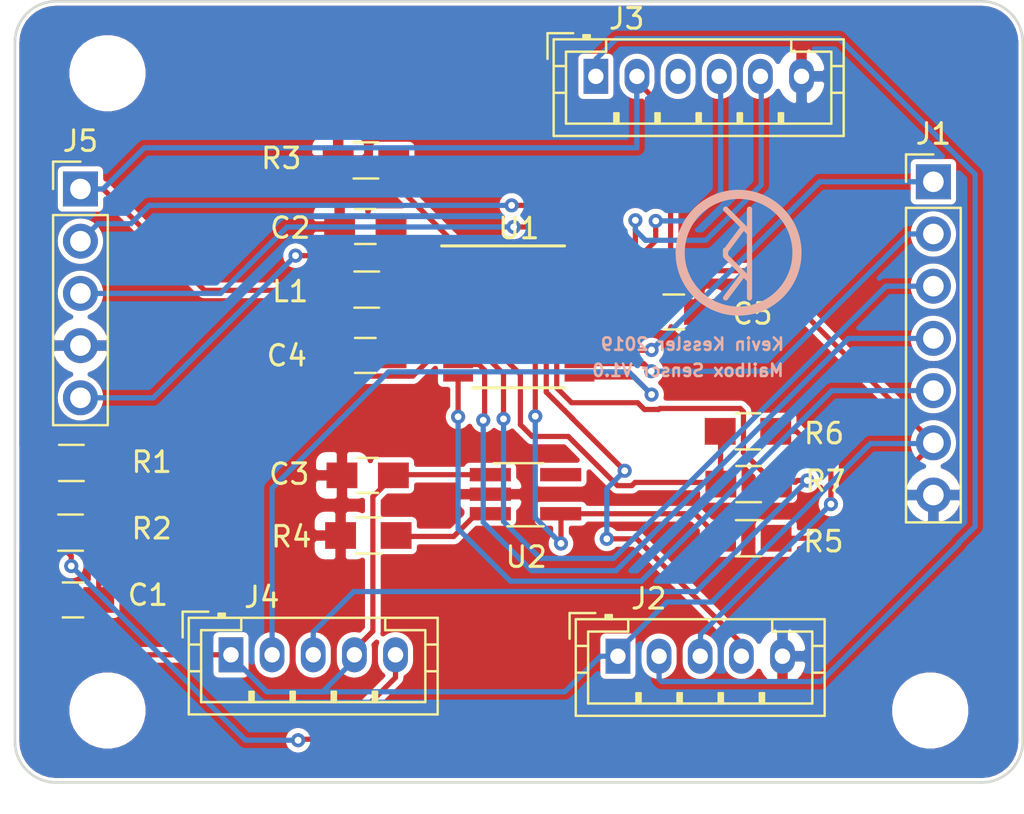
<source format=kicad_pcb>
(kicad_pcb (version 20171130) (host pcbnew 5.1.3-ffb9f22~84~ubuntu18.04.1)

  (general
    (thickness 1.6)
    (drawings 10)
    (tracks 271)
    (zones 0)
    (modules 24)
    (nets 24)
  )

  (page A4)
  (layers
    (0 F.Cu signal)
    (31 B.Cu signal hide)
    (32 B.Adhes user)
    (33 F.Adhes user)
    (34 B.Paste user)
    (35 F.Paste user)
    (36 B.SilkS user)
    (37 F.SilkS user)
    (38 B.Mask user)
    (39 F.Mask user)
    (40 Dwgs.User user)
    (41 Cmts.User user)
    (42 Eco1.User user)
    (43 Eco2.User user)
    (44 Edge.Cuts user)
    (45 Margin user)
    (46 B.CrtYd user)
    (47 F.CrtYd user)
    (48 B.Fab user)
    (49 F.Fab user)
  )

  (setup
    (last_trace_width 0.254)
    (user_trace_width 0.1524)
    (user_trace_width 0.2)
    (user_trace_width 0.25)
    (user_trace_width 0.3)
    (user_trace_width 0.4)
    (user_trace_width 0.5)
    (user_trace_width 0.6)
    (user_trace_width 0.8)
    (user_trace_width 1)
    (user_trace_width 1.2)
    (user_trace_width 1.5)
    (user_trace_width 2)
    (trace_clearance 0.254)
    (zone_clearance 0.1524)
    (zone_45_only no)
    (trace_min 0.1524)
    (via_size 0.6858)
    (via_drill 0.3302)
    (via_min_size 0.6858)
    (via_min_drill 0.3302)
    (uvia_size 0.508)
    (uvia_drill 0.127)
    (uvias_allowed no)
    (uvia_min_size 0.508)
    (uvia_min_drill 0.127)
    (edge_width 0.127)
    (segment_width 0.127)
    (pcb_text_width 0.127)
    (pcb_text_size 0.6 0.6)
    (mod_edge_width 0.127)
    (mod_text_size 0.6 0.6)
    (mod_text_width 0.127)
    (pad_size 3.2 3.2)
    (pad_drill 3.2)
    (pad_to_mask_clearance 0.05)
    (pad_to_paste_clearance -0.04)
    (aux_axis_origin 0 0)
    (visible_elements FFFFFF7F)
    (pcbplotparams
      (layerselection 0x010f0_ffffffff)
      (usegerberextensions false)
      (usegerberattributes true)
      (usegerberadvancedattributes false)
      (creategerberjobfile false)
      (excludeedgelayer false)
      (linewidth 0.150000)
      (plotframeref false)
      (viasonmask false)
      (mode 1)
      (useauxorigin false)
      (hpglpennumber 1)
      (hpglpenspeed 20)
      (hpglpendiameter 15.000000)
      (psnegative false)
      (psa4output false)
      (plotreference true)
      (plotvalue true)
      (plotinvisibletext false)
      (padsonsilk false)
      (subtractmaskfromsilk false)
      (outputformat 1)
      (mirror false)
      (drillshape 0)
      (scaleselection 1)
      (outputdirectory "/home/kevin/temp/kicad/CAM/"))
  )

  (net 0 "")
  (net 1 HG_SWITCH_1)
  (net 2 SYS_WKUP1)
  (net 3 GND)
  (net 4 NRST)
  (net 5 VDDA)
  (net 6 AUX)
  (net 7 USART2_RX)
  (net 8 USART2_TX)
  (net 9 M1)
  (net 10 M0)
  (net 11 +5V)
  (net 12 +BATT)
  (net 13 V5_ENABLE)
  (net 14 SDA)
  (net 15 SCL)
  (net 16 HG_SWITCH_2)
  (net 17 ADC_GND)
  (net 18 FLAG_ADC)
  (net 19 SWCLK)
  (net 20 SWDIO)
  (net 21 "Net-(R3-Pad1)")
  (net 22 "Net-(R4-Pad1)")
  (net 23 BATT_ADC)

  (net_class Default "Dit is de standaard class."
    (clearance 0.254)
    (trace_width 0.254)
    (via_dia 0.6858)
    (via_drill 0.3302)
    (uvia_dia 0.508)
    (uvia_drill 0.127)
    (add_net +5V)
    (add_net +BATT)
    (add_net ADC_GND)
    (add_net AUX)
    (add_net BATT_ADC)
    (add_net FLAG_ADC)
    (add_net GND)
    (add_net HG_SWITCH_1)
    (add_net HG_SWITCH_2)
    (add_net M0)
    (add_net M1)
    (add_net NRST)
    (add_net "Net-(R3-Pad1)")
    (add_net "Net-(R4-Pad1)")
    (add_net SCL)
    (add_net SDA)
    (add_net SWCLK)
    (add_net SWDIO)
    (add_net SYS_WKUP1)
    (add_net USART2_RX)
    (add_net USART2_TX)
    (add_net V5_ENABLE)
    (add_net VDDA)
  )

  (net_class 0.2mm ""
    (clearance 0.2)
    (trace_width 0.2)
    (via_dia 0.6858)
    (via_drill 0.3302)
    (uvia_dia 0.508)
    (uvia_drill 0.127)
  )

  (net_class Minimal ""
    (clearance 0.1524)
    (trace_width 0.1524)
    (via_dia 0.6858)
    (via_drill 0.3302)
    (uvia_dia 0.508)
    (uvia_drill 0.127)
  )

  (module KevinLib:LogoBack (layer F.Cu) (tedit 5955D856) (tstamp 5D4DCBDB)
    (at 166.18204 100.23094)
    (fp_text reference REF** (at 0 5.207) (layer F.SilkS) hide
      (effects (font (size 1 1) (thickness 0.15)))
    )
    (fp_text value LogoBack (at 0 -4.318) (layer F.Fab) hide
      (effects (font (size 1 1) (thickness 0.15)))
    )
    (fp_text user K (at 0 1.27) (layer B.SilkS)
      (effects (font (size 2.032 2.032) (thickness 0.254)) (justify mirror))
    )
    (fp_text user K (at 0 -1.016) (layer B.SilkS)
      (effects (font (size 2.032 2.032) (thickness 0.254)) (justify mirror))
    )
    (fp_circle (center 0 0) (end 2.54 -1.27) (layer B.SilkS) (width 0.4445))
    (fp_line (start 0.531 -0.127) (end 0.531 0.127) (layer B.SilkS) (width 0.254))
    (fp_line (start -0.635 -0.127) (end -0.635 0.127) (layer B.SilkS) (width 0.254))
  )

  (module Capacitors_SMD:C_0805_HandSoldering (layer F.Cu) (tedit 58AA84A8) (tstamp 5D4D98A4)
    (at 133.82498 117.12194)
    (descr "Capacitor SMD 0805, hand soldering")
    (tags "capacitor 0805")
    (path /5D536A3F)
    (attr smd)
    (fp_text reference C1 (at 3.6395 -0.23622) (layer F.SilkS)
      (effects (font (size 1 1) (thickness 0.15)))
    )
    (fp_text value 100n (at 0 1.75) (layer F.Fab)
      (effects (font (size 1 1) (thickness 0.15)))
    )
    (fp_text user %R (at 3.6014 -0.23622) (layer F.Fab)
      (effects (font (size 1 1) (thickness 0.15)))
    )
    (fp_line (start -1 0.62) (end -1 -0.62) (layer F.Fab) (width 0.1))
    (fp_line (start 1 0.62) (end -1 0.62) (layer F.Fab) (width 0.1))
    (fp_line (start 1 -0.62) (end 1 0.62) (layer F.Fab) (width 0.1))
    (fp_line (start -1 -0.62) (end 1 -0.62) (layer F.Fab) (width 0.1))
    (fp_line (start 0.5 -0.85) (end -0.5 -0.85) (layer F.SilkS) (width 0.12))
    (fp_line (start -0.5 0.85) (end 0.5 0.85) (layer F.SilkS) (width 0.12))
    (fp_line (start -2.25 -0.88) (end 2.25 -0.88) (layer F.CrtYd) (width 0.05))
    (fp_line (start -2.25 -0.88) (end -2.25 0.87) (layer F.CrtYd) (width 0.05))
    (fp_line (start 2.25 0.87) (end 2.25 -0.88) (layer F.CrtYd) (width 0.05))
    (fp_line (start 2.25 0.87) (end -2.25 0.87) (layer F.CrtYd) (width 0.05))
    (pad 1 smd rect (at -1.25 0) (size 1.5 1.25) (layers F.Cu F.Paste F.Mask)
      (net 1 HG_SWITCH_1))
    (pad 2 smd rect (at 1.25 0) (size 1.5 1.25) (layers F.Cu F.Paste F.Mask)
      (net 2 SYS_WKUP1))
    (model Capacitors_SMD.3dshapes/C_0805.wrl
      (at (xyz 0 0 0))
      (scale (xyz 1 1 1))
      (rotate (xyz 0 0 0))
    )
  )

  (module Capacitors_SMD:C_0805_HandSoldering (layer F.Cu) (tedit 58AA84A8) (tstamp 5D4D98B5)
    (at 148.03628 98.95586 180)
    (descr "Capacitor SMD 0805, hand soldering")
    (tags "capacitor 0805")
    (path /5D4CF463)
    (attr smd)
    (fp_text reference C2 (at 3.64998 -0.07112) (layer F.SilkS)
      (effects (font (size 1 1) (thickness 0.15)))
    )
    (fp_text value 100n (at 0 1.75) (layer F.Fab)
      (effects (font (size 1 1) (thickness 0.15)))
    )
    (fp_line (start 2.25 0.87) (end -2.25 0.87) (layer F.CrtYd) (width 0.05))
    (fp_line (start 2.25 0.87) (end 2.25 -0.88) (layer F.CrtYd) (width 0.05))
    (fp_line (start -2.25 -0.88) (end -2.25 0.87) (layer F.CrtYd) (width 0.05))
    (fp_line (start -2.25 -0.88) (end 2.25 -0.88) (layer F.CrtYd) (width 0.05))
    (fp_line (start -0.5 0.85) (end 0.5 0.85) (layer F.SilkS) (width 0.12))
    (fp_line (start 0.5 -0.85) (end -0.5 -0.85) (layer F.SilkS) (width 0.12))
    (fp_line (start -1 -0.62) (end 1 -0.62) (layer F.Fab) (width 0.1))
    (fp_line (start 1 -0.62) (end 1 0.62) (layer F.Fab) (width 0.1))
    (fp_line (start 1 0.62) (end -1 0.62) (layer F.Fab) (width 0.1))
    (fp_line (start -1 0.62) (end -1 -0.62) (layer F.Fab) (width 0.1))
    (fp_text user %R (at 3.61696 -0.07112) (layer F.Fab)
      (effects (font (size 1 1) (thickness 0.15)))
    )
    (pad 2 smd rect (at 1.25 0 180) (size 1.5 1.25) (layers F.Cu F.Paste F.Mask)
      (net 3 GND))
    (pad 1 smd rect (at -1.25 0 180) (size 1.5 1.25) (layers F.Cu F.Paste F.Mask)
      (net 4 NRST))
    (model Capacitors_SMD.3dshapes/C_0805.wrl
      (at (xyz 0 0 0))
      (scale (xyz 1 1 1))
      (rotate (xyz 0 0 0))
    )
  )

  (module Capacitors_SMD:C_0805_HandSoldering (layer F.Cu) (tedit 58AA84A8) (tstamp 5D4D98C6)
    (at 148.15058 111.0615 180)
    (descr "Capacitor SMD 0805, hand soldering")
    (tags "capacitor 0805")
    (path /5D4CECAF)
    (attr smd)
    (fp_text reference C3 (at 3.81508 0.0635) (layer F.SilkS)
      (effects (font (size 1 1) (thickness 0.15)))
    )
    (fp_text value 100n (at 0 1.75) (layer F.Fab)
      (effects (font (size 1 1) (thickness 0.15)))
    )
    (fp_line (start 2.25 0.87) (end -2.25 0.87) (layer F.CrtYd) (width 0.05))
    (fp_line (start 2.25 0.87) (end 2.25 -0.88) (layer F.CrtYd) (width 0.05))
    (fp_line (start -2.25 -0.88) (end -2.25 0.87) (layer F.CrtYd) (width 0.05))
    (fp_line (start -2.25 -0.88) (end 2.25 -0.88) (layer F.CrtYd) (width 0.05))
    (fp_line (start -0.5 0.85) (end 0.5 0.85) (layer F.SilkS) (width 0.12))
    (fp_line (start 0.5 -0.85) (end -0.5 -0.85) (layer F.SilkS) (width 0.12))
    (fp_line (start -1 -0.62) (end 1 -0.62) (layer F.Fab) (width 0.1))
    (fp_line (start 1 -0.62) (end 1 0.62) (layer F.Fab) (width 0.1))
    (fp_line (start 1 0.62) (end -1 0.62) (layer F.Fab) (width 0.1))
    (fp_line (start -1 0.62) (end -1 -0.62) (layer F.Fab) (width 0.1))
    (fp_text user %R (at 3.81508 0.03048) (layer F.Fab)
      (effects (font (size 1 1) (thickness 0.15)))
    )
    (pad 2 smd rect (at 1.25 0 180) (size 1.5 1.25) (layers F.Cu F.Paste F.Mask)
      (net 3 GND))
    (pad 1 smd rect (at -1.25 0 180) (size 1.5 1.25) (layers F.Cu F.Paste F.Mask)
      (net 1 HG_SWITCH_1))
    (model Capacitors_SMD.3dshapes/C_0805.wrl
      (at (xyz 0 0 0))
      (scale (xyz 1 1 1))
      (rotate (xyz 0 0 0))
    )
  )

  (module Capacitors_SMD:C_0805_HandSoldering (layer F.Cu) (tedit 58AA84A8) (tstamp 5D4D98D7)
    (at 148.03628 105.22712 180)
    (descr "Capacitor SMD 0805, hand soldering")
    (tags "capacitor 0805")
    (path /5D4CF06F)
    (attr smd)
    (fp_text reference C4 (at 3.81508 -0.0127) (layer F.SilkS)
      (effects (font (size 1 1) (thickness 0.15)))
    )
    (fp_text value 100n (at 0 1.75) (layer F.Fab)
      (effects (font (size 1 1) (thickness 0.15)))
    )
    (fp_text user %R (at 3.81508 -0.0127) (layer F.Fab)
      (effects (font (size 1 1) (thickness 0.15)))
    )
    (fp_line (start -1 0.62) (end -1 -0.62) (layer F.Fab) (width 0.1))
    (fp_line (start 1 0.62) (end -1 0.62) (layer F.Fab) (width 0.1))
    (fp_line (start 1 -0.62) (end 1 0.62) (layer F.Fab) (width 0.1))
    (fp_line (start -1 -0.62) (end 1 -0.62) (layer F.Fab) (width 0.1))
    (fp_line (start 0.5 -0.85) (end -0.5 -0.85) (layer F.SilkS) (width 0.12))
    (fp_line (start -0.5 0.85) (end 0.5 0.85) (layer F.SilkS) (width 0.12))
    (fp_line (start -2.25 -0.88) (end 2.25 -0.88) (layer F.CrtYd) (width 0.05))
    (fp_line (start -2.25 -0.88) (end -2.25 0.87) (layer F.CrtYd) (width 0.05))
    (fp_line (start 2.25 0.87) (end 2.25 -0.88) (layer F.CrtYd) (width 0.05))
    (fp_line (start 2.25 0.87) (end -2.25 0.87) (layer F.CrtYd) (width 0.05))
    (pad 1 smd rect (at -1.25 0 180) (size 1.5 1.25) (layers F.Cu F.Paste F.Mask)
      (net 5 VDDA))
    (pad 2 smd rect (at 1.25 0 180) (size 1.5 1.25) (layers F.Cu F.Paste F.Mask)
      (net 3 GND))
    (model Capacitors_SMD.3dshapes/C_0805.wrl
      (at (xyz 0 0 0))
      (scale (xyz 1 1 1))
      (rotate (xyz 0 0 0))
    )
  )

  (module Capacitors_SMD:C_0805_HandSoldering (layer F.Cu) (tedit 58AA84A8) (tstamp 5D4D98E8)
    (at 163.03244 103.11384)
    (descr "Capacitor SMD 0805, hand soldering")
    (tags "capacitor 0805")
    (path /5D4CF27F)
    (attr smd)
    (fp_text reference C5 (at 3.8227 0.09144) (layer F.SilkS)
      (effects (font (size 1 1) (thickness 0.15)))
    )
    (fp_text value 100n (at 0 1.75) (layer F.Fab)
      (effects (font (size 1 1) (thickness 0.15)))
    )
    (fp_line (start 2.25 0.87) (end -2.25 0.87) (layer F.CrtYd) (width 0.05))
    (fp_line (start 2.25 0.87) (end 2.25 -0.88) (layer F.CrtYd) (width 0.05))
    (fp_line (start -2.25 -0.88) (end -2.25 0.87) (layer F.CrtYd) (width 0.05))
    (fp_line (start -2.25 -0.88) (end 2.25 -0.88) (layer F.CrtYd) (width 0.05))
    (fp_line (start -0.5 0.85) (end 0.5 0.85) (layer F.SilkS) (width 0.12))
    (fp_line (start 0.5 -0.85) (end -0.5 -0.85) (layer F.SilkS) (width 0.12))
    (fp_line (start -1 -0.62) (end 1 -0.62) (layer F.Fab) (width 0.1))
    (fp_line (start 1 -0.62) (end 1 0.62) (layer F.Fab) (width 0.1))
    (fp_line (start 1 0.62) (end -1 0.62) (layer F.Fab) (width 0.1))
    (fp_line (start -1 0.62) (end -1 -0.62) (layer F.Fab) (width 0.1))
    (fp_text user %R (at 3.85318 0.09144) (layer F.Fab)
      (effects (font (size 1 1) (thickness 0.15)))
    )
    (pad 2 smd rect (at 1.25 0) (size 1.5 1.25) (layers F.Cu F.Paste F.Mask)
      (net 3 GND))
    (pad 1 smd rect (at -1.25 0) (size 1.5 1.25) (layers F.Cu F.Paste F.Mask)
      (net 1 HG_SWITCH_1))
    (model Capacitors_SMD.3dshapes/C_0805.wrl
      (at (xyz 0 0 0))
      (scale (xyz 1 1 1))
      (rotate (xyz 0 0 0))
    )
  )

  (module Pin_Headers:Pin_Header_Straight_1x07_Pitch2.54mm (layer F.Cu) (tedit 59650532) (tstamp 5D4D9903)
    (at 175.6537 96.77908)
    (descr "Through hole straight pin header, 1x07, 2.54mm pitch, single row")
    (tags "Through hole pin header THT 1x07 2.54mm single row")
    (path /5D4F80D0)
    (fp_text reference J1 (at 0 -2.33) (layer F.SilkS)
      (effects (font (size 1 1) (thickness 0.15)))
    )
    (fp_text value E32_Conn (at 0 17.57) (layer F.Fab)
      (effects (font (size 1 1) (thickness 0.15)))
    )
    (fp_text user %R (at 0 7.62 90) (layer F.Fab)
      (effects (font (size 1 1) (thickness 0.15)))
    )
    (fp_line (start 1.8 -1.8) (end -1.8 -1.8) (layer F.CrtYd) (width 0.05))
    (fp_line (start 1.8 17.05) (end 1.8 -1.8) (layer F.CrtYd) (width 0.05))
    (fp_line (start -1.8 17.05) (end 1.8 17.05) (layer F.CrtYd) (width 0.05))
    (fp_line (start -1.8 -1.8) (end -1.8 17.05) (layer F.CrtYd) (width 0.05))
    (fp_line (start -1.33 -1.33) (end 0 -1.33) (layer F.SilkS) (width 0.12))
    (fp_line (start -1.33 0) (end -1.33 -1.33) (layer F.SilkS) (width 0.12))
    (fp_line (start -1.33 1.27) (end 1.33 1.27) (layer F.SilkS) (width 0.12))
    (fp_line (start 1.33 1.27) (end 1.33 16.57) (layer F.SilkS) (width 0.12))
    (fp_line (start -1.33 1.27) (end -1.33 16.57) (layer F.SilkS) (width 0.12))
    (fp_line (start -1.33 16.57) (end 1.33 16.57) (layer F.SilkS) (width 0.12))
    (fp_line (start -1.27 -0.635) (end -0.635 -1.27) (layer F.Fab) (width 0.1))
    (fp_line (start -1.27 16.51) (end -1.27 -0.635) (layer F.Fab) (width 0.1))
    (fp_line (start 1.27 16.51) (end -1.27 16.51) (layer F.Fab) (width 0.1))
    (fp_line (start 1.27 -1.27) (end 1.27 16.51) (layer F.Fab) (width 0.1))
    (fp_line (start -0.635 -1.27) (end 1.27 -1.27) (layer F.Fab) (width 0.1))
    (pad 7 thru_hole oval (at 0 15.24) (size 1.7 1.7) (drill 1) (layers *.Cu *.Mask)
      (net 3 GND))
    (pad 6 thru_hole oval (at 0 12.7) (size 1.7 1.7) (drill 1) (layers *.Cu *.Mask)
      (net 1 HG_SWITCH_1))
    (pad 5 thru_hole oval (at 0 10.16) (size 1.7 1.7) (drill 1) (layers *.Cu *.Mask)
      (net 6 AUX))
    (pad 4 thru_hole oval (at 0 7.62) (size 1.7 1.7) (drill 1) (layers *.Cu *.Mask)
      (net 7 USART2_RX))
    (pad 3 thru_hole oval (at 0 5.08) (size 1.7 1.7) (drill 1) (layers *.Cu *.Mask)
      (net 8 USART2_TX))
    (pad 2 thru_hole oval (at 0 2.54) (size 1.7 1.7) (drill 1) (layers *.Cu *.Mask)
      (net 9 M1))
    (pad 1 thru_hole rect (at 0 0) (size 1.7 1.7) (drill 1) (layers *.Cu *.Mask)
      (net 10 M0))
    (model ${KISYS3DMOD}/Pin_Headers.3dshapes/Pin_Header_Straight_1x07_Pitch2.54mm.wrl
      (at (xyz 0 0 0))
      (scale (xyz 1 1 1))
      (rotate (xyz 0 0 0))
    )
  )

  (module Connectors_JST:JST_PH_B5B-PH-K_05x2.00mm_Straight (layer F.Cu) (tedit 58D3FE4F) (tstamp 5D4D993C)
    (at 160.31718 119.86006)
    (descr "JST PH series connector, B5B-PH-K, top entry type, through hole, Datasheet: http://www.jst-mfg.com/product/pdf/eng/ePH.pdf")
    (tags "connector jst ph")
    (path /5D4FBAC8)
    (fp_text reference J2 (at 1.5 -2.8) (layer F.SilkS)
      (effects (font (size 1 1) (thickness 0.15)))
    )
    (fp_text value Power_Conn (at 4 3.8) (layer F.Fab)
      (effects (font (size 1 1) (thickness 0.15)))
    )
    (fp_line (start -2.05 -1.8) (end -2.05 2.9) (layer F.SilkS) (width 0.12))
    (fp_line (start -2.05 2.9) (end 10.05 2.9) (layer F.SilkS) (width 0.12))
    (fp_line (start 10.05 2.9) (end 10.05 -1.8) (layer F.SilkS) (width 0.12))
    (fp_line (start 10.05 -1.8) (end -2.05 -1.8) (layer F.SilkS) (width 0.12))
    (fp_line (start 0.5 -1.8) (end 0.5 -1.2) (layer F.SilkS) (width 0.12))
    (fp_line (start 0.5 -1.2) (end -1.45 -1.2) (layer F.SilkS) (width 0.12))
    (fp_line (start -1.45 -1.2) (end -1.45 2.3) (layer F.SilkS) (width 0.12))
    (fp_line (start -1.45 2.3) (end 9.45 2.3) (layer F.SilkS) (width 0.12))
    (fp_line (start 9.45 2.3) (end 9.45 -1.2) (layer F.SilkS) (width 0.12))
    (fp_line (start 9.45 -1.2) (end 7.5 -1.2) (layer F.SilkS) (width 0.12))
    (fp_line (start 7.5 -1.2) (end 7.5 -1.8) (layer F.SilkS) (width 0.12))
    (fp_line (start -2.05 -0.5) (end -1.45 -0.5) (layer F.SilkS) (width 0.12))
    (fp_line (start -2.05 0.8) (end -1.45 0.8) (layer F.SilkS) (width 0.12))
    (fp_line (start 10.05 -0.5) (end 9.45 -0.5) (layer F.SilkS) (width 0.12))
    (fp_line (start 10.05 0.8) (end 9.45 0.8) (layer F.SilkS) (width 0.12))
    (fp_line (start -0.3 -1.8) (end -0.3 -2) (layer F.SilkS) (width 0.12))
    (fp_line (start -0.3 -2) (end -0.6 -2) (layer F.SilkS) (width 0.12))
    (fp_line (start -0.6 -2) (end -0.6 -1.8) (layer F.SilkS) (width 0.12))
    (fp_line (start -0.3 -1.9) (end -0.6 -1.9) (layer F.SilkS) (width 0.12))
    (fp_line (start 0.9 2.3) (end 0.9 1.8) (layer F.SilkS) (width 0.12))
    (fp_line (start 0.9 1.8) (end 1.1 1.8) (layer F.SilkS) (width 0.12))
    (fp_line (start 1.1 1.8) (end 1.1 2.3) (layer F.SilkS) (width 0.12))
    (fp_line (start 1 2.3) (end 1 1.8) (layer F.SilkS) (width 0.12))
    (fp_line (start 2.9 2.3) (end 2.9 1.8) (layer F.SilkS) (width 0.12))
    (fp_line (start 2.9 1.8) (end 3.1 1.8) (layer F.SilkS) (width 0.12))
    (fp_line (start 3.1 1.8) (end 3.1 2.3) (layer F.SilkS) (width 0.12))
    (fp_line (start 3 2.3) (end 3 1.8) (layer F.SilkS) (width 0.12))
    (fp_line (start 4.9 2.3) (end 4.9 1.8) (layer F.SilkS) (width 0.12))
    (fp_line (start 4.9 1.8) (end 5.1 1.8) (layer F.SilkS) (width 0.12))
    (fp_line (start 5.1 1.8) (end 5.1 2.3) (layer F.SilkS) (width 0.12))
    (fp_line (start 5 2.3) (end 5 1.8) (layer F.SilkS) (width 0.12))
    (fp_line (start 6.9 2.3) (end 6.9 1.8) (layer F.SilkS) (width 0.12))
    (fp_line (start 6.9 1.8) (end 7.1 1.8) (layer F.SilkS) (width 0.12))
    (fp_line (start 7.1 1.8) (end 7.1 2.3) (layer F.SilkS) (width 0.12))
    (fp_line (start 7 2.3) (end 7 1.8) (layer F.SilkS) (width 0.12))
    (fp_line (start -1.1 -2.1) (end -2.35 -2.1) (layer F.SilkS) (width 0.12))
    (fp_line (start -2.35 -2.1) (end -2.35 -0.85) (layer F.SilkS) (width 0.12))
    (fp_line (start -1.1 -2.1) (end -2.35 -2.1) (layer F.Fab) (width 0.1))
    (fp_line (start -2.35 -2.1) (end -2.35 -0.85) (layer F.Fab) (width 0.1))
    (fp_line (start -1.95 -1.7) (end -1.95 2.8) (layer F.Fab) (width 0.1))
    (fp_line (start -1.95 2.8) (end 9.95 2.8) (layer F.Fab) (width 0.1))
    (fp_line (start 9.95 2.8) (end 9.95 -1.7) (layer F.Fab) (width 0.1))
    (fp_line (start 9.95 -1.7) (end -1.95 -1.7) (layer F.Fab) (width 0.1))
    (fp_line (start -2.45 -2.2) (end -2.45 3.3) (layer F.CrtYd) (width 0.05))
    (fp_line (start -2.45 3.3) (end 10.45 3.3) (layer F.CrtYd) (width 0.05))
    (fp_line (start 10.45 3.3) (end 10.45 -2.2) (layer F.CrtYd) (width 0.05))
    (fp_line (start 10.45 -2.2) (end -2.45 -2.2) (layer F.CrtYd) (width 0.05))
    (fp_text user %R (at 4 1.5) (layer F.Fab)
      (effects (font (size 1 1) (thickness 0.15)))
    )
    (pad 1 thru_hole rect (at 0 0) (size 1.2 1.7) (drill 0.75) (layers *.Cu *.Mask)
      (net 1 HG_SWITCH_1))
    (pad 2 thru_hole oval (at 2 0) (size 1.2 1.7) (drill 0.75) (layers *.Cu *.Mask)
      (net 11 +5V))
    (pad 3 thru_hole oval (at 4 0) (size 1.2 1.7) (drill 0.75) (layers *.Cu *.Mask)
      (net 12 +BATT))
    (pad 4 thru_hole oval (at 6 0) (size 1.2 1.7) (drill 0.75) (layers *.Cu *.Mask)
      (net 13 V5_ENABLE))
    (pad 5 thru_hole oval (at 8 0) (size 1.2 1.7) (drill 0.75) (layers *.Cu *.Mask)
      (net 3 GND))
    (model ${KISYS3DMOD}/Connectors_JST.3dshapes/JST_PH_B5B-PH-K_05x2.00mm_Straight.wrl
      (at (xyz 0 0 0))
      (scale (xyz 1 1 1))
      (rotate (xyz 0 0 0))
    )
  )

  (module Connectors_JST:JST_PH_B6B-PH-K_06x2.00mm_Straight (layer F.Cu) (tedit 58D3FE4F) (tstamp 5D4D997A)
    (at 159.24276 91.65082)
    (descr "JST PH series connector, B6B-PH-K, top entry type, through hole, Datasheet: http://www.jst-mfg.com/product/pdf/eng/ePH.pdf")
    (tags "connector jst ph")
    (path /5D51FEB2)
    (fp_text reference J3 (at 1.5 -2.8) (layer F.SilkS)
      (effects (font (size 1 1) (thickness 0.15)))
    )
    (fp_text value VCNL4200_Conn (at 5 3.8) (layer F.Fab)
      (effects (font (size 1 1) (thickness 0.15)))
    )
    (fp_text user %R (at 5 1.5) (layer F.Fab)
      (effects (font (size 1 1) (thickness 0.15)))
    )
    (fp_line (start 12.45 -2.2) (end -2.45 -2.2) (layer F.CrtYd) (width 0.05))
    (fp_line (start 12.45 3.3) (end 12.45 -2.2) (layer F.CrtYd) (width 0.05))
    (fp_line (start -2.45 3.3) (end 12.45 3.3) (layer F.CrtYd) (width 0.05))
    (fp_line (start -2.45 -2.2) (end -2.45 3.3) (layer F.CrtYd) (width 0.05))
    (fp_line (start 11.95 -1.7) (end -1.95 -1.7) (layer F.Fab) (width 0.1))
    (fp_line (start 11.95 2.8) (end 11.95 -1.7) (layer F.Fab) (width 0.1))
    (fp_line (start -1.95 2.8) (end 11.95 2.8) (layer F.Fab) (width 0.1))
    (fp_line (start -1.95 -1.7) (end -1.95 2.8) (layer F.Fab) (width 0.1))
    (fp_line (start -2.35 -2.1) (end -2.35 -0.85) (layer F.Fab) (width 0.1))
    (fp_line (start -1.1 -2.1) (end -2.35 -2.1) (layer F.Fab) (width 0.1))
    (fp_line (start -2.35 -2.1) (end -2.35 -0.85) (layer F.SilkS) (width 0.12))
    (fp_line (start -1.1 -2.1) (end -2.35 -2.1) (layer F.SilkS) (width 0.12))
    (fp_line (start 9 2.3) (end 9 1.8) (layer F.SilkS) (width 0.12))
    (fp_line (start 9.1 1.8) (end 9.1 2.3) (layer F.SilkS) (width 0.12))
    (fp_line (start 8.9 1.8) (end 9.1 1.8) (layer F.SilkS) (width 0.12))
    (fp_line (start 8.9 2.3) (end 8.9 1.8) (layer F.SilkS) (width 0.12))
    (fp_line (start 7 2.3) (end 7 1.8) (layer F.SilkS) (width 0.12))
    (fp_line (start 7.1 1.8) (end 7.1 2.3) (layer F.SilkS) (width 0.12))
    (fp_line (start 6.9 1.8) (end 7.1 1.8) (layer F.SilkS) (width 0.12))
    (fp_line (start 6.9 2.3) (end 6.9 1.8) (layer F.SilkS) (width 0.12))
    (fp_line (start 5 2.3) (end 5 1.8) (layer F.SilkS) (width 0.12))
    (fp_line (start 5.1 1.8) (end 5.1 2.3) (layer F.SilkS) (width 0.12))
    (fp_line (start 4.9 1.8) (end 5.1 1.8) (layer F.SilkS) (width 0.12))
    (fp_line (start 4.9 2.3) (end 4.9 1.8) (layer F.SilkS) (width 0.12))
    (fp_line (start 3 2.3) (end 3 1.8) (layer F.SilkS) (width 0.12))
    (fp_line (start 3.1 1.8) (end 3.1 2.3) (layer F.SilkS) (width 0.12))
    (fp_line (start 2.9 1.8) (end 3.1 1.8) (layer F.SilkS) (width 0.12))
    (fp_line (start 2.9 2.3) (end 2.9 1.8) (layer F.SilkS) (width 0.12))
    (fp_line (start 1 2.3) (end 1 1.8) (layer F.SilkS) (width 0.12))
    (fp_line (start 1.1 1.8) (end 1.1 2.3) (layer F.SilkS) (width 0.12))
    (fp_line (start 0.9 1.8) (end 1.1 1.8) (layer F.SilkS) (width 0.12))
    (fp_line (start 0.9 2.3) (end 0.9 1.8) (layer F.SilkS) (width 0.12))
    (fp_line (start -0.3 -1.9) (end -0.6 -1.9) (layer F.SilkS) (width 0.12))
    (fp_line (start -0.6 -2) (end -0.6 -1.8) (layer F.SilkS) (width 0.12))
    (fp_line (start -0.3 -2) (end -0.6 -2) (layer F.SilkS) (width 0.12))
    (fp_line (start -0.3 -1.8) (end -0.3 -2) (layer F.SilkS) (width 0.12))
    (fp_line (start 12.05 0.8) (end 11.45 0.8) (layer F.SilkS) (width 0.12))
    (fp_line (start 12.05 -0.5) (end 11.45 -0.5) (layer F.SilkS) (width 0.12))
    (fp_line (start -2.05 0.8) (end -1.45 0.8) (layer F.SilkS) (width 0.12))
    (fp_line (start -2.05 -0.5) (end -1.45 -0.5) (layer F.SilkS) (width 0.12))
    (fp_line (start 9.5 -1.2) (end 9.5 -1.8) (layer F.SilkS) (width 0.12))
    (fp_line (start 11.45 -1.2) (end 9.5 -1.2) (layer F.SilkS) (width 0.12))
    (fp_line (start 11.45 2.3) (end 11.45 -1.2) (layer F.SilkS) (width 0.12))
    (fp_line (start -1.45 2.3) (end 11.45 2.3) (layer F.SilkS) (width 0.12))
    (fp_line (start -1.45 -1.2) (end -1.45 2.3) (layer F.SilkS) (width 0.12))
    (fp_line (start 0.5 -1.2) (end -1.45 -1.2) (layer F.SilkS) (width 0.12))
    (fp_line (start 0.5 -1.8) (end 0.5 -1.2) (layer F.SilkS) (width 0.12))
    (fp_line (start 12.05 -1.8) (end -2.05 -1.8) (layer F.SilkS) (width 0.12))
    (fp_line (start 12.05 2.9) (end 12.05 -1.8) (layer F.SilkS) (width 0.12))
    (fp_line (start -2.05 2.9) (end 12.05 2.9) (layer F.SilkS) (width 0.12))
    (fp_line (start -2.05 -1.8) (end -2.05 2.9) (layer F.SilkS) (width 0.12))
    (pad 6 thru_hole oval (at 10 0) (size 1.2 1.7) (drill 0.75) (layers *.Cu *.Mask)
      (net 3 GND))
    (pad 5 thru_hole oval (at 8 0) (size 1.2 1.7) (drill 0.75) (layers *.Cu *.Mask)
      (net 14 SDA))
    (pad 4 thru_hole oval (at 6 0) (size 1.2 1.7) (drill 0.75) (layers *.Cu *.Mask)
      (net 15 SCL))
    (pad 3 thru_hole oval (at 4 0) (size 1.2 1.7) (drill 0.75) (layers *.Cu *.Mask))
    (pad 2 thru_hole oval (at 2 0) (size 1.2 1.7) (drill 0.75) (layers *.Cu *.Mask)
      (net 1 HG_SWITCH_1))
    (pad 1 thru_hole rect (at 0 0) (size 1.2 1.7) (drill 0.75) (layers *.Cu *.Mask)
      (net 11 +5V))
    (model ${KISYS3DMOD}/Connectors_JST.3dshapes/JST_PH_B6B-PH-K_06x2.00mm_Straight.wrl
      (at (xyz 0 0 0))
      (scale (xyz 1 1 1))
      (rotate (xyz 0 0 0))
    )
  )

  (module Connectors_JST:JST_PH_B5B-PH-K_05x2.00mm_Straight (layer F.Cu) (tedit 58D3FE4F) (tstamp 5D4D99B3)
    (at 141.5034 119.79148)
    (descr "JST PH series connector, B5B-PH-K, top entry type, through hole, Datasheet: http://www.jst-mfg.com/product/pdf/eng/ePH.pdf")
    (tags "connector jst ph")
    (path /5D50DAF9)
    (fp_text reference J4 (at 1.5 -2.8) (layer F.SilkS)
      (effects (font (size 1 1) (thickness 0.15)))
    )
    (fp_text value ROT_HG_Conn (at 4 3.8) (layer F.Fab)
      (effects (font (size 1 1) (thickness 0.15)))
    )
    (fp_text user %R (at 4 1.5) (layer F.Fab)
      (effects (font (size 1 1) (thickness 0.15)))
    )
    (fp_line (start 10.45 -2.2) (end -2.45 -2.2) (layer F.CrtYd) (width 0.05))
    (fp_line (start 10.45 3.3) (end 10.45 -2.2) (layer F.CrtYd) (width 0.05))
    (fp_line (start -2.45 3.3) (end 10.45 3.3) (layer F.CrtYd) (width 0.05))
    (fp_line (start -2.45 -2.2) (end -2.45 3.3) (layer F.CrtYd) (width 0.05))
    (fp_line (start 9.95 -1.7) (end -1.95 -1.7) (layer F.Fab) (width 0.1))
    (fp_line (start 9.95 2.8) (end 9.95 -1.7) (layer F.Fab) (width 0.1))
    (fp_line (start -1.95 2.8) (end 9.95 2.8) (layer F.Fab) (width 0.1))
    (fp_line (start -1.95 -1.7) (end -1.95 2.8) (layer F.Fab) (width 0.1))
    (fp_line (start -2.35 -2.1) (end -2.35 -0.85) (layer F.Fab) (width 0.1))
    (fp_line (start -1.1 -2.1) (end -2.35 -2.1) (layer F.Fab) (width 0.1))
    (fp_line (start -2.35 -2.1) (end -2.35 -0.85) (layer F.SilkS) (width 0.12))
    (fp_line (start -1.1 -2.1) (end -2.35 -2.1) (layer F.SilkS) (width 0.12))
    (fp_line (start 7 2.3) (end 7 1.8) (layer F.SilkS) (width 0.12))
    (fp_line (start 7.1 1.8) (end 7.1 2.3) (layer F.SilkS) (width 0.12))
    (fp_line (start 6.9 1.8) (end 7.1 1.8) (layer F.SilkS) (width 0.12))
    (fp_line (start 6.9 2.3) (end 6.9 1.8) (layer F.SilkS) (width 0.12))
    (fp_line (start 5 2.3) (end 5 1.8) (layer F.SilkS) (width 0.12))
    (fp_line (start 5.1 1.8) (end 5.1 2.3) (layer F.SilkS) (width 0.12))
    (fp_line (start 4.9 1.8) (end 5.1 1.8) (layer F.SilkS) (width 0.12))
    (fp_line (start 4.9 2.3) (end 4.9 1.8) (layer F.SilkS) (width 0.12))
    (fp_line (start 3 2.3) (end 3 1.8) (layer F.SilkS) (width 0.12))
    (fp_line (start 3.1 1.8) (end 3.1 2.3) (layer F.SilkS) (width 0.12))
    (fp_line (start 2.9 1.8) (end 3.1 1.8) (layer F.SilkS) (width 0.12))
    (fp_line (start 2.9 2.3) (end 2.9 1.8) (layer F.SilkS) (width 0.12))
    (fp_line (start 1 2.3) (end 1 1.8) (layer F.SilkS) (width 0.12))
    (fp_line (start 1.1 1.8) (end 1.1 2.3) (layer F.SilkS) (width 0.12))
    (fp_line (start 0.9 1.8) (end 1.1 1.8) (layer F.SilkS) (width 0.12))
    (fp_line (start 0.9 2.3) (end 0.9 1.8) (layer F.SilkS) (width 0.12))
    (fp_line (start -0.3 -1.9) (end -0.6 -1.9) (layer F.SilkS) (width 0.12))
    (fp_line (start -0.6 -2) (end -0.6 -1.8) (layer F.SilkS) (width 0.12))
    (fp_line (start -0.3 -2) (end -0.6 -2) (layer F.SilkS) (width 0.12))
    (fp_line (start -0.3 -1.8) (end -0.3 -2) (layer F.SilkS) (width 0.12))
    (fp_line (start 10.05 0.8) (end 9.45 0.8) (layer F.SilkS) (width 0.12))
    (fp_line (start 10.05 -0.5) (end 9.45 -0.5) (layer F.SilkS) (width 0.12))
    (fp_line (start -2.05 0.8) (end -1.45 0.8) (layer F.SilkS) (width 0.12))
    (fp_line (start -2.05 -0.5) (end -1.45 -0.5) (layer F.SilkS) (width 0.12))
    (fp_line (start 7.5 -1.2) (end 7.5 -1.8) (layer F.SilkS) (width 0.12))
    (fp_line (start 9.45 -1.2) (end 7.5 -1.2) (layer F.SilkS) (width 0.12))
    (fp_line (start 9.45 2.3) (end 9.45 -1.2) (layer F.SilkS) (width 0.12))
    (fp_line (start -1.45 2.3) (end 9.45 2.3) (layer F.SilkS) (width 0.12))
    (fp_line (start -1.45 -1.2) (end -1.45 2.3) (layer F.SilkS) (width 0.12))
    (fp_line (start 0.5 -1.2) (end -1.45 -1.2) (layer F.SilkS) (width 0.12))
    (fp_line (start 0.5 -1.8) (end 0.5 -1.2) (layer F.SilkS) (width 0.12))
    (fp_line (start 10.05 -1.8) (end -2.05 -1.8) (layer F.SilkS) (width 0.12))
    (fp_line (start 10.05 2.9) (end 10.05 -1.8) (layer F.SilkS) (width 0.12))
    (fp_line (start -2.05 2.9) (end 10.05 2.9) (layer F.SilkS) (width 0.12))
    (fp_line (start -2.05 -1.8) (end -2.05 2.9) (layer F.SilkS) (width 0.12))
    (pad 5 thru_hole oval (at 8 0) (size 1.2 1.7) (drill 0.75) (layers *.Cu *.Mask)
      (net 16 HG_SWITCH_2))
    (pad 4 thru_hole oval (at 6 0) (size 1.2 1.7) (drill 0.75) (layers *.Cu *.Mask)
      (net 1 HG_SWITCH_1))
    (pad 3 thru_hole oval (at 4 0) (size 1.2 1.7) (drill 0.75) (layers *.Cu *.Mask)
      (net 17 ADC_GND))
    (pad 2 thru_hole oval (at 2 0) (size 1.2 1.7) (drill 0.75) (layers *.Cu *.Mask)
      (net 18 FLAG_ADC))
    (pad 1 thru_hole rect (at 0 0) (size 1.2 1.7) (drill 0.75) (layers *.Cu *.Mask)
      (net 1 HG_SWITCH_1))
    (model ${KISYS3DMOD}/Connectors_JST.3dshapes/JST_PH_B5B-PH-K_05x2.00mm_Straight.wrl
      (at (xyz 0 0 0))
      (scale (xyz 1 1 1))
      (rotate (xyz 0 0 0))
    )
  )

  (module Pin_Headers:Pin_Header_Straight_1x05_Pitch2.54mm (layer F.Cu) (tedit 59650532) (tstamp 5D4D99CC)
    (at 134.18566 97.1296)
    (descr "Through hole straight pin header, 1x05, 2.54mm pitch, single row")
    (tags "Through hole pin header THT 1x05 2.54mm single row")
    (path /5D598BFE)
    (fp_text reference J5 (at 0 -2.33) (layer F.SilkS)
      (effects (font (size 1 1) (thickness 0.15)))
    )
    (fp_text value SWD_Conn (at 0 12.49) (layer F.Fab)
      (effects (font (size 1 1) (thickness 0.15)))
    )
    (fp_text user %R (at 0 5.08 90) (layer F.Fab)
      (effects (font (size 1 1) (thickness 0.15)))
    )
    (fp_line (start 1.8 -1.8) (end -1.8 -1.8) (layer F.CrtYd) (width 0.05))
    (fp_line (start 1.8 11.95) (end 1.8 -1.8) (layer F.CrtYd) (width 0.05))
    (fp_line (start -1.8 11.95) (end 1.8 11.95) (layer F.CrtYd) (width 0.05))
    (fp_line (start -1.8 -1.8) (end -1.8 11.95) (layer F.CrtYd) (width 0.05))
    (fp_line (start -1.33 -1.33) (end 0 -1.33) (layer F.SilkS) (width 0.12))
    (fp_line (start -1.33 0) (end -1.33 -1.33) (layer F.SilkS) (width 0.12))
    (fp_line (start -1.33 1.27) (end 1.33 1.27) (layer F.SilkS) (width 0.12))
    (fp_line (start 1.33 1.27) (end 1.33 11.49) (layer F.SilkS) (width 0.12))
    (fp_line (start -1.33 1.27) (end -1.33 11.49) (layer F.SilkS) (width 0.12))
    (fp_line (start -1.33 11.49) (end 1.33 11.49) (layer F.SilkS) (width 0.12))
    (fp_line (start -1.27 -0.635) (end -0.635 -1.27) (layer F.Fab) (width 0.1))
    (fp_line (start -1.27 11.43) (end -1.27 -0.635) (layer F.Fab) (width 0.1))
    (fp_line (start 1.27 11.43) (end -1.27 11.43) (layer F.Fab) (width 0.1))
    (fp_line (start 1.27 -1.27) (end 1.27 11.43) (layer F.Fab) (width 0.1))
    (fp_line (start -0.635 -1.27) (end 1.27 -1.27) (layer F.Fab) (width 0.1))
    (pad 5 thru_hole oval (at 0 10.16) (size 1.7 1.7) (drill 1) (layers *.Cu *.Mask)
      (net 4 NRST))
    (pad 4 thru_hole oval (at 0 7.62) (size 1.7 1.7) (drill 1) (layers *.Cu *.Mask)
      (net 3 GND))
    (pad 3 thru_hole oval (at 0 5.08) (size 1.7 1.7) (drill 1) (layers *.Cu *.Mask)
      (net 19 SWCLK))
    (pad 2 thru_hole oval (at 0 2.54) (size 1.7 1.7) (drill 1) (layers *.Cu *.Mask)
      (net 20 SWDIO))
    (pad 1 thru_hole rect (at 0 0) (size 1.7 1.7) (drill 1) (layers *.Cu *.Mask)
      (net 1 HG_SWITCH_1))
    (model ${KISYS3DMOD}/Pin_Headers.3dshapes/Pin_Header_Straight_1x05_Pitch2.54mm.wrl
      (at (xyz 0 0 0))
      (scale (xyz 1 1 1))
      (rotate (xyz 0 0 0))
    )
  )

  (module Inductors_SMD:L_0805_HandSoldering (layer F.Cu) (tedit 58307B90) (tstamp 5D4D99DC)
    (at 148.10486 102.02418)
    (descr "Resistor SMD 0805, hand soldering")
    (tags "resistor 0805")
    (path /5D4D5695)
    (attr smd)
    (fp_text reference L1 (at -3.71856 0.09144) (layer F.SilkS)
      (effects (font (size 1 1) (thickness 0.15)))
    )
    (fp_text value L (at 0 2.1) (layer F.Fab)
      (effects (font (size 1 1) (thickness 0.15)))
    )
    (fp_line (start -1 0.62) (end -1 -0.62) (layer F.Fab) (width 0.1))
    (fp_line (start 1 0.62) (end -1 0.62) (layer F.Fab) (width 0.1))
    (fp_line (start 1 -0.62) (end 1 0.62) (layer F.Fab) (width 0.1))
    (fp_line (start -1 -0.62) (end 1 -0.62) (layer F.Fab) (width 0.1))
    (fp_line (start -2.4 -1) (end 2.4 -1) (layer F.CrtYd) (width 0.05))
    (fp_line (start -2.4 1) (end 2.4 1) (layer F.CrtYd) (width 0.05))
    (fp_line (start -2.4 -1) (end -2.4 1) (layer F.CrtYd) (width 0.05))
    (fp_line (start 2.4 -1) (end 2.4 1) (layer F.CrtYd) (width 0.05))
    (fp_line (start 0.6 0.88) (end -0.6 0.88) (layer F.SilkS) (width 0.12))
    (fp_line (start -0.6 -0.88) (end 0.6 -0.88) (layer F.SilkS) (width 0.12))
    (pad 1 smd rect (at -1.35 0) (size 1.5 1.3) (layers F.Cu F.Paste F.Mask)
      (net 1 HG_SWITCH_1))
    (pad 2 smd rect (at 1.35 0) (size 1.5 1.3) (layers F.Cu F.Paste F.Mask)
      (net 5 VDDA))
    (model Inductors_SMD.3dshapes\L_0805_HandSoldering.wrl
      (at (xyz 0 0 0))
      (scale (xyz 1 1 1))
      (rotate (xyz 0 0 0))
    )
  )

  (module Mounting_Holes:MountingHole_3.2mm_M3 (layer F.Cu) (tedit 5D4DD3AB) (tstamp 5D4D99E4)
    (at 175.5 122.5)
    (descr "Mounting Hole 3.2mm, no annular, M3")
    (tags "mounting hole 3.2mm no annular m3")
    (path /5D61B1F7)
    (attr virtual)
    (fp_text reference MP1 (at 0 -4.2) (layer F.SilkS) hide
      (effects (font (size 1 1) (thickness 0.15)))
    )
    (fp_text value MOUNTHOLE (at 0 4.2) (layer F.Fab)
      (effects (font (size 1 1) (thickness 0.15)))
    )
    (fp_circle (center 0 0) (end 3.45 0) (layer F.CrtYd) (width 0.05))
    (fp_circle (center 0 0) (end 3.2 0) (layer Cmts.User) (width 0.15))
    (fp_text user %R (at 0.3 0) (layer F.Fab)
      (effects (font (size 1 1) (thickness 0.15)))
    )
    (pad "" np_thru_hole circle (at 0 0) (size 3.2 3.2) (drill 3.2) (layers *.Cu *.Mask))
  )

  (module Mounting_Holes:MountingHole_3.2mm_M3 (layer F.Cu) (tedit 5D4DD3BD) (tstamp 5D4D99EC)
    (at 135.5 122.5)
    (descr "Mounting Hole 3.2mm, no annular, M3")
    (tags "mounting hole 3.2mm no annular m3")
    (path /5D61D527)
    (attr virtual)
    (fp_text reference MP2 (at 0 -4.2) (layer F.SilkS) hide
      (effects (font (size 1 1) (thickness 0.15)))
    )
    (fp_text value MOUNTHOLE (at 0 4.2) (layer F.Fab)
      (effects (font (size 1 1) (thickness 0.15)))
    )
    (fp_text user %R (at 0.3 0) (layer F.Fab)
      (effects (font (size 1 1) (thickness 0.15)))
    )
    (fp_circle (center 0 0) (end 3.2 0) (layer Cmts.User) (width 0.15))
    (fp_circle (center 0 0) (end 3.45 0) (layer F.CrtYd) (width 0.05))
    (pad "" np_thru_hole circle (at 0 0) (size 3.2 3.2) (drill 3.2) (layers *.Cu *.Mask))
  )

  (module Mounting_Holes:MountingHole_3.2mm_M3 (layer F.Cu) (tedit 56D1B4CB) (tstamp 5D4D99F4)
    (at 135.5 91.5)
    (descr "Mounting Hole 3.2mm, no annular, M3")
    (tags "mounting hole 3.2mm no annular m3")
    (path /5D61D87A)
    (attr virtual)
    (fp_text reference MP3 (at 0 -4.2) (layer F.SilkS) hide
      (effects (font (size 1 1) (thickness 0.15)))
    )
    (fp_text value MOUNTHOLE (at 0 4.2) (layer F.Fab)
      (effects (font (size 1 1) (thickness 0.15)))
    )
    (fp_circle (center 0 0) (end 3.45 0) (layer F.CrtYd) (width 0.05))
    (fp_circle (center 0 0) (end 3.2 0) (layer Cmts.User) (width 0.15))
    (fp_text user %R (at 0.3 0) (layer F.Fab) hide
      (effects (font (size 1 1) (thickness 0.15)))
    )
    (pad 1 np_thru_hole circle (at 0 0) (size 3.2 3.2) (drill 3.2) (layers *.Cu *.Mask))
  )

  (module Resistors_SMD:R_0805_HandSoldering (layer F.Cu) (tedit 58E0A804) (tstamp 5D4D9A05)
    (at 133.74624 110.45698)
    (descr "Resistor SMD 0805, hand soldering")
    (tags "resistor 0805")
    (path /5D53602B)
    (attr smd)
    (fp_text reference R1 (at 3.90398 -0.04064) (layer F.SilkS)
      (effects (font (size 1 1) (thickness 0.15)))
    )
    (fp_text value 100K (at 0 1.75) (layer F.Fab)
      (effects (font (size 1 1) (thickness 0.15)))
    )
    (fp_line (start 2.35 0.9) (end -2.35 0.9) (layer F.CrtYd) (width 0.05))
    (fp_line (start 2.35 0.9) (end 2.35 -0.9) (layer F.CrtYd) (width 0.05))
    (fp_line (start -2.35 -0.9) (end -2.35 0.9) (layer F.CrtYd) (width 0.05))
    (fp_line (start -2.35 -0.9) (end 2.35 -0.9) (layer F.CrtYd) (width 0.05))
    (fp_line (start -0.6 -0.88) (end 0.6 -0.88) (layer F.SilkS) (width 0.12))
    (fp_line (start 0.6 0.88) (end -0.6 0.88) (layer F.SilkS) (width 0.12))
    (fp_line (start -1 -0.62) (end 1 -0.62) (layer F.Fab) (width 0.1))
    (fp_line (start 1 -0.62) (end 1 0.62) (layer F.Fab) (width 0.1))
    (fp_line (start 1 0.62) (end -1 0.62) (layer F.Fab) (width 0.1))
    (fp_line (start -1 0.62) (end -1 -0.62) (layer F.Fab) (width 0.1))
    (fp_text user %R (at 0 0) (layer F.Fab)
      (effects (font (size 0.5 0.5) (thickness 0.075)))
    )
    (pad 2 smd rect (at 1.35 0) (size 1.5 1.3) (layers F.Cu F.Paste F.Mask)
      (net 3 GND))
    (pad 1 smd rect (at -1.35 0) (size 1.5 1.3) (layers F.Cu F.Paste F.Mask)
      (net 16 HG_SWITCH_2))
    (model ${KISYS3DMOD}/Resistors_SMD.3dshapes/R_0805.wrl
      (at (xyz 0 0 0))
      (scale (xyz 1 1 1))
      (rotate (xyz 0 0 0))
    )
  )

  (module Resistors_SMD:R_0805_HandSoldering (layer F.Cu) (tedit 58E0A804) (tstamp 5D4D9A16)
    (at 133.7056 113.84788 180)
    (descr "Resistor SMD 0805, hand soldering")
    (tags "resistor 0805")
    (path /5D536510)
    (attr smd)
    (fp_text reference R2 (at -3.94462 0.19558) (layer F.SilkS)
      (effects (font (size 1 1) (thickness 0.15)))
    )
    (fp_text value 10K (at 0 -1.61798) (layer F.Fab)
      (effects (font (size 1 1) (thickness 0.15)))
    )
    (fp_text user %R (at 0 0) (layer F.Fab)
      (effects (font (size 0.5 0.5) (thickness 0.075)))
    )
    (fp_line (start -1 0.62) (end -1 -0.62) (layer F.Fab) (width 0.1))
    (fp_line (start 1 0.62) (end -1 0.62) (layer F.Fab) (width 0.1))
    (fp_line (start 1 -0.62) (end 1 0.62) (layer F.Fab) (width 0.1))
    (fp_line (start -1 -0.62) (end 1 -0.62) (layer F.Fab) (width 0.1))
    (fp_line (start 0.6 0.88) (end -0.6 0.88) (layer F.SilkS) (width 0.12))
    (fp_line (start -0.6 -0.88) (end 0.6 -0.88) (layer F.SilkS) (width 0.12))
    (fp_line (start -2.35 -0.9) (end 2.35 -0.9) (layer F.CrtYd) (width 0.05))
    (fp_line (start -2.35 -0.9) (end -2.35 0.9) (layer F.CrtYd) (width 0.05))
    (fp_line (start 2.35 0.9) (end 2.35 -0.9) (layer F.CrtYd) (width 0.05))
    (fp_line (start 2.35 0.9) (end -2.35 0.9) (layer F.CrtYd) (width 0.05))
    (pad 1 smd rect (at -1.35 0 180) (size 1.5 1.3) (layers F.Cu F.Paste F.Mask)
      (net 2 SYS_WKUP1))
    (pad 2 smd rect (at 1.35 0 180) (size 1.5 1.3) (layers F.Cu F.Paste F.Mask)
      (net 16 HG_SWITCH_2))
    (model ${KISYS3DMOD}/Resistors_SMD.3dshapes/R_0805.wrl
      (at (xyz 0 0 0))
      (scale (xyz 1 1 1))
      (rotate (xyz 0 0 0))
    )
  )

  (module Resistors_SMD:R_0805_HandSoldering (layer F.Cu) (tedit 58E0A804) (tstamp 5D4D9A27)
    (at 148.06676 95.74022 180)
    (descr "Resistor SMD 0805, hand soldering")
    (tags "resistor 0805")
    (path /5D4CBF1B)
    (attr smd)
    (fp_text reference R3 (at 4.11734 0.09906) (layer F.SilkS)
      (effects (font (size 1 1) (thickness 0.15)))
    )
    (fp_text value 10K (at -3.7719 0.03302) (layer F.Fab)
      (effects (font (size 1 1) (thickness 0.15)))
    )
    (fp_line (start 2.35 0.9) (end -2.35 0.9) (layer F.CrtYd) (width 0.05))
    (fp_line (start 2.35 0.9) (end 2.35 -0.9) (layer F.CrtYd) (width 0.05))
    (fp_line (start -2.35 -0.9) (end -2.35 0.9) (layer F.CrtYd) (width 0.05))
    (fp_line (start -2.35 -0.9) (end 2.35 -0.9) (layer F.CrtYd) (width 0.05))
    (fp_line (start -0.6 -0.88) (end 0.6 -0.88) (layer F.SilkS) (width 0.12))
    (fp_line (start 0.6 0.88) (end -0.6 0.88) (layer F.SilkS) (width 0.12))
    (fp_line (start -1 -0.62) (end 1 -0.62) (layer F.Fab) (width 0.1))
    (fp_line (start 1 -0.62) (end 1 0.62) (layer F.Fab) (width 0.1))
    (fp_line (start 1 0.62) (end -1 0.62) (layer F.Fab) (width 0.1))
    (fp_line (start -1 0.62) (end -1 -0.62) (layer F.Fab) (width 0.1))
    (fp_text user %R (at 0 0) (layer F.Fab)
      (effects (font (size 0.5 0.5) (thickness 0.075)))
    )
    (pad 2 smd rect (at 1.35 0 180) (size 1.5 1.3) (layers F.Cu F.Paste F.Mask)
      (net 3 GND))
    (pad 1 smd rect (at -1.35 0 180) (size 1.5 1.3) (layers F.Cu F.Paste F.Mask)
      (net 21 "Net-(R3-Pad1)"))
    (model ${KISYS3DMOD}/Resistors_SMD.3dshapes/R_0805.wrl
      (at (xyz 0 0 0))
      (scale (xyz 1 1 1))
      (rotate (xyz 0 0 0))
    )
  )

  (module Resistors_SMD:R_0805_HandSoldering (layer F.Cu) (tedit 58E0A804) (tstamp 5D4D9A38)
    (at 148.1836 113.98758 180)
    (descr "Resistor SMD 0805, hand soldering")
    (tags "resistor 0805")
    (path /5D4DAD44)
    (attr smd)
    (fp_text reference R4 (at 3.74142 -0.05842) (layer F.SilkS)
      (effects (font (size 1 1) (thickness 0.15)))
    )
    (fp_text value 120K (at 0 1.75) (layer F.Fab)
      (effects (font (size 1 1) (thickness 0.15)))
    )
    (fp_text user %R (at 0 0) (layer F.Fab)
      (effects (font (size 0.5 0.5) (thickness 0.075)))
    )
    (fp_line (start -1 0.62) (end -1 -0.62) (layer F.Fab) (width 0.1))
    (fp_line (start 1 0.62) (end -1 0.62) (layer F.Fab) (width 0.1))
    (fp_line (start 1 -0.62) (end 1 0.62) (layer F.Fab) (width 0.1))
    (fp_line (start -1 -0.62) (end 1 -0.62) (layer F.Fab) (width 0.1))
    (fp_line (start 0.6 0.88) (end -0.6 0.88) (layer F.SilkS) (width 0.12))
    (fp_line (start -0.6 -0.88) (end 0.6 -0.88) (layer F.SilkS) (width 0.12))
    (fp_line (start -2.35 -0.9) (end 2.35 -0.9) (layer F.CrtYd) (width 0.05))
    (fp_line (start -2.35 -0.9) (end -2.35 0.9) (layer F.CrtYd) (width 0.05))
    (fp_line (start 2.35 0.9) (end 2.35 -0.9) (layer F.CrtYd) (width 0.05))
    (fp_line (start 2.35 0.9) (end -2.35 0.9) (layer F.CrtYd) (width 0.05))
    (pad 1 smd rect (at -1.35 0 180) (size 1.5 1.3) (layers F.Cu F.Paste F.Mask)
      (net 22 "Net-(R4-Pad1)"))
    (pad 2 smd rect (at 1.35 0 180) (size 1.5 1.3) (layers F.Cu F.Paste F.Mask)
      (net 3 GND))
    (model ${KISYS3DMOD}/Resistors_SMD.3dshapes/R_0805.wrl
      (at (xyz 0 0 0))
      (scale (xyz 1 1 1))
      (rotate (xyz 0 0 0))
    )
  )

  (module Resistors_SMD:R_0805_HandSoldering (layer F.Cu) (tedit 58E0A804) (tstamp 5D4D9A49)
    (at 166.65702 114.11966 180)
    (descr "Resistor SMD 0805, hand soldering")
    (tags "resistor 0805")
    (path /5D4DC521)
    (attr smd)
    (fp_text reference R5 (at -3.64998 -0.16256) (layer F.SilkS)
      (effects (font (size 1 1) (thickness 0.15)))
    )
    (fp_text value 10K (at -0.98552 -1.90754) (layer F.Fab)
      (effects (font (size 1 1) (thickness 0.15)))
    )
    (fp_line (start 2.35 0.9) (end -2.35 0.9) (layer F.CrtYd) (width 0.05))
    (fp_line (start 2.35 0.9) (end 2.35 -0.9) (layer F.CrtYd) (width 0.05))
    (fp_line (start -2.35 -0.9) (end -2.35 0.9) (layer F.CrtYd) (width 0.05))
    (fp_line (start -2.35 -0.9) (end 2.35 -0.9) (layer F.CrtYd) (width 0.05))
    (fp_line (start -0.6 -0.88) (end 0.6 -0.88) (layer F.SilkS) (width 0.12))
    (fp_line (start 0.6 0.88) (end -0.6 0.88) (layer F.SilkS) (width 0.12))
    (fp_line (start -1 -0.62) (end 1 -0.62) (layer F.Fab) (width 0.1))
    (fp_line (start 1 -0.62) (end 1 0.62) (layer F.Fab) (width 0.1))
    (fp_line (start 1 0.62) (end -1 0.62) (layer F.Fab) (width 0.1))
    (fp_line (start -1 0.62) (end -1 -0.62) (layer F.Fab) (width 0.1))
    (fp_text user %R (at 0 0) (layer F.Fab)
      (effects (font (size 0.5 0.5) (thickness 0.075)))
    )
    (pad 2 smd rect (at 1.35 0 180) (size 1.5 1.3) (layers F.Cu F.Paste F.Mask)
      (net 4 NRST))
    (pad 1 smd rect (at -1.35 0 180) (size 1.5 1.3) (layers F.Cu F.Paste F.Mask)
      (net 1 HG_SWITCH_1))
    (model ${KISYS3DMOD}/Resistors_SMD.3dshapes/R_0805.wrl
      (at (xyz 0 0 0))
      (scale (xyz 1 1 1))
      (rotate (xyz 0 0 0))
    )
  )

  (module Resistors_SMD:R_0805_HandSoldering (layer F.Cu) (tedit 58E0A804) (tstamp 5D4D9A5A)
    (at 166.63924 108.92028 180)
    (descr "Resistor SMD 0805, hand soldering")
    (tags "resistor 0805")
    (path /5D524908)
    (attr smd)
    (fp_text reference R6 (at -3.69824 -0.10414) (layer F.SilkS)
      (effects (font (size 1 1) (thickness 0.15)))
    )
    (fp_text value 10K (at 0 1.75) (layer F.Fab)
      (effects (font (size 1 1) (thickness 0.15)))
    )
    (fp_line (start 2.35 0.9) (end -2.35 0.9) (layer F.CrtYd) (width 0.05))
    (fp_line (start 2.35 0.9) (end 2.35 -0.9) (layer F.CrtYd) (width 0.05))
    (fp_line (start -2.35 -0.9) (end -2.35 0.9) (layer F.CrtYd) (width 0.05))
    (fp_line (start -2.35 -0.9) (end 2.35 -0.9) (layer F.CrtYd) (width 0.05))
    (fp_line (start -0.6 -0.88) (end 0.6 -0.88) (layer F.SilkS) (width 0.12))
    (fp_line (start 0.6 0.88) (end -0.6 0.88) (layer F.SilkS) (width 0.12))
    (fp_line (start -1 -0.62) (end 1 -0.62) (layer F.Fab) (width 0.1))
    (fp_line (start 1 -0.62) (end 1 0.62) (layer F.Fab) (width 0.1))
    (fp_line (start 1 0.62) (end -1 0.62) (layer F.Fab) (width 0.1))
    (fp_line (start -1 0.62) (end -1 -0.62) (layer F.Fab) (width 0.1))
    (fp_text user %R (at 0 0) (layer F.Fab)
      (effects (font (size 0.5 0.5) (thickness 0.075)))
    )
    (pad 2 smd rect (at 1.35 0 180) (size 1.5 1.3) (layers F.Cu F.Paste F.Mask)
      (net 23 BATT_ADC))
    (pad 1 smd rect (at -1.35 0 180) (size 1.5 1.3) (layers F.Cu F.Paste F.Mask)
      (net 12 +BATT))
    (model ${KISYS3DMOD}/Resistors_SMD.3dshapes/R_0805.wrl
      (at (xyz 0 0 0))
      (scale (xyz 1 1 1))
      (rotate (xyz 0 0 0))
    )
  )

  (module Resistors_SMD:R_0805_HandSoldering (layer F.Cu) (tedit 58E0A804) (tstamp 5D4D9A6B)
    (at 166.67226 111.48568)
    (descr "Resistor SMD 0805, hand soldering")
    (tags "resistor 0805")
    (path /5D524D79)
    (attr smd)
    (fp_text reference R7 (at 3.72872 -0.14224) (layer F.SilkS)
      (effects (font (size 1 1) (thickness 0.15)))
    )
    (fp_text value 10K (at 0 1.75) (layer F.Fab)
      (effects (font (size 1 1) (thickness 0.15)))
    )
    (fp_text user %R (at 0 0) (layer F.Fab)
      (effects (font (size 0.5 0.5) (thickness 0.075)))
    )
    (fp_line (start -1 0.62) (end -1 -0.62) (layer F.Fab) (width 0.1))
    (fp_line (start 1 0.62) (end -1 0.62) (layer F.Fab) (width 0.1))
    (fp_line (start 1 -0.62) (end 1 0.62) (layer F.Fab) (width 0.1))
    (fp_line (start -1 -0.62) (end 1 -0.62) (layer F.Fab) (width 0.1))
    (fp_line (start 0.6 0.88) (end -0.6 0.88) (layer F.SilkS) (width 0.12))
    (fp_line (start -0.6 -0.88) (end 0.6 -0.88) (layer F.SilkS) (width 0.12))
    (fp_line (start -2.35 -0.9) (end 2.35 -0.9) (layer F.CrtYd) (width 0.05))
    (fp_line (start -2.35 -0.9) (end -2.35 0.9) (layer F.CrtYd) (width 0.05))
    (fp_line (start 2.35 0.9) (end 2.35 -0.9) (layer F.CrtYd) (width 0.05))
    (fp_line (start 2.35 0.9) (end -2.35 0.9) (layer F.CrtYd) (width 0.05))
    (pad 1 smd rect (at -1.35 0) (size 1.5 1.3) (layers F.Cu F.Paste F.Mask)
      (net 23 BATT_ADC))
    (pad 2 smd rect (at 1.35 0) (size 1.5 1.3) (layers F.Cu F.Paste F.Mask)
      (net 17 ADC_GND))
    (model ${KISYS3DMOD}/Resistors_SMD.3dshapes/R_0805.wrl
      (at (xyz 0 0 0))
      (scale (xyz 1 1 1))
      (rotate (xyz 0 0 0))
    )
  )

  (module Housings_SSOP:TSSOP-20_4.4x6.5mm_Pitch0.65mm (layer F.Cu) (tedit 54130A77) (tstamp 5D4D9A8F)
    (at 155.49732 103.3497)
    (descr "20-Lead Plastic Thin Shrink Small Outline (ST)-4.4 mm Body [TSSOP] (see Microchip Packaging Specification 00000049BS.pdf)")
    (tags "SSOP 0.65")
    (path /5D4C8F31)
    (attr smd)
    (fp_text reference U1 (at 0 -4.3) (layer F.SilkS)
      (effects (font (size 1 1) (thickness 0.15)))
    )
    (fp_text value STM32L031F4Px (at 0 4.3) (layer F.Fab)
      (effects (font (size 1 1) (thickness 0.15)))
    )
    (fp_text user %R (at 0 0) (layer F.Fab)
      (effects (font (size 0.8 0.8) (thickness 0.15)))
    )
    (fp_line (start -3.75 -3.45) (end 2.225 -3.45) (layer F.SilkS) (width 0.15))
    (fp_line (start -2.225 3.45) (end 2.225 3.45) (layer F.SilkS) (width 0.15))
    (fp_line (start -3.95 3.55) (end 3.95 3.55) (layer F.CrtYd) (width 0.05))
    (fp_line (start -3.95 -3.55) (end 3.95 -3.55) (layer F.CrtYd) (width 0.05))
    (fp_line (start 3.95 -3.55) (end 3.95 3.55) (layer F.CrtYd) (width 0.05))
    (fp_line (start -3.95 -3.55) (end -3.95 3.55) (layer F.CrtYd) (width 0.05))
    (fp_line (start -2.2 -2.25) (end -1.2 -3.25) (layer F.Fab) (width 0.15))
    (fp_line (start -2.2 3.25) (end -2.2 -2.25) (layer F.Fab) (width 0.15))
    (fp_line (start 2.2 3.25) (end -2.2 3.25) (layer F.Fab) (width 0.15))
    (fp_line (start 2.2 -3.25) (end 2.2 3.25) (layer F.Fab) (width 0.15))
    (fp_line (start -1.2 -3.25) (end 2.2 -3.25) (layer F.Fab) (width 0.15))
    (pad 20 smd rect (at 2.95 -2.925) (size 1.45 0.45) (layers F.Cu F.Paste F.Mask)
      (net 19 SWCLK))
    (pad 19 smd rect (at 2.95 -2.275) (size 1.45 0.45) (layers F.Cu F.Paste F.Mask)
      (net 20 SWDIO))
    (pad 18 smd rect (at 2.95 -1.625) (size 1.45 0.45) (layers F.Cu F.Paste F.Mask)
      (net 14 SDA))
    (pad 17 smd rect (at 2.95 -0.975) (size 1.45 0.45) (layers F.Cu F.Paste F.Mask)
      (net 15 SCL))
    (pad 16 smd rect (at 2.95 -0.325) (size 1.45 0.45) (layers F.Cu F.Paste F.Mask)
      (net 1 HG_SWITCH_1))
    (pad 15 smd rect (at 2.95 0.325) (size 1.45 0.45) (layers F.Cu F.Paste F.Mask)
      (net 3 GND))
    (pad 14 smd rect (at 2.95 0.975) (size 1.45 0.45) (layers F.Cu F.Paste F.Mask))
    (pad 13 smd rect (at 2.95 1.625) (size 1.45 0.45) (layers F.Cu F.Paste F.Mask)
      (net 10 M0))
    (pad 12 smd rect (at 2.95 2.275) (size 1.45 0.45) (layers F.Cu F.Paste F.Mask)
      (net 9 M1))
    (pad 11 smd rect (at 2.95 2.925) (size 1.45 0.45) (layers F.Cu F.Paste F.Mask)
      (net 18 FLAG_ADC))
    (pad 10 smd rect (at -2.95 2.925) (size 1.45 0.45) (layers F.Cu F.Paste F.Mask)
      (net 6 AUX))
    (pad 9 smd rect (at -2.95 2.275) (size 1.45 0.45) (layers F.Cu F.Paste F.Mask)
      (net 7 USART2_RX))
    (pad 8 smd rect (at -2.95 1.625) (size 1.45 0.45) (layers F.Cu F.Paste F.Mask)
      (net 8 USART2_TX))
    (pad 7 smd rect (at -2.95 0.975) (size 1.45 0.45) (layers F.Cu F.Paste F.Mask)
      (net 23 BATT_ADC))
    (pad 6 smd rect (at -2.95 0.325) (size 1.45 0.45) (layers F.Cu F.Paste F.Mask)
      (net 2 SYS_WKUP1))
    (pad 5 smd rect (at -2.95 -0.325) (size 1.45 0.45) (layers F.Cu F.Paste F.Mask)
      (net 5 VDDA))
    (pad 4 smd rect (at -2.95 -0.975) (size 1.45 0.45) (layers F.Cu F.Paste F.Mask)
      (net 4 NRST))
    (pad 3 smd rect (at -2.95 -1.625) (size 1.45 0.45) (layers F.Cu F.Paste F.Mask)
      (net 13 V5_ENABLE))
    (pad 2 smd rect (at -2.95 -2.275) (size 1.45 0.45) (layers F.Cu F.Paste F.Mask)
      (net 17 ADC_GND))
    (pad 1 smd rect (at -2.95 -2.925) (size 1.45 0.45) (layers F.Cu F.Paste F.Mask)
      (net 21 "Net-(R3-Pad1)"))
    (model ${KISYS3DMOD}/Housings_SSOP.3dshapes/TSSOP-20_4.4x6.5mm_Pitch0.65mm.wrl
      (at (xyz 0 0 0))
      (scale (xyz 1 1 1))
      (rotate (xyz 0 0 0))
    )
  )

  (module TO_SOT_Packages_SMD:TSOT-23-5_HandSoldering (layer F.Cu) (tedit 58CE4E80) (tstamp 5D4D9AA4)
    (at 155.82392 111.97844)
    (descr "5-pin TSOT23 package, http://cds.linear.com/docs/en/packaging/SOT_5_05-08-1635.pdf")
    (tags "TSOT-23-5 Hand-soldering")
    (path /5D4CB162)
    (attr smd)
    (fp_text reference U2 (at 0.03302 3.05562) (layer F.SilkS)
      (effects (font (size 1 1) (thickness 0.15)))
    )
    (fp_text value TPL5010 (at -0.06604 -2.46634) (layer F.Fab)
      (effects (font (size 1 1) (thickness 0.15)))
    )
    (fp_line (start 2.96 1.7) (end -2.96 1.7) (layer F.CrtYd) (width 0.05))
    (fp_line (start 2.96 1.7) (end 2.96 -1.7) (layer F.CrtYd) (width 0.05))
    (fp_line (start -2.96 -1.7) (end -2.96 1.7) (layer F.CrtYd) (width 0.05))
    (fp_line (start -2.96 -1.7) (end 2.96 -1.7) (layer F.CrtYd) (width 0.05))
    (fp_line (start 0.88 -1.45) (end 0.88 1.45) (layer F.Fab) (width 0.1))
    (fp_line (start 0.88 1.45) (end -0.88 1.45) (layer F.Fab) (width 0.1))
    (fp_line (start -0.88 -1) (end -0.88 1.45) (layer F.Fab) (width 0.1))
    (fp_line (start 0.88 -1.45) (end -0.43 -1.45) (layer F.Fab) (width 0.1))
    (fp_line (start -0.88 -1) (end -0.43 -1.45) (layer F.Fab) (width 0.1))
    (fp_line (start 0.88 -1.51) (end -1.55 -1.51) (layer F.SilkS) (width 0.12))
    (fp_line (start -0.88 1.56) (end 0.88 1.56) (layer F.SilkS) (width 0.12))
    (fp_text user %R (at 0 0 90) (layer F.Fab)
      (effects (font (size 0.5 0.5) (thickness 0.075)))
    )
    (pad 5 smd rect (at 1.71 -0.95) (size 2 0.65) (layers F.Cu F.Paste F.Mask))
    (pad 4 smd rect (at 1.71 0.95) (size 2 0.65) (layers F.Cu F.Paste F.Mask)
      (net 4 NRST))
    (pad 3 smd rect (at -1.71 0.95) (size 2 0.65) (layers F.Cu F.Paste F.Mask)
      (net 22 "Net-(R4-Pad1)"))
    (pad 2 smd rect (at -1.71 0) (size 2 0.65) (layers F.Cu F.Paste F.Mask)
      (net 3 GND))
    (pad 1 smd rect (at -1.71 -0.95) (size 2 0.65) (layers F.Cu F.Paste F.Mask)
      (net 1 HG_SWITCH_1))
    (model ${KISYS3DMOD}/TO_SOT_Packages_SMD.3dshapes/TSOT-23-5.wrl
      (at (xyz 0 0 0))
      (scale (xyz 1 1 1))
      (rotate (xyz 0 0 0))
    )
  )

  (gr_arc (start 133 90) (end 133 88) (angle -90) (layer Edge.Cuts) (width 0.127))
  (gr_arc (start 133 124) (end 131 124) (angle -90) (layer Edge.Cuts) (width 0.127))
  (gr_arc (start 178 124) (end 178 126) (angle -90) (layer Edge.Cuts) (width 0.127))
  (gr_arc (start 178 90) (end 178 88) (angle 90) (layer Edge.Cuts) (width 0.127))
  (gr_text "Mailbox Sensor V1.0" (at 163.71824 105.9561) (layer B.SilkS)
    (effects (font (size 0.6 0.6) (thickness 0.127)) (justify mirror))
  )
  (gr_text "Kevin Kessler 2019" (at 159.41294 104.68102) (layer B.SilkS)
    (effects (font (size 0.6 0.6) (thickness 0.127)) (justify right mirror))
  )
  (gr_line (start 180 124) (end 180 90) (layer Edge.Cuts) (width 0.127))
  (gr_line (start 133 126) (end 178 126) (layer Edge.Cuts) (width 0.127))
  (gr_line (start 131 90) (end 131 124) (layer Edge.Cuts) (width 0.127))
  (gr_line (start 178 88) (end 133 88) (layer Edge.Cuts) (width 0.127))

  (segment (start 160.77844 103.11384) (end 160.7124 103.0478) (width 0.254) (layer F.Cu) (net 1))
  (segment (start 161.78244 103.11384) (end 160.77844 103.11384) (width 0.254) (layer F.Cu) (net 1))
  (segment (start 160.7124 103.0478) (end 158.43758 103.0478) (width 0.254) (layer F.Cu) (net 1))
  (segment (start 154.11392 111.02844) (end 149.54 111.02844) (width 0.254) (layer F.Cu) (net 1))
  (segment (start 149.54 111.02844) (end 149.4282 111.14024) (width 0.254) (layer F.Cu) (net 1))
  (segment (start 161.23666 95.12554) (end 161.23666 91.63558) (width 0.254) (layer B.Cu) (net 1))
  (segment (start 161.23666 91.90692) (end 161.23666 95.12554) (width 0.254) (layer B.Cu) (net 1))
  (segment (start 161.24276 91.90082) (end 161.23666 91.90692) (width 0.254) (layer B.Cu) (net 1))
  (segment (start 161.24276 91.65082) (end 161.24276 91.90082) (width 0.254) (layer B.Cu) (net 1))
  (segment (start 159.46318 119.86006) (end 157.73344 121.5898) (width 0.254) (layer B.Cu) (net 1))
  (segment (start 160.31718 119.86006) (end 159.46318 119.86006) (width 0.254) (layer B.Cu) (net 1))
  (segment (start 143.2433 121.5898) (end 141.5669 119.9134) (width 0.254) (layer B.Cu) (net 1))
  (segment (start 145.95508 121.5898) (end 144.16532 121.5898) (width 0.254) (layer B.Cu) (net 1))
  (segment (start 147.5034 119.79148) (end 147.5034 120.04148) (width 0.254) (layer B.Cu) (net 1))
  (segment (start 157.73344 121.5898) (end 144.16532 121.5898) (width 0.254) (layer B.Cu) (net 1))
  (segment (start 147.5034 120.04148) (end 145.95508 121.5898) (width 0.254) (layer B.Cu) (net 1))
  (segment (start 144.16532 121.5898) (end 143.2433 121.5898) (width 0.254) (layer B.Cu) (net 1))
  (segment (start 161.24276 91.90082) (end 162.8775 93.53556) (width 0.254) (layer F.Cu) (net 1))
  (segment (start 161.24276 91.65082) (end 161.24276 91.90082) (width 0.254) (layer F.Cu) (net 1))
  (segment (start 162.8775 101.33584) (end 162.8775 101.89464) (width 0.254) (layer F.Cu) (net 1))
  (segment (start 162.8775 101.89464) (end 161.79292 102.97922) (width 0.254) (layer F.Cu) (net 1))
  (segment (start 146.77136 102.05974) (end 146.6723 102.05974) (width 0.254) (layer F.Cu) (net 1))
  (segment (start 167.28186 101.10724) (end 162.8775 101.10724) (width 0.254) (layer F.Cu) (net 1))
  (segment (start 175.6537 109.47908) (end 167.28186 101.10724) (width 0.254) (layer F.Cu) (net 1))
  (segment (start 162.8775 93.53556) (end 162.8775 101.10724) (width 0.254) (layer F.Cu) (net 1))
  (segment (start 162.8775 101.10724) (end 162.8775 101.33584) (width 0.254) (layer F.Cu) (net 1))
  (segment (start 141.5034 119.79148) (end 134.08914 119.79148) (width 0.254) (layer F.Cu) (net 1))
  (segment (start 134.08914 119.79148) (end 132.59054 118.29288) (width 0.254) (layer F.Cu) (net 1))
  (segment (start 132.59054 118.29288) (end 132.5753 118.27764) (width 0.254) (layer F.Cu) (net 1))
  (segment (start 132.5753 118.27764) (end 132.5753 117.15242) (width 0.254) (layer F.Cu) (net 1))
  (segment (start 148.402599 118.642281) (end 148.402599 112.097261) (width 0.254) (layer F.Cu) (net 1))
  (segment (start 147.5034 119.79148) (end 147.5034 119.54148) (width 0.254) (layer F.Cu) (net 1))
  (segment (start 147.5034 119.54148) (end 148.402599 118.642281) (width 0.254) (layer F.Cu) (net 1))
  (segment (start 148.402599 112.097261) (end 149.3774 111.12246) (width 0.254) (layer F.Cu) (net 1))
  (segment (start 171.05884 114.11966) (end 175.64608 109.53242) (width 0.254) (layer F.Cu) (net 1))
  (segment (start 168.00702 114.11966) (end 171.05884 114.11966) (width 0.254) (layer F.Cu) (net 1))
  (segment (start 160.31718 119.86006) (end 160.31718 119.61006) (width 0.254) (layer B.Cu) (net 1))
  (segment (start 162.703689 117.223551) (end 164.885584 117.223551) (width 0.254) (layer B.Cu) (net 1))
  (segment (start 172.594495 109.51464) (end 175.62576 109.51464) (width 0.254) (layer B.Cu) (net 1))
  (segment (start 160.31718 119.61006) (end 162.703689 117.223551) (width 0.254) (layer B.Cu) (net 1))
  (segment (start 164.885584 117.223551) (end 172.594495 109.51464) (width 0.254) (layer B.Cu) (net 1))
  (segment (start 135.28966 97.1296) (end 137.29372 95.12554) (width 0.254) (layer B.Cu) (net 1))
  (segment (start 137.29372 95.12554) (end 161.23666 95.12554) (width 0.254) (layer B.Cu) (net 1))
  (segment (start 134.18566 97.1296) (end 135.28966 97.1296) (width 0.254) (layer B.Cu) (net 1))
  (segment (start 140.2198 102.05974) (end 141.48054 102.05974) (width 0.254) (layer F.Cu) (net 1))
  (segment (start 134.18566 97.1296) (end 135.28966 97.1296) (width 0.254) (layer F.Cu) (net 1))
  (segment (start 135.28966 97.1296) (end 140.2198 102.05974) (width 0.254) (layer F.Cu) (net 1))
  (segment (start 141.22056 102.05974) (end 141.48054 102.05974) (width 0.254) (layer F.Cu) (net 1))
  (segment (start 141.48054 102.05974) (end 146.77136 102.05974) (width 0.254) (layer F.Cu) (net 1))
  (segment (start 135.07498 117.12194) (end 135.07498 113.97774) (width 0.254) (layer F.Cu) (net 2))
  (segment (start 151.441319 105.132883) (end 151.441319 103.794899) (width 0.254) (layer F.Cu) (net 2))
  (segment (start 151.441319 103.794899) (end 151.528018 103.7082) (width 0.254) (layer F.Cu) (net 2))
  (segment (start 150.341081 106.233121) (end 151.441319 105.132883) (width 0.254) (layer F.Cu) (net 2))
  (segment (start 143.576519 106.233121) (end 150.341081 106.233121) (width 0.254) (layer F.Cu) (net 2))
  (segment (start 151.528018 103.7082) (end 152.46604 103.7082) (width 0.254) (layer F.Cu) (net 2))
  (segment (start 143.576519 106.233121) (end 142.940879 106.233121) (width 0.254) (layer F.Cu) (net 2))
  (segment (start 142.940879 106.233121) (end 142.600519 106.233121) (width 0.254) (layer F.Cu) (net 2))
  (segment (start 142.600519 106.233121) (end 135.2169 113.61674) (width 0.254) (layer F.Cu) (net 2))
  (segment (start 152.54732 102.3747) (end 151.636756 102.3747) (width 0.254) (layer F.Cu) (net 4))
  (segment (start 151.636756 102.3747) (end 150.585861 101.323805) (width 0.254) (layer F.Cu) (net 4))
  (segment (start 150.585861 100.255761) (end 149.29612 98.96602) (width 0.254) (layer F.Cu) (net 4))
  (segment (start 150.585861 101.323805) (end 150.585861 100.255761) (width 0.254) (layer F.Cu) (net 4))
  (segment (start 157.53392 112.92844) (end 164.0688 112.92844) (width 0.254) (layer F.Cu) (net 4))
  (segment (start 164.0688 112.92844) (end 165.2397 114.09934) (width 0.254) (layer F.Cu) (net 4))
  (segment (start 153.533122 102.3747) (end 156.2989 105.140478) (width 0.254) (layer F.Cu) (net 4))
  (segment (start 152.54732 102.3747) (end 153.533122 102.3747) (width 0.254) (layer F.Cu) (net 4))
  (segment (start 156.2989 105.140478) (end 156.2989 108.18368) (width 0.254) (layer F.Cu) (net 4))
  (via (at 156.2989 108.18368) (size 0.6858) (drill 0.3302) (layers F.Cu B.Cu) (net 4))
  (via (at 144.64284 100.37318) (size 0.6858) (drill 0.3302) (layers F.Cu B.Cu) (net 4))
  (segment (start 144.64284 100.37318) (end 147.9296 100.37318) (width 0.254) (layer F.Cu) (net 4))
  (segment (start 147.9296 100.37318) (end 149.17928 99.1235) (width 0.254) (layer F.Cu) (net 4))
  (segment (start 144.299941 100.716079) (end 144.64284 100.37318) (width 0.254) (layer B.Cu) (net 4))
  (via (at 157.54858 114.37619) (size 0.6858) (drill 0.3302) (layers F.Cu B.Cu) (net 4))
  (segment (start 157.54858 113.17986) (end 157.54858 113.891257) (width 0.254) (layer F.Cu) (net 4))
  (segment (start 157.54858 113.891257) (end 157.54858 114.37619) (width 0.254) (layer F.Cu) (net 4))
  (segment (start 157.48254 113.11382) (end 157.54858 113.17986) (width 0.254) (layer F.Cu) (net 4))
  (segment (start 156.2989 113.12651) (end 157.205681 114.033291) (width 0.254) (layer B.Cu) (net 4))
  (segment (start 157.205681 114.033291) (end 157.54858 114.37619) (width 0.254) (layer B.Cu) (net 4))
  (segment (start 156.2989 108.18368) (end 156.2989 113.12651) (width 0.254) (layer B.Cu) (net 4))
  (segment (start 137.72642 107.2896) (end 139.35583 105.66019) (width 0.254) (layer B.Cu) (net 4))
  (segment (start 134.18566 107.2896) (end 137.72642 107.2896) (width 0.254) (layer B.Cu) (net 4))
  (segment (start 139.11072 105.9053) (end 139.35583 105.66019) (width 0.254) (layer B.Cu) (net 4))
  (segment (start 139.35583 105.66019) (end 144.299941 100.716079) (width 0.254) (layer B.Cu) (net 4))
  (segment (start 152.54732 103.0247) (end 151.56832 103.0247) (width 0.254) (layer F.Cu) (net 5))
  (segment (start 151.56832 103.0247) (end 150.56018 102.01656) (width 0.254) (layer F.Cu) (net 5))
  (segment (start 150.56018 102.01656) (end 149.51964 102.01656) (width 0.254) (layer F.Cu) (net 5))
  (segment (start 149.51964 102.01656) (end 149.479 102.0572) (width 0.254) (layer F.Cu) (net 5))
  (segment (start 151.493082 103.0247) (end 149.26818 105.249602) (width 0.254) (layer F.Cu) (net 5))
  (segment (start 149.26818 105.249602) (end 149.26818 105.25252) (width 0.254) (layer F.Cu) (net 5))
  (segment (start 151.56832 103.0247) (end 151.493082 103.0247) (width 0.254) (layer F.Cu) (net 5))
  (segment (start 152.54732 106.2747) (end 152.54732 108.21162) (width 0.254) (layer F.Cu) (net 6))
  (via (at 152.54732 108.21162) (size 0.6858) (drill 0.3302) (layers F.Cu B.Cu) (net 6))
  (segment (start 152.54732 108.696553) (end 152.54732 108.21162) (width 0.254) (layer B.Cu) (net 6))
  (segment (start 175.6537 106.93908) (end 170.72102 106.93908) (width 0.254) (layer B.Cu) (net 6))
  (segment (start 170.72102 106.93908) (end 161.452571 116.207529) (width 0.254) (layer B.Cu) (net 6))
  (segment (start 155.089849 116.207529) (end 152.54732 113.665) (width 0.254) (layer B.Cu) (net 6))
  (segment (start 161.452571 116.207529) (end 155.089849 116.207529) (width 0.254) (layer B.Cu) (net 6))
  (segment (start 152.54732 113.665) (end 152.54732 108.696553) (width 0.254) (layer B.Cu) (net 6))
  (segment (start 152.54732 105.6247) (end 152.591319 105.668699) (width 0.254) (layer F.Cu) (net 7))
  (segment (start 152.591319 105.668699) (end 153.558243 105.668699) (width 0.254) (layer F.Cu) (net 7))
  (segment (start 153.558243 105.668699) (end 153.8351 105.945556) (width 0.254) (layer F.Cu) (net 7))
  (segment (start 153.8351 105.945556) (end 153.8351 108.24972) (width 0.254) (layer F.Cu) (net 7))
  (via (at 153.76906 108.37926) (size 0.6858) (drill 0.3302) (layers F.Cu B.Cu) (net 7))
  (segment (start 153.8351 108.24972) (end 153.8351 108.31322) (width 0.254) (layer F.Cu) (net 7))
  (segment (start 153.8351 108.31322) (end 153.76906 108.37926) (width 0.254) (layer F.Cu) (net 7))
  (segment (start 160.223606 115.699518) (end 156.123618 115.699518) (width 0.254) (layer B.Cu) (net 7))
  (segment (start 156.123618 115.699518) (end 153.76906 113.34496) (width 0.254) (layer B.Cu) (net 7))
  (segment (start 171.524044 104.39908) (end 160.223606 115.699518) (width 0.254) (layer B.Cu) (net 7))
  (segment (start 153.76906 108.864193) (end 153.76906 108.37926) (width 0.254) (layer B.Cu) (net 7))
  (segment (start 175.6537 104.39908) (end 171.524044 104.39908) (width 0.254) (layer B.Cu) (net 7))
  (segment (start 153.76906 113.34496) (end 153.76906 108.864193) (width 0.254) (layer B.Cu) (net 7))
  (segment (start 152.54732 104.9747) (end 153.601558 104.9747) (width 0.254) (layer F.Cu) (net 8))
  (segment (start 153.601558 105.160688) (end 153.787547 105.160689) (width 0.254) (layer F.Cu) (net 8))
  (segment (start 153.601558 104.9747) (end 153.601558 105.160688) (width 0.254) (layer F.Cu) (net 8))
  (segment (start 153.787547 105.160689) (end 154.75458 106.127722) (width 0.254) (layer F.Cu) (net 8))
  (via (at 154.75458 108.31576) (size 0.6858) (drill 0.3302) (layers F.Cu B.Cu) (net 8))
  (segment (start 154.75458 106.127722) (end 154.75458 108.31576) (width 0.254) (layer F.Cu) (net 8))
  (segment (start 173.345608 101.85908) (end 160.104588 115.1001) (width 0.254) (layer B.Cu) (net 8))
  (segment (start 154.75458 113.3094) (end 154.75458 108.800693) (width 0.254) (layer B.Cu) (net 8))
  (segment (start 175.6537 101.85908) (end 173.345608 101.85908) (width 0.254) (layer B.Cu) (net 8))
  (segment (start 154.75458 108.800693) (end 154.75458 108.31576) (width 0.254) (layer B.Cu) (net 8))
  (segment (start 156.54528 115.1001) (end 154.75458 113.3094) (width 0.254) (layer B.Cu) (net 8))
  (segment (start 160.104588 115.1001) (end 156.54528 115.1001) (width 0.254) (layer B.Cu) (net 8))
  (segment (start 161.596143 105.652499) (end 161.939042 105.995398) (width 0.254) (layer F.Cu) (net 9))
  (via (at 161.939042 105.995398) (size 0.6858) (drill 0.3302) (layers F.Cu B.Cu) (net 9))
  (segment (start 161.568344 105.6247) (end 161.596143 105.652499) (width 0.254) (layer F.Cu) (net 9))
  (segment (start 158.44732 105.6247) (end 161.568344 105.6247) (width 0.254) (layer F.Cu) (net 9))
  (segment (start 167.775301 105.995398) (end 162.423975 105.995398) (width 0.254) (layer B.Cu) (net 9))
  (segment (start 174.451619 99.31908) (end 167.775301 105.995398) (width 0.254) (layer B.Cu) (net 9))
  (segment (start 162.423975 105.995398) (end 161.939042 105.995398) (width 0.254) (layer B.Cu) (net 9))
  (segment (start 175.6537 99.31908) (end 174.451619 99.31908) (width 0.254) (layer B.Cu) (net 9))
  (via (at 161.95294 104.96042) (size 0.6858) (drill 0.3302) (layers F.Cu B.Cu) (net 10))
  (segment (start 158.44732 104.9747) (end 161.93866 104.9747) (width 0.254) (layer F.Cu) (net 10))
  (segment (start 161.93866 104.9747) (end 161.95294 104.96042) (width 0.254) (layer F.Cu) (net 10))
  (segment (start 170.13428 96.77908) (end 161.95294 104.96042) (width 0.254) (layer B.Cu) (net 10))
  (segment (start 175.6537 96.77908) (end 170.13428 96.77908) (width 0.254) (layer B.Cu) (net 10))
  (segment (start 162.44419 121.09107) (end 170.18343 121.09107) (width 0.254) (layer B.Cu) (net 11))
  (segment (start 162.31718 119.86006) (end 162.31718 120.96406) (width 0.254) (layer B.Cu) (net 11))
  (segment (start 162.31718 120.96406) (end 162.44419 121.09107) (width 0.254) (layer B.Cu) (net 11))
  (segment (start 176.884701 114.389799) (end 176.884701 114.349159) (width 0.254) (layer B.Cu) (net 11))
  (segment (start 170.18343 121.09107) (end 176.884701 114.389799) (width 0.254) (layer B.Cu) (net 11))
  (segment (start 176.884701 114.349159) (end 177.68316 113.5507) (width 0.254) (layer B.Cu) (net 11))
  (segment (start 177.68316 96.422738) (end 171.072282 89.81186) (width 0.254) (layer B.Cu) (net 11))
  (segment (start 177.68316 113.5507) (end 177.68316 96.422738) (width 0.254) (layer B.Cu) (net 11))
  (segment (start 171.072282 89.81186) (end 160.25114 89.81186) (width 0.254) (layer B.Cu) (net 11))
  (segment (start 160.25114 89.81186) (end 159.26308 90.79992) (width 0.254) (layer B.Cu) (net 11))
  (segment (start 159.26308 90.79992) (end 159.26308 91.50858) (width 0.254) (layer B.Cu) (net 11))
  (segment (start 164.33292 118.799979) (end 170.329254 112.803645) (width 0.254) (layer B.Cu) (net 12))
  (segment (start 170.329254 112.803645) (end 170.672153 112.460746) (width 0.254) (layer B.Cu) (net 12))
  (segment (start 164.33292 119.7991) (end 164.33292 118.799979) (width 0.254) (layer B.Cu) (net 12))
  (via (at 170.672153 112.460746) (size 0.6858) (drill 0.3302) (layers F.Cu B.Cu) (net 12))
  (segment (start 170.672153 110.599193) (end 170.672153 111.975813) (width 0.254) (layer F.Cu) (net 12))
  (segment (start 170.672153 111.975813) (end 170.672153 112.460746) (width 0.254) (layer F.Cu) (net 12))
  (segment (start 167.98924 108.92028) (end 168.99324 108.92028) (width 0.254) (layer F.Cu) (net 12))
  (segment (start 168.99324 108.92028) (end 170.672153 110.599193) (width 0.254) (layer F.Cu) (net 12))
  (segment (start 158.134142 108.31576) (end 158.071231 108.252849) (width 0.254) (layer F.Cu) (net 13))
  (segment (start 156.833309 104.956451) (end 156.833309 107.014927) (width 0.254) (layer F.Cu) (net 13))
  (segment (start 153.601558 101.7247) (end 156.833309 104.956451) (width 0.254) (layer F.Cu) (net 13))
  (segment (start 156.833309 107.014927) (end 157.728332 107.90995) (width 0.254) (layer F.Cu) (net 13))
  (segment (start 157.728332 107.90995) (end 158.071231 108.252849) (width 0.254) (layer F.Cu) (net 13))
  (segment (start 152.54732 101.7247) (end 153.601558 101.7247) (width 0.254) (layer F.Cu) (net 13))
  (via (at 160.64484 110.83798) (size 0.6858) (drill 0.3302) (layers F.Cu B.Cu) (net 13))
  (segment (start 158.071231 108.252849) (end 158.071231 108.264371) (width 0.254) (layer F.Cu) (net 13))
  (segment (start 158.071231 108.264371) (end 160.64484 110.83798) (width 0.254) (layer F.Cu) (net 13))
  (via (at 159.77616 114.15014) (size 0.6858) (drill 0.3302) (layers F.Cu B.Cu) (net 13))
  (segment (start 160.64484 110.83798) (end 159.77616 111.70666) (width 0.254) (layer B.Cu) (net 13))
  (segment (start 159.77616 111.70666) (end 159.77616 114.15014) (width 0.254) (layer B.Cu) (net 13))
  (segment (start 159.77616 114.15014) (end 161.23412 114.15014) (width 0.254) (layer F.Cu) (net 13))
  (segment (start 161.23412 114.15014) (end 166.32428 119.2403) (width 0.254) (layer F.Cu) (net 13))
  (segment (start 166.32428 119.2403) (end 166.32428 119.9896) (width 0.254) (layer F.Cu) (net 13))
  (via (at 161.16554 98.65106) (size 0.6858) (drill 0.3302) (layers F.Cu B.Cu) (net 14))
  (segment (start 159.357884 101.7247) (end 161.16554 99.917044) (width 0.254) (layer F.Cu) (net 14))
  (segment (start 161.16554 99.917044) (end 161.16554 99.135993) (width 0.254) (layer F.Cu) (net 14))
  (segment (start 161.16554 99.135993) (end 161.16554 98.65106) (width 0.254) (layer F.Cu) (net 14))
  (segment (start 158.44732 101.7247) (end 159.357884 101.7247) (width 0.254) (layer F.Cu) (net 14))
  (segment (start 161.16554 99.135993) (end 161.655967 99.62642) (width 0.254) (layer B.Cu) (net 14))
  (segment (start 161.16554 98.65106) (end 161.16554 99.135993) (width 0.254) (layer B.Cu) (net 14))
  (segment (start 161.655967 99.62642) (end 163.17468 99.62642) (width 0.254) (layer B.Cu) (net 14))
  (segment (start 163.17468 99.62642) (end 164.58946 99.62642) (width 0.254) (layer B.Cu) (net 14))
  (segment (start 164.58946 99.62642) (end 167.2844 96.93148) (width 0.254) (layer B.Cu) (net 14))
  (segment (start 167.2844 96.93148) (end 167.2844 91.67114) (width 0.254) (layer B.Cu) (net 14))
  (segment (start 162.15359 99.64743) (end 162.15359 99.169013) (width 0.254) (layer F.Cu) (net 15))
  (via (at 162.15359 98.68408) (size 0.6858) (drill 0.3302) (layers F.Cu B.Cu) (net 15))
  (segment (start 162.15359 99.169013) (end 162.15359 98.68408) (width 0.254) (layer F.Cu) (net 15))
  (segment (start 159.42632 102.3747) (end 162.15359 99.64743) (width 0.254) (layer F.Cu) (net 15))
  (segment (start 158.44732 102.3747) (end 159.42632 102.3747) (width 0.254) (layer F.Cu) (net 15))
  (segment (start 162.15359 98.68408) (end 163.9189 98.68408) (width 0.254) (layer B.Cu) (net 15))
  (segment (start 163.9189 98.68408) (end 165.2778 97.32518) (width 0.254) (layer B.Cu) (net 15))
  (segment (start 165.2778 97.32518) (end 165.31082 97.29216) (width 0.254) (layer B.Cu) (net 15))
  (segment (start 165.31082 97.29216) (end 165.31082 91.64066) (width 0.254) (layer B.Cu) (net 15))
  (segment (start 132.35686 113.76406) (end 132.35686 110.49762) (width 0.254) (layer F.Cu) (net 16))
  (segment (start 149.5034 119.79148) (end 149.5034 120.04148) (width 0.254) (layer F.Cu) (net 16))
  (segment (start 149.5034 120.89548) (end 146.50022 123.89866) (width 0.254) (layer F.Cu) (net 16))
  (segment (start 149.5034 119.79148) (end 149.5034 120.89548) (width 0.254) (layer F.Cu) (net 16))
  (via (at 144.7673 123.94692) (size 0.6858) (drill 0.3302) (layers F.Cu B.Cu) (net 16))
  (segment (start 146.50022 123.89866) (end 144.81556 123.89866) (width 0.254) (layer F.Cu) (net 16))
  (segment (start 144.81556 123.89866) (end 144.7673 123.94692) (width 0.254) (layer F.Cu) (net 16))
  (via (at 133.73862 115.47348) (size 0.6858) (drill 0.3302) (layers F.Cu B.Cu) (net 16))
  (segment (start 144.7673 123.94692) (end 142.21206 123.94692) (width 0.254) (layer B.Cu) (net 16))
  (segment (start 142.21206 123.94692) (end 133.73862 115.47348) (width 0.254) (layer B.Cu) (net 16))
  (segment (start 133.73862 114.988547) (end 132.709713 113.95964) (width 0.254) (layer F.Cu) (net 16))
  (segment (start 133.73862 115.47348) (end 133.73862 114.988547) (width 0.254) (layer F.Cu) (net 16))
  (segment (start 132.709713 113.95964) (end 132.55498 113.95964) (width 0.254) (layer F.Cu) (net 16))
  (segment (start 161.605466 107.856022) (end 162.300414 107.856022) (width 0.254) (layer F.Cu) (net 17))
  (segment (start 162.348687 107.807749) (end 166.262511 107.807749) (width 0.254) (layer F.Cu) (net 17))
  (segment (start 157.34132 104.746026) (end 157.34132 106.804502) (width 0.254) (layer F.Cu) (net 17))
  (segment (start 166.262511 107.807749) (end 166.420241 107.965479) (width 0.254) (layer F.Cu) (net 17))
  (segment (start 161.278391 107.528947) (end 161.605466 107.856022) (width 0.254) (layer F.Cu) (net 17))
  (segment (start 166.420241 109.956041) (end 167.96766 111.50346) (width 0.254) (layer F.Cu) (net 17))
  (segment (start 166.420241 107.965479) (end 166.420241 109.956041) (width 0.254) (layer F.Cu) (net 17))
  (segment (start 158.065765 107.528947) (end 161.278391 107.528947) (width 0.254) (layer F.Cu) (net 17))
  (segment (start 152.54732 101.0747) (end 153.669994 101.0747) (width 0.254) (layer F.Cu) (net 17))
  (segment (start 157.34132 106.804502) (end 158.065765 107.528947) (width 0.254) (layer F.Cu) (net 17))
  (segment (start 162.300414 107.856022) (end 162.348687 107.807749) (width 0.254) (layer F.Cu) (net 17))
  (segment (start 153.669994 101.0747) (end 157.34132 104.746026) (width 0.254) (layer F.Cu) (net 17))
  (segment (start 145.5034 118.68748) (end 147.47534 116.71554) (width 0.254) (layer B.Cu) (net 17))
  (segment (start 145.5034 119.79148) (end 145.5034 118.68748) (width 0.254) (layer B.Cu) (net 17))
  (via (at 169.5196 111.31042) (size 0.6858) (drill 0.3302) (layers F.Cu B.Cu) (net 17))
  (segment (start 147.47534 116.71554) (end 164.11448 116.71554) (width 0.254) (layer B.Cu) (net 17))
  (segment (start 164.11448 116.71554) (end 169.5196 111.31042) (width 0.254) (layer B.Cu) (net 17))
  (segment (start 169.034667 111.31042) (end 168.955927 111.38916) (width 0.254) (layer F.Cu) (net 17))
  (segment (start 169.5196 111.31042) (end 169.034667 111.31042) (width 0.254) (layer F.Cu) (net 17))
  (segment (start 168.955927 111.38916) (end 168.25722 111.38916) (width 0.254) (layer F.Cu) (net 17))
  (segment (start 168.25722 111.38916) (end 168.09974 111.54664) (width 0.254) (layer F.Cu) (net 17))
  (segment (start 168.09974 111.54664) (end 168.25722 111.54664) (width 0.254) (layer F.Cu) (net 17))
  (via (at 161.95294 107.13212) (size 0.6858) (drill 0.3302) (layers F.Cu B.Cu) (net 18))
  (segment (start 161.09552 106.2747) (end 161.95294 107.13212) (width 0.254) (layer F.Cu) (net 18))
  (segment (start 158.44732 106.2747) (end 161.09552 106.2747) (width 0.254) (layer F.Cu) (net 18))
  (segment (start 143.5034 119.79148) (end 143.5034 111.68532) (width 0.254) (layer B.Cu) (net 18))
  (segment (start 143.5034 111.68532) (end 149.16404 106.02468) (width 0.254) (layer B.Cu) (net 18))
  (segment (start 160.8455 106.02468) (end 161.95294 107.13212) (width 0.254) (layer B.Cu) (net 18))
  (segment (start 149.16404 106.02468) (end 160.8455 106.02468) (width 0.254) (layer B.Cu) (net 18))
  (segment (start 157.94732 100.4247) (end 156.50134 98.97872) (width 0.254) (layer F.Cu) (net 19))
  (segment (start 158.44732 100.4247) (end 157.94732 100.4247) (width 0.254) (layer F.Cu) (net 19))
  (segment (start 156.50134 98.97872) (end 155.24734 98.97872) (width 0.254) (layer F.Cu) (net 19))
  (via (at 155.24734 98.97872) (size 0.6858) (drill 0.3302) (layers F.Cu B.Cu) (net 19))
  (segment (start 144.22882 98.97872) (end 155.24734 98.97872) (width 0.254) (layer B.Cu) (net 19))
  (segment (start 140.99794 102.2096) (end 142.52956 100.67798) (width 0.254) (layer B.Cu) (net 19))
  (segment (start 134.18566 102.2096) (end 140.99794 102.2096) (width 0.254) (layer B.Cu) (net 19))
  (segment (start 142.38224 100.8253) (end 142.52956 100.67798) (width 0.254) (layer B.Cu) (net 19))
  (segment (start 142.52956 100.67798) (end 144.22882 98.97872) (width 0.254) (layer B.Cu) (net 19))
  (via (at 155.14828 97.92716) (size 0.6858) (drill 0.3302) (layers F.Cu B.Cu) (net 20))
  (segment (start 159.553321 99.894899) (end 157.585582 97.92716) (width 0.254) (layer F.Cu) (net 20))
  (segment (start 155.633213 97.92716) (end 155.14828 97.92716) (width 0.254) (layer F.Cu) (net 20))
  (segment (start 159.553321 100.810827) (end 159.553321 99.894899) (width 0.254) (layer F.Cu) (net 20))
  (segment (start 159.289448 101.0747) (end 159.553321 100.810827) (width 0.254) (layer F.Cu) (net 20))
  (segment (start 158.44732 101.0747) (end 159.289448 101.0747) (width 0.254) (layer F.Cu) (net 20))
  (segment (start 157.585582 97.92716) (end 155.633213 97.92716) (width 0.254) (layer F.Cu) (net 20))
  (segment (start 135.035659 98.819601) (end 136.640939 98.819601) (width 0.254) (layer B.Cu) (net 20))
  (segment (start 134.18566 99.6696) (end 135.035659 98.819601) (width 0.254) (layer B.Cu) (net 20))
  (segment (start 137.53338 97.92716) (end 155.14828 97.92716) (width 0.254) (layer B.Cu) (net 20))
  (segment (start 136.640939 98.819601) (end 137.53338 97.92716) (width 0.254) (layer B.Cu) (net 20))
  (segment (start 152.54732 99.9457) (end 149.45106 96.84944) (width 0.254) (layer F.Cu) (net 21))
  (segment (start 152.54732 100.4247) (end 152.54732 99.9457) (width 0.254) (layer F.Cu) (net 21))
  (segment (start 149.45106 96.84944) (end 149.45106 95.97898) (width 0.254) (layer F.Cu) (net 21))
  (segment (start 149.45106 95.97898) (end 149.37232 95.90024) (width 0.254) (layer F.Cu) (net 21))
  (segment (start 153.43892 112.92844) (end 152.33406 114.0333) (width 0.254) (layer F.Cu) (net 22))
  (segment (start 154.11392 112.92844) (end 153.43892 112.92844) (width 0.254) (layer F.Cu) (net 22))
  (segment (start 152.33406 114.0333) (end 149.52726 114.0333) (width 0.254) (layer F.Cu) (net 22))
  (segment (start 165.32226 110.68328) (end 165.30574 110.66676) (width 0.1524) (layer F.Cu) (net 23))
  (segment (start 165.32226 111.48568) (end 165.32226 110.68328) (width 0.254) (layer F.Cu) (net 23))
  (segment (start 165.30574 110.66676) (end 165.30574 109.0041) (width 0.254) (layer F.Cu) (net 23))
  (segment (start 152.54732 104.3247) (end 153.750176 104.3247) (width 0.254) (layer F.Cu) (net 23))
  (segment (start 153.750176 104.3247) (end 155.574999 106.149523) (width 0.254) (layer F.Cu) (net 23))
  (segment (start 161.149796 111.4044) (end 165.30574 111.4044) (width 0.254) (layer F.Cu) (net 23))
  (segment (start 156.149546 109.169202) (end 157.904686 109.169202) (width 0.254) (layer F.Cu) (net 23))
  (segment (start 155.574999 108.594655) (end 156.149546 109.169202) (width 0.254) (layer F.Cu) (net 23))
  (segment (start 160.992314 111.561882) (end 161.149796 111.4044) (width 0.254) (layer F.Cu) (net 23))
  (segment (start 160.297366 111.561882) (end 160.992314 111.561882) (width 0.254) (layer F.Cu) (net 23))
  (segment (start 157.904686 109.169202) (end 160.297366 111.561882) (width 0.254) (layer F.Cu) (net 23))
  (segment (start 155.574999 106.149523) (end 155.574999 108.594655) (width 0.254) (layer F.Cu) (net 23))

  (zone (net 3) (net_name GND) (layer F.Cu) (tstamp 5D4DD8A2) (hatch edge 0.508)
    (connect_pads (clearance 0.1524))
    (min_thickness 0.254)
    (fill yes (arc_segments 32) (thermal_gap 0.508) (thermal_bridge_width 0.508))
    (polygon
      (pts
        (xy 180.00218 87.9856) (xy 179.99202 125.96622) (xy 131.05892 125.95352) (xy 131.02336 88.011) (xy 180.00218 87.97798)
      )
    )
    (filled_polygon
      (pts
        (xy 178.321544 88.376072) (xy 178.630844 88.469455) (xy 178.916116 88.621137) (xy 179.166489 88.825336) (xy 179.372435 89.074281)
        (xy 179.526104 89.358486) (xy 179.621642 89.667122) (xy 179.657101 90.004488) (xy 179.6571 123.983234) (xy 179.623928 124.321545)
        (xy 179.530545 124.630844) (xy 179.378864 124.916114) (xy 179.174661 125.166492) (xy 178.925719 125.372435) (xy 178.641514 125.526104)
        (xy 178.332878 125.621642) (xy 177.995522 125.6571) (xy 133.016766 125.6571) (xy 132.678455 125.623928) (xy 132.369156 125.530545)
        (xy 132.083886 125.378864) (xy 131.833508 125.174661) (xy 131.627565 124.925719) (xy 131.473896 124.641514) (xy 131.378358 124.332878)
        (xy 131.3429 123.995522) (xy 131.3429 122.304889) (xy 133.519 122.304889) (xy 133.519 122.695111) (xy 133.595129 123.077836)
        (xy 133.744461 123.438355) (xy 133.961257 123.762814) (xy 134.237186 124.038743) (xy 134.561645 124.255539) (xy 134.922164 124.404871)
        (xy 135.304889 124.481) (xy 135.695111 124.481) (xy 136.077836 124.404871) (xy 136.438355 124.255539) (xy 136.762814 124.038743)
        (xy 136.925935 123.875622) (xy 144.0434 123.875622) (xy 144.0434 124.018218) (xy 144.071219 124.158074) (xy 144.125788 124.289815)
        (xy 144.20501 124.40838) (xy 144.30584 124.50921) (xy 144.424405 124.588432) (xy 144.556146 124.643001) (xy 144.696002 124.67082)
        (xy 144.838598 124.67082) (xy 144.978454 124.643001) (xy 145.110195 124.588432) (xy 145.22876 124.50921) (xy 145.32959 124.40838)
        (xy 145.330739 124.40666) (xy 146.475276 124.40666) (xy 146.50022 124.409117) (xy 146.525164 124.40666) (xy 146.525167 124.40666)
        (xy 146.599805 124.399309) (xy 146.695563 124.370261) (xy 146.783815 124.323089) (xy 146.861168 124.259608) (xy 146.877075 124.240225)
        (xy 148.812411 122.304889) (xy 173.519 122.304889) (xy 173.519 122.695111) (xy 173.595129 123.077836) (xy 173.744461 123.438355)
        (xy 173.961257 123.762814) (xy 174.237186 124.038743) (xy 174.561645 124.255539) (xy 174.922164 124.404871) (xy 175.304889 124.481)
        (xy 175.695111 124.481) (xy 176.077836 124.404871) (xy 176.438355 124.255539) (xy 176.762814 124.038743) (xy 177.038743 123.762814)
        (xy 177.255539 123.438355) (xy 177.404871 123.077836) (xy 177.481 122.695111) (xy 177.481 122.304889) (xy 177.404871 121.922164)
        (xy 177.255539 121.561645) (xy 177.038743 121.237186) (xy 176.762814 120.961257) (xy 176.438355 120.744461) (xy 176.077836 120.595129)
        (xy 175.695111 120.519) (xy 175.304889 120.519) (xy 174.922164 120.595129) (xy 174.561645 120.744461) (xy 174.237186 120.961257)
        (xy 173.961257 121.237186) (xy 173.744461 121.561645) (xy 173.595129 121.922164) (xy 173.519 122.304889) (xy 148.812411 122.304889)
        (xy 149.844965 121.272335) (xy 149.864348 121.256428) (xy 149.927829 121.179075) (xy 149.975001 121.090823) (xy 150.004049 120.995065)
        (xy 150.0114 120.920427) (xy 150.0114 120.920424) (xy 150.013857 120.89548) (xy 150.0125 120.881704) (xy 150.051051 120.861098)
        (xy 150.200428 120.738508) (xy 150.323018 120.589131) (xy 150.414111 120.418709) (xy 150.470205 120.233789) (xy 150.4844 120.089666)
        (xy 150.4844 119.493293) (xy 150.470205 119.34917) (xy 150.414111 119.164251) (xy 150.331694 119.01006) (xy 159.334337 119.01006)
        (xy 159.334337 120.71006) (xy 159.341693 120.784749) (xy 159.363479 120.856568) (xy 159.398858 120.922756) (xy 159.446469 120.980771)
        (xy 159.504484 121.028382) (xy 159.570672 121.063761) (xy 159.642491 121.085547) (xy 159.71718 121.092903) (xy 160.91718 121.092903)
        (xy 160.991869 121.085547) (xy 161.063688 121.063761) (xy 161.129876 121.028382) (xy 161.187891 120.980771) (xy 161.235502 120.922756)
        (xy 161.270881 120.856568) (xy 161.292667 120.784749) (xy 161.300023 120.71006) (xy 161.300023 119.561874) (xy 161.33618 119.561874)
        (xy 161.33618 120.158247) (xy 161.350375 120.30237) (xy 161.406469 120.487289) (xy 161.497563 120.657711) (xy 161.620153 120.807088)
        (xy 161.76953 120.929678) (xy 161.939952 121.020771) (xy 162.124871 121.076865) (xy 162.31718 121.095806) (xy 162.50949 121.076865)
        (xy 162.694409 121.020771) (xy 162.864831 120.929678) (xy 163.014208 120.807088) (xy 163.136798 120.657711) (xy 163.227891 120.487289)
        (xy 163.283985 120.302369) (xy 163.29818 120.158246) (xy 163.29818 119.561874) (xy 163.33618 119.561874) (xy 163.33618 120.158247)
        (xy 163.350375 120.30237) (xy 163.406469 120.487289) (xy 163.497563 120.657711) (xy 163.620153 120.807088) (xy 163.76953 120.929678)
        (xy 163.939952 121.020771) (xy 164.124871 121.076865) (xy 164.31718 121.095806) (xy 164.50949 121.076865) (xy 164.694409 121.020771)
        (xy 164.864831 120.929678) (xy 165.014208 120.807088) (xy 165.136798 120.657711) (xy 165.227891 120.487289) (xy 165.283985 120.302369)
        (xy 165.29818 120.158246) (xy 165.29818 119.561873) (xy 165.283985 119.41775) (xy 165.227891 119.232831) (xy 165.136798 119.062409)
        (xy 165.014208 118.913032) (xy 164.864831 118.790442) (xy 164.694408 118.699349) (xy 164.509489 118.643255) (xy 164.31718 118.624314)
        (xy 164.12487 118.643255) (xy 163.939951 118.699349) (xy 163.769529 118.790442) (xy 163.620152 118.913032) (xy 163.497562 119.062409)
        (xy 163.406469 119.232832) (xy 163.350375 119.417751) (xy 163.33618 119.561874) (xy 163.29818 119.561874) (xy 163.29818 119.561873)
        (xy 163.283985 119.41775) (xy 163.227891 119.232831) (xy 163.136798 119.062409) (xy 163.014208 118.913032) (xy 162.864831 118.790442)
        (xy 162.694408 118.699349) (xy 162.509489 118.643255) (xy 162.31718 118.624314) (xy 162.12487 118.643255) (xy 161.939951 118.699349)
        (xy 161.769529 118.790442) (xy 161.620152 118.913032) (xy 161.497562 119.062409) (xy 161.406469 119.232832) (xy 161.350375 119.417751)
        (xy 161.33618 119.561874) (xy 161.300023 119.561874) (xy 161.300023 119.01006) (xy 161.292667 118.935371) (xy 161.270881 118.863552)
        (xy 161.235502 118.797364) (xy 161.187891 118.739349) (xy 161.129876 118.691738) (xy 161.063688 118.656359) (xy 160.991869 118.634573)
        (xy 160.91718 118.627217) (xy 159.71718 118.627217) (xy 159.642491 118.634573) (xy 159.570672 118.656359) (xy 159.504484 118.691738)
        (xy 159.446469 118.739349) (xy 159.398858 118.797364) (xy 159.363479 118.863552) (xy 159.341693 118.935371) (xy 159.334337 119.01006)
        (xy 150.331694 119.01006) (xy 150.323018 118.993829) (xy 150.200428 118.844452) (xy 150.051051 118.721862) (xy 149.880628 118.630769)
        (xy 149.695709 118.574675) (xy 149.5034 118.555734) (xy 149.31109 118.574675) (xy 149.126171 118.630769) (xy 148.955749 118.721862)
        (xy 148.893925 118.772599) (xy 148.903248 118.741866) (xy 148.910599 118.667228) (xy 148.910599 118.667226) (xy 148.913056 118.642282)
        (xy 148.910599 118.617338) (xy 148.910599 115.020423) (xy 150.2836 115.020423) (xy 150.358289 115.013067) (xy 150.430108 114.991281)
        (xy 150.496296 114.955902) (xy 150.554311 114.908291) (xy 150.601922 114.850276) (xy 150.637301 114.784088) (xy 150.659087 114.712269)
        (xy 150.666443 114.63758) (xy 150.666443 114.5413) (xy 152.309116 114.5413) (xy 152.33406 114.543757) (xy 152.359004 114.5413)
        (xy 152.359007 114.5413) (xy 152.433645 114.533949) (xy 152.529403 114.504901) (xy 152.617655 114.457729) (xy 152.695008 114.394248)
        (xy 152.710915 114.374865) (xy 153.449498 113.636283) (xy 155.11392 113.636283) (xy 155.188609 113.628927) (xy 155.260428 113.607141)
        (xy 155.326616 113.571762) (xy 155.384631 113.524151) (xy 155.432242 113.466136) (xy 155.467621 113.399948) (xy 155.489407 113.328129)
        (xy 155.496763 113.25344) (xy 155.496763 112.810712) (xy 155.565105 112.754625) (xy 155.644457 112.657934) (xy 155.673585 112.60344)
        (xy 156.151077 112.60344) (xy 156.151077 113.25344) (xy 156.158433 113.328129) (xy 156.180219 113.399948) (xy 156.215598 113.466136)
        (xy 156.263209 113.524151) (xy 156.321224 113.571762) (xy 156.387412 113.607141) (xy 156.459231 113.628927) (xy 156.53392 113.636283)
        (xy 157.040581 113.636283) (xy 157.040581 113.860439) (xy 156.98629 113.91473) (xy 156.907068 114.033295) (xy 156.852499 114.165036)
        (xy 156.82468 114.304892) (xy 156.82468 114.447488) (xy 156.852499 114.587344) (xy 156.907068 114.719085) (xy 156.98629 114.83765)
        (xy 157.08712 114.93848) (xy 157.205685 115.017702) (xy 157.337426 115.072271) (xy 157.477282 115.10009) (xy 157.619878 115.10009)
        (xy 157.759734 115.072271) (xy 157.891475 115.017702) (xy 158.01004 114.93848) (xy 158.11087 114.83765) (xy 158.190092 114.719085)
        (xy 158.244661 114.587344) (xy 158.27248 114.447488) (xy 158.27248 114.304892) (xy 158.244661 114.165036) (xy 158.190092 114.033295)
        (xy 158.11087 113.91473) (xy 158.05658 113.86044) (xy 158.05658 113.636283) (xy 158.53392 113.636283) (xy 158.608609 113.628927)
        (xy 158.680428 113.607141) (xy 158.746616 113.571762) (xy 158.804631 113.524151) (xy 158.852242 113.466136) (xy 158.868115 113.43644)
        (xy 159.653583 113.43644) (xy 159.565006 113.454059) (xy 159.433265 113.508628) (xy 159.3147 113.58785) (xy 159.21387 113.68868)
        (xy 159.134648 113.807245) (xy 159.080079 113.938986) (xy 159.05226 114.078842) (xy 159.05226 114.221438) (xy 159.080079 114.361294)
        (xy 159.134648 114.493035) (xy 159.21387 114.6116) (xy 159.3147 114.71243) (xy 159.433265 114.791652) (xy 159.565006 114.846221)
        (xy 159.704862 114.87404) (xy 159.847458 114.87404) (xy 159.987314 114.846221) (xy 160.119055 114.791652) (xy 160.23762 114.71243)
        (xy 160.29191 114.65814) (xy 161.0237 114.65814) (xy 165.473321 119.107761) (xy 165.406469 119.232832) (xy 165.350375 119.417751)
        (xy 165.33618 119.561874) (xy 165.33618 120.158247) (xy 165.350375 120.30237) (xy 165.406469 120.487289) (xy 165.497563 120.657711)
        (xy 165.620153 120.807088) (xy 165.76953 120.929678) (xy 165.939952 121.020771) (xy 166.124871 121.076865) (xy 166.31718 121.095806)
        (xy 166.50949 121.076865) (xy 166.694409 121.020771) (xy 166.864831 120.929678) (xy 167.014208 120.807088) (xy 167.136798 120.657711)
        (xy 167.17184 120.592153) (xy 167.194528 120.653765) (xy 167.322171 120.862336) (xy 167.488052 121.041998) (xy 167.685796 121.185846)
        (xy 167.907803 121.288352) (xy 167.999571 121.303522) (xy 168.19018 121.178791) (xy 168.19018 119.98706) (xy 168.44418 119.98706)
        (xy 168.44418 121.178791) (xy 168.634789 121.303522) (xy 168.726557 121.288352) (xy 168.948564 121.185846) (xy 169.146308 121.041998)
        (xy 169.312189 120.862336) (xy 169.439832 120.653765) (xy 169.524332 120.424299) (xy 169.562442 120.182757) (xy 169.399733 119.98706)
        (xy 168.44418 119.98706) (xy 168.19018 119.98706) (xy 168.17018 119.98706) (xy 168.17018 119.73306) (xy 168.19018 119.73306)
        (xy 168.19018 118.541329) (xy 168.44418 118.541329) (xy 168.44418 119.73306) (xy 169.399733 119.73306) (xy 169.562442 119.537363)
        (xy 169.524332 119.295821) (xy 169.439832 119.066355) (xy 169.312189 118.857784) (xy 169.146308 118.678122) (xy 168.948564 118.534274)
        (xy 168.726557 118.431768) (xy 168.634789 118.416598) (xy 168.44418 118.541329) (xy 168.19018 118.541329) (xy 167.999571 118.416598)
        (xy 167.907803 118.431768) (xy 167.685796 118.534274) (xy 167.488052 118.678122) (xy 167.322171 118.857784) (xy 167.194528 119.066355)
        (xy 167.17184 119.127967) (xy 167.136798 119.062409) (xy 167.014208 118.913032) (xy 166.864831 118.790442) (xy 166.694408 118.699349)
        (xy 166.509489 118.643255) (xy 166.438682 118.636281) (xy 161.610975 113.808575) (xy 161.595068 113.789192) (xy 161.517715 113.725711)
        (xy 161.429463 113.678539) (xy 161.333705 113.649491) (xy 161.259067 113.64214) (xy 161.259064 113.64214) (xy 161.23412 113.639683)
        (xy 161.209176 113.64214) (xy 160.29191 113.64214) (xy 160.23762 113.58785) (xy 160.119055 113.508628) (xy 159.987314 113.454059)
        (xy 159.898737 113.43644) (xy 163.85838 113.43644) (xy 164.174177 113.752237) (xy 164.174177 114.76966) (xy 164.181533 114.844349)
        (xy 164.203319 114.916168) (xy 164.238698 114.982356) (xy 164.286309 115.040371) (xy 164.344324 115.087982) (xy 164.410512 115.123361)
        (xy 164.482331 115.145147) (xy 164.55702 115.152503) (xy 166.05702 115.152503) (xy 166.131709 115.145147) (xy 166.203528 115.123361)
        (xy 166.269716 115.087982) (xy 166.327731 115.040371) (xy 166.375342 114.982356) (xy 166.410721 114.916168) (xy 166.432507 114.844349)
        (xy 166.439863 114.76966) (xy 166.439863 113.46966) (xy 166.432507 113.394971) (xy 166.410721 113.323152) (xy 166.375342 113.256964)
        (xy 166.327731 113.198949) (xy 166.269716 113.151338) (xy 166.203528 113.115959) (xy 166.131709 113.094173) (xy 166.05702 113.086817)
        (xy 164.945597 113.086817) (xy 164.445655 112.586875) (xy 164.429748 112.567492) (xy 164.352395 112.504011) (xy 164.264143 112.456839)
        (xy 164.168385 112.427791) (xy 164.093747 112.42044) (xy 164.093744 112.42044) (xy 164.0688 112.417983) (xy 164.043856 112.42044)
        (xy 158.868115 112.42044) (xy 158.852242 112.390744) (xy 158.804631 112.332729) (xy 158.746616 112.285118) (xy 158.680428 112.249739)
        (xy 158.608609 112.227953) (xy 158.53392 112.220597) (xy 156.53392 112.220597) (xy 156.459231 112.227953) (xy 156.387412 112.249739)
        (xy 156.321224 112.285118) (xy 156.263209 112.332729) (xy 156.215598 112.390744) (xy 156.180219 112.456932) (xy 156.158433 112.528751)
        (xy 156.151077 112.60344) (xy 155.673585 112.60344) (xy 155.703422 112.54762) (xy 155.739732 112.427922) (xy 155.751992 112.30344)
        (xy 155.74892 112.26419) (xy 155.59017 112.10544) (xy 154.24092 112.10544) (xy 154.24092 112.12544) (xy 153.98692 112.12544)
        (xy 153.98692 112.10544) (xy 152.63767 112.10544) (xy 152.47892 112.26419) (xy 152.475848 112.30344) (xy 152.488108 112.427922)
        (xy 152.524418 112.54762) (xy 152.583383 112.657934) (xy 152.662735 112.754625) (xy 152.731077 112.810712) (xy 152.731077 112.917862)
        (xy 152.12364 113.5253) (xy 150.666443 113.5253) (xy 150.666443 113.33758) (xy 150.659087 113.262891) (xy 150.637301 113.191072)
        (xy 150.601922 113.124884) (xy 150.554311 113.066869) (xy 150.496296 113.019258) (xy 150.430108 112.983879) (xy 150.358289 112.962093)
        (xy 150.2836 112.954737) (xy 148.910599 112.954737) (xy 148.910599 112.307681) (xy 149.148937 112.069343) (xy 150.15058 112.069343)
        (xy 150.225269 112.061987) (xy 150.297088 112.040201) (xy 150.363276 112.004822) (xy 150.421291 111.957211) (xy 150.468902 111.899196)
        (xy 150.504281 111.833008) (xy 150.526067 111.761189) (xy 150.533423 111.6865) (xy 150.533423 111.53644) (xy 152.487371 111.53644)
        (xy 152.475848 111.65344) (xy 152.47892 111.69269) (xy 152.63767 111.85144) (xy 153.98692 111.85144) (xy 153.98692 111.83144)
        (xy 154.24092 111.83144) (xy 154.24092 111.85144) (xy 155.59017 111.85144) (xy 155.74892 111.69269) (xy 155.751992 111.65344)
        (xy 155.739732 111.528958) (xy 155.703422 111.40926) (xy 155.644457 111.298946) (xy 155.565105 111.202255) (xy 155.496763 111.146168)
        (xy 155.496763 110.70344) (xy 155.489407 110.628751) (xy 155.467621 110.556932) (xy 155.432242 110.490744) (xy 155.384631 110.432729)
        (xy 155.326616 110.385118) (xy 155.260428 110.349739) (xy 155.188609 110.327953) (xy 155.11392 110.320597) (xy 153.11392 110.320597)
        (xy 153.039231 110.327953) (xy 152.967412 110.349739) (xy 152.901224 110.385118) (xy 152.843209 110.432729) (xy 152.795598 110.490744)
        (xy 152.779725 110.52044) (xy 150.533423 110.52044) (xy 150.533423 110.4365) (xy 150.526067 110.361811) (xy 150.504281 110.289992)
        (xy 150.468902 110.223804) (xy 150.421291 110.165789) (xy 150.363276 110.118178) (xy 150.297088 110.082799) (xy 150.225269 110.061013)
        (xy 150.15058 110.053657) (xy 148.65058 110.053657) (xy 148.575891 110.061013) (xy 148.504072 110.082799) (xy 148.437884 110.118178)
        (xy 148.379869 110.165789) (xy 148.332258 110.223804) (xy 148.296879 110.289992) (xy 148.279776 110.346374) (xy 148.276392 110.312018)
        (xy 148.240082 110.19232) (xy 148.181117 110.082006) (xy 148.101765 109.985315) (xy 148.005074 109.905963) (xy 147.89476 109.846998)
        (xy 147.775062 109.810688) (xy 147.65058 109.798428) (xy 147.18633 109.8015) (xy 147.02758 109.96025) (xy 147.02758 110.9345)
        (xy 147.04758 110.9345) (xy 147.04758 111.1885) (xy 147.02758 111.1885) (xy 147.02758 112.16275) (xy 147.18633 112.3215)
        (xy 147.65058 112.324572) (xy 147.775062 112.312312) (xy 147.8946 112.276051) (xy 147.8946 112.783795) (xy 147.82778 112.748078)
        (xy 147.708082 112.711768) (xy 147.5836 112.699508) (xy 147.11935 112.70258) (xy 146.9606 112.86133) (xy 146.9606 113.86058)
        (xy 146.9806 113.86058) (xy 146.9806 114.11458) (xy 146.9606 114.11458) (xy 146.9606 115.11383) (xy 147.11935 115.27258)
        (xy 147.5836 115.275652) (xy 147.708082 115.263392) (xy 147.82778 115.227082) (xy 147.8946 115.191366) (xy 147.894599 118.43186)
        (xy 147.738733 118.587726) (xy 147.695709 118.574675) (xy 147.5034 118.555734) (xy 147.31109 118.574675) (xy 147.126171 118.630769)
        (xy 146.955749 118.721862) (xy 146.806372 118.844452) (xy 146.683782 118.993829) (xy 146.592689 119.164252) (xy 146.536595 119.349171)
        (xy 146.5224 119.493294) (xy 146.5224 120.089667) (xy 146.536595 120.23379) (xy 146.592689 120.418709) (xy 146.683783 120.589131)
        (xy 146.806373 120.738508) (xy 146.95575 120.861098) (xy 147.126172 120.952191) (xy 147.311091 121.008285) (xy 147.5034 121.027226)
        (xy 147.69571 121.008285) (xy 147.880629 120.952191) (xy 148.051051 120.861098) (xy 148.200428 120.738508) (xy 148.323018 120.589131)
        (xy 148.414111 120.418709) (xy 148.470205 120.233789) (xy 148.4844 120.089666) (xy 148.4844 119.493293) (xy 148.470205 119.34917)
        (xy 148.457154 119.306147) (xy 148.58992 119.173381) (xy 148.536595 119.349171) (xy 148.5224 119.493294) (xy 148.5224 120.089667)
        (xy 148.536595 120.23379) (xy 148.592689 120.418709) (xy 148.683783 120.589131) (xy 148.806373 120.738508) (xy 148.880839 120.799621)
        (xy 146.2898 123.39066) (xy 145.23479 123.39066) (xy 145.22876 123.38463) (xy 145.110195 123.305408) (xy 144.978454 123.250839)
        (xy 144.838598 123.22302) (xy 144.696002 123.22302) (xy 144.556146 123.250839) (xy 144.424405 123.305408) (xy 144.30584 123.38463)
        (xy 144.20501 123.48546) (xy 144.125788 123.604025) (xy 144.071219 123.735766) (xy 144.0434 123.875622) (xy 136.925935 123.875622)
        (xy 137.038743 123.762814) (xy 137.255539 123.438355) (xy 137.404871 123.077836) (xy 137.481 122.695111) (xy 137.481 122.304889)
        (xy 137.404871 121.922164) (xy 137.255539 121.561645) (xy 137.038743 121.237186) (xy 136.762814 120.961257) (xy 136.438355 120.744461)
        (xy 136.077836 120.595129) (xy 135.695111 120.519) (xy 135.304889 120.519) (xy 134.922164 120.595129) (xy 134.561645 120.744461)
        (xy 134.237186 120.961257) (xy 133.961257 121.237186) (xy 133.744461 121.561645) (xy 133.595129 121.922164) (xy 133.519 122.304889)
        (xy 131.3429 122.304889) (xy 131.3429 114.775165) (xy 131.392904 114.816202) (xy 131.459092 114.851581) (xy 131.530911 114.873367)
        (xy 131.6056 114.880723) (xy 132.912375 114.880723) (xy 133.123195 115.091543) (xy 133.097108 115.130585) (xy 133.042539 115.262326)
        (xy 133.01472 115.402182) (xy 133.01472 115.544778) (xy 133.042539 115.684634) (xy 133.097108 115.816375) (xy 133.17633 115.93494)
        (xy 133.27716 116.03577) (xy 133.395725 116.114992) (xy 133.44321 116.134661) (xy 133.399669 116.121453) (xy 133.32498 116.114097)
        (xy 131.82498 116.114097) (xy 131.750291 116.121453) (xy 131.678472 116.143239) (xy 131.612284 116.178618) (xy 131.554269 116.226229)
        (xy 131.506658 116.284244) (xy 131.471279 116.350432) (xy 131.449493 116.422251) (xy 131.442137 116.49694) (xy 131.442137 117.74694)
        (xy 131.449493 117.821629) (xy 131.471279 117.893448) (xy 131.506658 117.959636) (xy 131.554269 118.017651) (xy 131.612284 118.065262)
        (xy 131.678472 118.100641) (xy 131.750291 118.122427) (xy 131.82498 118.129783) (xy 132.0673 118.129783) (xy 132.0673 118.252695)
        (xy 132.064843 118.27764) (xy 132.0673 118.302584) (xy 132.0673 118.302586) (xy 132.074651 118.377224) (xy 132.103699 118.472982)
        (xy 132.150871 118.561235) (xy 132.214352 118.638588) (xy 132.233735 118.654495) (xy 133.71229 120.133051) (xy 133.728192 120.152428)
        (xy 133.747569 120.16833) (xy 133.805544 120.215909) (xy 133.893795 120.26308) (xy 133.893797 120.263081) (xy 133.989555 120.292129)
        (xy 134.064193 120.29948) (xy 134.064195 120.29948) (xy 134.089139 120.301937) (xy 134.114083 120.29948) (xy 140.520557 120.29948)
        (xy 140.520557 120.64148) (xy 140.527913 120.716169) (xy 140.549699 120.787988) (xy 140.585078 120.854176) (xy 140.632689 120.912191)
        (xy 140.690704 120.959802) (xy 140.756892 120.995181) (xy 140.828711 121.016967) (xy 140.9034 121.024323) (xy 142.1034 121.024323)
        (xy 142.178089 121.016967) (xy 142.249908 120.995181) (xy 142.316096 120.959802) (xy 142.374111 120.912191) (xy 142.421722 120.854176)
        (xy 142.457101 120.787988) (xy 142.478887 120.716169) (xy 142.486243 120.64148) (xy 142.486243 119.493294) (xy 142.5224 119.493294)
        (xy 142.5224 120.089667) (xy 142.536595 120.23379) (xy 142.592689 120.418709) (xy 142.683783 120.589131) (xy 142.806373 120.738508)
        (xy 142.95575 120.861098) (xy 143.126172 120.952191) (xy 143.311091 121.008285) (xy 143.5034 121.027226) (xy 143.69571 121.008285)
        (xy 143.880629 120.952191) (xy 144.051051 120.861098) (xy 144.200428 120.738508) (xy 144.323018 120.589131) (xy 144.414111 120.418709)
        (xy 144.470205 120.233789) (xy 144.4844 120.089666) (xy 144.4844 119.493294) (xy 144.5224 119.493294) (xy 144.5224 120.089667)
        (xy 144.536595 120.23379) (xy 144.592689 120.418709) (xy 144.683783 120.589131) (xy 144.806373 120.738508) (xy 144.95575 120.861098)
        (xy 145.126172 120.952191) (xy 145.311091 121.008285) (xy 145.5034 121.027226) (xy 145.69571 121.008285) (xy 145.880629 120.952191)
        (xy 146.051051 120.861098) (xy 146.200428 120.738508) (xy 146.323018 120.589131) (xy 146.414111 120.418709) (xy 146.470205 120.233789)
        (xy 146.4844 120.089666) (xy 146.4844 119.493293) (xy 146.470205 119.34917) (xy 146.414111 119.164251) (xy 146.323018 118.993829)
        (xy 146.200428 118.844452) (xy 146.051051 118.721862) (xy 145.880628 118.630769) (xy 145.695709 118.574675) (xy 145.5034 118.555734)
        (xy 145.31109 118.574675) (xy 145.126171 118.630769) (xy 144.955749 118.721862) (xy 144.806372 118.844452) (xy 144.683782 118.993829)
        (xy 144.592689 119.164252) (xy 144.536595 119.349171) (xy 144.5224 119.493294) (xy 144.4844 119.493294) (xy 144.4844 119.493293)
        (xy 144.470205 119.34917) (xy 144.414111 119.164251) (xy 144.323018 118.993829) (xy 144.200428 118.844452) (xy 144.051051 118.721862)
        (xy 143.880628 118.630769) (xy 143.695709 118.574675) (xy 143.5034 118.555734) (xy 143.31109 118.574675) (xy 143.126171 118.630769)
        (xy 142.955749 118.721862) (xy 142.806372 118.844452) (xy 142.683782 118.993829) (xy 142.592689 119.164252) (xy 142.536595 119.349171)
        (xy 142.5224 119.493294) (xy 142.486243 119.493294) (xy 142.486243 118.94148) (xy 142.478887 118.866791) (xy 142.457101 118.794972)
        (xy 142.421722 118.728784) (xy 142.374111 118.670769) (xy 142.316096 118.623158) (xy 142.249908 118.587779) (xy 142.178089 118.565993)
        (xy 142.1034 118.558637) (xy 140.9034 118.558637) (xy 140.828711 118.565993) (xy 140.756892 118.587779) (xy 140.690704 118.623158)
        (xy 140.632689 118.670769) (xy 140.585078 118.728784) (xy 140.549699 118.794972) (xy 140.527913 118.866791) (xy 140.520557 118.94148)
        (xy 140.520557 119.28348) (xy 134.299561 119.28348) (xy 133.145863 118.129783) (xy 133.32498 118.129783) (xy 133.399669 118.122427)
        (xy 133.471488 118.100641) (xy 133.537676 118.065262) (xy 133.595691 118.017651) (xy 133.643302 117.959636) (xy 133.678681 117.893448)
        (xy 133.700467 117.821629) (xy 133.707823 117.74694) (xy 133.707823 116.49694) (xy 133.700467 116.422251) (xy 133.678681 116.350432)
        (xy 133.643302 116.284244) (xy 133.595691 116.226229) (xy 133.537676 116.178618) (xy 133.497547 116.157168) (xy 133.527466 116.169561)
        (xy 133.667322 116.19738) (xy 133.809918 116.19738) (xy 133.949774 116.169561) (xy 134.081515 116.114992) (xy 134.20008 116.03577)
        (xy 134.30091 115.93494) (xy 134.380132 115.816375) (xy 134.434701 115.684634) (xy 134.46252 115.544778) (xy 134.46252 115.402182)
        (xy 134.434701 115.262326) (xy 134.380132 115.130585) (xy 134.30091 115.01202) (xy 134.245978 114.957088) (xy 134.241948 114.916168)
        (xy 134.239269 114.888962) (xy 134.23465 114.873735) (xy 134.3056 114.880723) (xy 134.566981 114.880723) (xy 134.56698 116.114097)
        (xy 134.32498 116.114097) (xy 134.250291 116.121453) (xy 134.178472 116.143239) (xy 134.112284 116.178618) (xy 134.054269 116.226229)
        (xy 134.006658 116.284244) (xy 133.971279 116.350432) (xy 133.949493 116.422251) (xy 133.942137 116.49694) (xy 133.942137 117.74694)
        (xy 133.949493 117.821629) (xy 133.971279 117.893448) (xy 134.006658 117.959636) (xy 134.054269 118.017651) (xy 134.112284 118.065262)
        (xy 134.178472 118.100641) (xy 134.250291 118.122427) (xy 134.32498 118.129783) (xy 135.82498 118.129783) (xy 135.899669 118.122427)
        (xy 135.971488 118.100641) (xy 136.037676 118.065262) (xy 136.095691 118.017651) (xy 136.143302 117.959636) (xy 136.178681 117.893448)
        (xy 136.200467 117.821629) (xy 136.207823 117.74694) (xy 136.207823 116.49694) (xy 136.200467 116.422251) (xy 136.178681 116.350432)
        (xy 136.143302 116.284244) (xy 136.095691 116.226229) (xy 136.037676 116.178618) (xy 135.971488 116.143239) (xy 135.899669 116.121453)
        (xy 135.82498 116.114097) (xy 135.58298 116.114097) (xy 135.58298 114.880723) (xy 135.8056 114.880723) (xy 135.880289 114.873367)
        (xy 135.952108 114.851581) (xy 136.018296 114.816202) (xy 136.076311 114.768591) (xy 136.123922 114.710576) (xy 136.159301 114.644388)
        (xy 136.161366 114.63758) (xy 145.445528 114.63758) (xy 145.457788 114.762062) (xy 145.494098 114.88176) (xy 145.553063 114.992074)
        (xy 145.632415 115.088765) (xy 145.729106 115.168117) (xy 145.83942 115.227082) (xy 145.959118 115.263392) (xy 146.0836 115.275652)
        (xy 146.54785 115.27258) (xy 146.7066 115.11383) (xy 146.7066 114.11458) (xy 145.60735 114.11458) (xy 145.4486 114.27333)
        (xy 145.445528 114.63758) (xy 136.161366 114.63758) (xy 136.181087 114.572569) (xy 136.188443 114.49788) (xy 136.188443 113.363617)
        (xy 136.21448 113.33758) (xy 145.445528 113.33758) (xy 145.4486 113.70183) (xy 145.60735 113.86058) (xy 146.7066 113.86058)
        (xy 146.7066 112.86133) (xy 146.54785 112.70258) (xy 146.0836 112.699508) (xy 145.959118 112.711768) (xy 145.83942 112.748078)
        (xy 145.729106 112.807043) (xy 145.632415 112.886395) (xy 145.553063 112.983086) (xy 145.494098 113.0934) (xy 145.457788 113.213098)
        (xy 145.445528 113.33758) (xy 136.21448 113.33758) (xy 137.86556 111.6865) (xy 145.512508 111.6865) (xy 145.524768 111.810982)
        (xy 145.561078 111.93068) (xy 145.620043 112.040994) (xy 145.699395 112.137685) (xy 145.796086 112.217037) (xy 145.9064 112.276002)
        (xy 146.026098 112.312312) (xy 146.15058 112.324572) (xy 146.61483 112.3215) (xy 146.77358 112.16275) (xy 146.77358 111.1885)
        (xy 145.67433 111.1885) (xy 145.51558 111.34725) (xy 145.512508 111.6865) (xy 137.86556 111.6865) (xy 139.11556 110.4365)
        (xy 145.512508 110.4365) (xy 145.51558 110.77575) (xy 145.67433 110.9345) (xy 146.77358 110.9345) (xy 146.77358 109.96025)
        (xy 146.61483 109.8015) (xy 146.15058 109.798428) (xy 146.026098 109.810688) (xy 145.9064 109.846998) (xy 145.796086 109.905963)
        (xy 145.699395 109.985315) (xy 145.620043 110.082006) (xy 145.561078 110.19232) (xy 145.524768 110.312018) (xy 145.512508 110.4365)
        (xy 139.11556 110.4365) (xy 142.81094 106.741121) (xy 150.316137 106.741121) (xy 150.341081 106.743578) (xy 150.366025 106.741121)
        (xy 150.366028 106.741121) (xy 150.440666 106.73377) (xy 150.536424 106.704722) (xy 150.624676 106.65755) (xy 150.702029 106.594069)
        (xy 150.717936 106.574686) (xy 151.439786 105.852836) (xy 151.446833 105.924389) (xy 151.454511 105.9497) (xy 151.446833 105.975011)
        (xy 151.439477 106.0497) (xy 151.439477 106.4997) (xy 151.446833 106.574389) (xy 151.468619 106.646208) (xy 151.503998 106.712396)
        (xy 151.551609 106.770411) (xy 151.609624 106.818022) (xy 151.675812 106.853401) (xy 151.747631 106.875187) (xy 151.82232 106.882543)
        (xy 152.03932 106.882543) (xy 152.039321 107.695869) (xy 151.98503 107.75016) (xy 151.905808 107.868725) (xy 151.851239 108.000466)
        (xy 151.82342 108.140322) (xy 151.82342 108.282918) (xy 151.851239 108.422774) (xy 151.905808 108.554515) (xy 151.98503 108.67308)
        (xy 152.08586 108.77391) (xy 152.204425 108.853132) (xy 152.336166 108.907701) (xy 152.476022 108.93552) (xy 152.618618 108.93552)
        (xy 152.758474 108.907701) (xy 152.890215 108.853132) (xy 153.00878 108.77391) (xy 153.10792 108.67477) (xy 153.127548 108.722155)
        (xy 153.20677 108.84072) (xy 153.3076 108.94155) (xy 153.426165 109.020772) (xy 153.557906 109.075341) (xy 153.697762 109.10316)
        (xy 153.840358 109.10316) (xy 153.980214 109.075341) (xy 154.111955 109.020772) (xy 154.23052 108.94155) (xy 154.29366 108.87841)
        (xy 154.411685 108.957272) (xy 154.543426 109.011841) (xy 154.683282 109.03966) (xy 154.825878 109.03966) (xy 154.965734 109.011841)
        (xy 155.097475 108.957272) (xy 155.17365 108.906374) (xy 155.198149 108.936225) (xy 155.214052 108.955603) (xy 155.233429 108.971505)
        (xy 155.772695 109.510772) (xy 155.788598 109.53015) (xy 155.807975 109.546052) (xy 155.86595 109.593631) (xy 155.937743 109.632005)
        (xy 155.954203 109.640803) (xy 156.049961 109.669851) (xy 156.124599 109.677202) (xy 156.124601 109.677202) (xy 156.149545 109.679659)
        (xy 156.174489 109.677202) (xy 157.694266 109.677202) (xy 158.337661 110.320597) (xy 156.53392 110.320597) (xy 156.459231 110.327953)
        (xy 156.387412 110.349739) (xy 156.321224 110.385118) (xy 156.263209 110.432729) (xy 156.215598 110.490744) (xy 156.180219 110.556932)
        (xy 156.158433 110.628751) (xy 156.151077 110.70344) (xy 156.151077 111.35344) (xy 156.158433 111.428129) (xy 156.180219 111.499948)
        (xy 156.215598 111.566136) (xy 156.263209 111.624151) (xy 156.321224 111.671762) (xy 156.387412 111.707141) (xy 156.459231 111.728927)
        (xy 156.53392 111.736283) (xy 158.53392 111.736283) (xy 158.608609 111.728927) (xy 158.680428 111.707141) (xy 158.746616 111.671762)
        (xy 158.804631 111.624151) (xy 158.852242 111.566136) (xy 158.887621 111.499948) (xy 158.909407 111.428129) (xy 158.916763 111.35344)
        (xy 158.916763 110.899699) (xy 159.920511 111.903447) (xy 159.936418 111.92283) (xy 160.013771 111.986311) (xy 160.102023 112.033483)
        (xy 160.197781 112.062531) (xy 160.272419 112.069882) (xy 160.272422 112.069882) (xy 160.297366 112.072339) (xy 160.32231 112.069882)
        (xy 160.96737 112.069882) (xy 160.992314 112.072339) (xy 161.017258 112.069882) (xy 161.017261 112.069882) (xy 161.091899 112.062531)
        (xy 161.187657 112.033483) (xy 161.275909 111.986311) (xy 161.353262 111.92283) (xy 161.361822 111.9124) (xy 164.189417 111.9124)
        (xy 164.189417 112.13568) (xy 164.196773 112.210369) (xy 164.218559 112.282188) (xy 164.253938 112.348376) (xy 164.301549 112.406391)
        (xy 164.359564 112.454002) (xy 164.425752 112.489381) (xy 164.497571 112.511167) (xy 164.57226 112.518523) (xy 166.07226 112.518523)
        (xy 166.146949 112.511167) (xy 166.218768 112.489381) (xy 166.284956 112.454002) (xy 166.342971 112.406391) (xy 166.390582 112.348376)
        (xy 166.425961 112.282188) (xy 166.447747 112.210369) (xy 166.455103 112.13568) (xy 166.455103 110.83568) (xy 166.447747 110.760991)
        (xy 166.425961 110.689172) (xy 166.415637 110.669857) (xy 166.889417 111.143638) (xy 166.889417 112.13568) (xy 166.896773 112.210369)
        (xy 166.918559 112.282188) (xy 166.953938 112.348376) (xy 167.001549 112.406391) (xy 167.059564 112.454002) (xy 167.125752 112.489381)
        (xy 167.197571 112.511167) (xy 167.27226 112.518523) (xy 168.77226 112.518523) (xy 168.846949 112.511167) (xy 168.918768 112.489381)
        (xy 168.984956 112.454002) (xy 169.042971 112.406391) (xy 169.090582 112.348376) (xy 169.125961 112.282188) (xy 169.147747 112.210369)
        (xy 169.155103 112.13568) (xy 169.155103 111.937498) (xy 169.176705 111.951932) (xy 169.308446 112.006501) (xy 169.448302 112.03432)
        (xy 169.590898 112.03432) (xy 169.730754 112.006501) (xy 169.862495 111.951932) (xy 169.98106 111.87271) (xy 170.08189 111.77188)
        (xy 170.161112 111.653315) (xy 170.164154 111.645972) (xy 170.164154 111.944995) (xy 170.109863 111.999286) (xy 170.030641 112.117851)
        (xy 169.976072 112.249592) (xy 169.948253 112.389448) (xy 169.948253 112.532044) (xy 169.976072 112.6719) (xy 170.030641 112.803641)
        (xy 170.109863 112.922206) (xy 170.210693 113.023036) (xy 170.329258 113.102258) (xy 170.460999 113.156827) (xy 170.600855 113.184646)
        (xy 170.743451 113.184646) (xy 170.883307 113.156827) (xy 171.015048 113.102258) (xy 171.133613 113.023036) (xy 171.234443 112.922206)
        (xy 171.313665 112.803641) (xy 171.368234 112.6719) (xy 171.396053 112.532044) (xy 171.396053 112.389448) (xy 171.368234 112.249592)
        (xy 171.313665 112.117851) (xy 171.234443 111.999286) (xy 171.180153 111.944996) (xy 171.180153 110.624137) (xy 171.18261 110.599193)
        (xy 171.179239 110.564969) (xy 171.172802 110.499608) (xy 171.143754 110.40385) (xy 171.096582 110.315598) (xy 171.033101 110.238245)
        (xy 171.013718 110.222338) (xy 169.370095 108.578715) (xy 169.354188 108.559332) (xy 169.276835 108.495851) (xy 169.188583 108.448679)
        (xy 169.122083 108.428506) (xy 169.122083 108.27028) (xy 169.114727 108.195591) (xy 169.092941 108.123772) (xy 169.057562 108.057584)
        (xy 169.009951 107.999569) (xy 168.951936 107.951958) (xy 168.885748 107.916579) (xy 168.813929 107.894793) (xy 168.73924 107.887437)
        (xy 167.23924 107.887437) (xy 167.164551 107.894793) (xy 167.092732 107.916579) (xy 167.026544 107.951958) (xy 166.968529 107.999569)
        (xy 166.928241 108.048661) (xy 166.928241 107.990423) (xy 166.930698 107.965479) (xy 166.926002 107.9178) (xy 166.92089 107.865894)
        (xy 166.891842 107.770136) (xy 166.84467 107.681884) (xy 166.781189 107.604531) (xy 166.761802 107.58862) (xy 166.639367 107.466185)
        (xy 166.623459 107.446801) (xy 166.546106 107.38332) (xy 166.457854 107.336148) (xy 166.362096 107.3071) (xy 166.287458 107.299749)
        (xy 166.287455 107.299749) (xy 166.262511 107.297292) (xy 166.237567 107.299749) (xy 162.657679 107.299749) (xy 162.67684 107.203418)
        (xy 162.67684 107.060822) (xy 162.649021 106.920966) (xy 162.594452 106.789225) (xy 162.51523 106.67066) (xy 162.4144 106.56983)
        (xy 162.398365 106.559116) (xy 162.400502 106.557688) (xy 162.501332 106.456858) (xy 162.580554 106.338293) (xy 162.635123 106.206552)
        (xy 162.662942 106.066696) (xy 162.662942 105.9241) (xy 162.635123 105.784244) (xy 162.580554 105.652503) (xy 162.501332 105.533938)
        (xy 162.452252 105.484858) (xy 162.51523 105.42188) (xy 162.594452 105.303315) (xy 162.649021 105.171574) (xy 162.67684 105.031718)
        (xy 162.67684 104.889122) (xy 162.649021 104.749266) (xy 162.594452 104.617525) (xy 162.51523 104.49896) (xy 162.4144 104.39813)
        (xy 162.295835 104.318908) (xy 162.164094 104.264339) (xy 162.024238 104.23652) (xy 161.881642 104.23652) (xy 161.741786 104.264339)
        (xy 161.610045 104.318908) (xy 161.49148 104.39813) (xy 161.42291 104.4667) (xy 159.555163 104.4667) (xy 159.555163 104.406563)
        (xy 159.616583 104.357703) (xy 159.697398 104.262231) (xy 159.758035 104.152827) (xy 159.796164 104.033696) (xy 159.80732 103.93145)
        (xy 159.64857 103.7727) (xy 159.368781 103.7727) (xy 159.318828 103.745999) (xy 159.247009 103.724213) (xy 159.17232 103.716857)
        (xy 157.72232 103.716857) (xy 157.647631 103.724213) (xy 157.575812 103.745999) (xy 157.525859 103.7727) (xy 157.24607 103.7727)
        (xy 157.166242 103.852528) (xy 154.046849 100.733135) (xy 154.030942 100.713752) (xy 153.953589 100.650271) (xy 153.865337 100.603099)
        (xy 153.769579 100.574051) (xy 153.694941 100.5667) (xy 153.694938 100.5667) (xy 153.669994 100.564243) (xy 153.655163 100.565704)
        (xy 153.655163 100.1997) (xy 153.647807 100.125011) (xy 153.626021 100.053192) (xy 153.590642 99.987004) (xy 153.543031 99.928989)
        (xy 153.485016 99.881378) (xy 153.418828 99.845999) (xy 153.347009 99.824213) (xy 153.27232 99.816857) (xy 153.039094 99.816857)
        (xy 153.018921 99.750357) (xy 152.971749 99.662105) (xy 152.908268 99.584752) (xy 152.888885 99.568845) (xy 151.175902 97.855862)
        (xy 154.42438 97.855862) (xy 154.42438 97.998458) (xy 154.452199 98.138314) (xy 154.506768 98.270055) (xy 154.58599 98.38862)
        (xy 154.68682 98.48945) (xy 154.70243 98.49988) (xy 154.68505 98.51726) (xy 154.605828 98.635825) (xy 154.551259 98.767566)
        (xy 154.52344 98.907422) (xy 154.52344 99.050018) (xy 154.551259 99.189874) (xy 154.605828 99.321615) (xy 154.68505 99.44018)
        (xy 154.78588 99.54101) (xy 154.904445 99.620232) (xy 155.036186 99.674801) (xy 155.176042 99.70262) (xy 155.318638 99.70262)
        (xy 155.458494 99.674801) (xy 155.590235 99.620232) (xy 155.7088 99.54101) (xy 155.76309 99.48672) (xy 156.29092 99.48672)
        (xy 157.339477 100.535277) (xy 157.339477 100.6497) (xy 157.346833 100.724389) (xy 157.354511 100.7497) (xy 157.346833 100.775011)
        (xy 157.339477 100.8497) (xy 157.339477 101.2997) (xy 157.346833 101.374389) (xy 157.354511 101.3997) (xy 157.346833 101.425011)
        (xy 157.339477 101.4997) (xy 157.339477 101.9497) (xy 157.346833 102.024389) (xy 157.354511 102.0497) (xy 157.346833 102.075011)
        (xy 157.339477 102.1497) (xy 157.339477 102.5997) (xy 157.346833 102.674389) (xy 157.354511 102.6997) (xy 157.346833 102.725011)
        (xy 157.339477 102.7997) (xy 157.339477 102.942837) (xy 157.278057 102.991697) (xy 157.197242 103.087169) (xy 157.136605 103.196573)
        (xy 157.098476 103.315704) (xy 157.08732 103.41795) (xy 157.24607 103.5767) (xy 157.525859 103.5767) (xy 157.575812 103.603401)
        (xy 157.647631 103.625187) (xy 157.72232 103.632543) (xy 159.17232 103.632543) (xy 159.247009 103.625187) (xy 159.318828 103.603401)
        (xy 159.368781 103.5767) (xy 159.64857 103.5767) (xy 159.66947 103.5558) (xy 160.527643 103.5558) (xy 160.583097 103.585441)
        (xy 160.649597 103.605614) (xy 160.649597 103.73884) (xy 160.656953 103.813529) (xy 160.678739 103.885348) (xy 160.714118 103.951536)
        (xy 160.761729 104.009551) (xy 160.819744 104.057162) (xy 160.885932 104.092541) (xy 160.957751 104.114327) (xy 161.03244 104.121683)
        (xy 162.53244 104.121683) (xy 162.607129 104.114327) (xy 162.678948 104.092541) (xy 162.745136 104.057162) (xy 162.803151 104.009551)
        (xy 162.850762 103.951536) (xy 162.886141 103.885348) (xy 162.903244 103.828966) (xy 162.906628 103.863322) (xy 162.942938 103.98302)
        (xy 163.001903 104.093334) (xy 163.081255 104.190025) (xy 163.177946 104.269377) (xy 163.28826 104.328342) (xy 163.407958 104.364652)
        (xy 163.53244 104.376912) (xy 163.99669 104.37384) (xy 164.15544 104.21509) (xy 164.15544 103.24084) (xy 164.40944 103.24084)
        (xy 164.40944 104.21509) (xy 164.56819 104.37384) (xy 165.03244 104.376912) (xy 165.156922 104.364652) (xy 165.27662 104.328342)
        (xy 165.386934 104.269377) (xy 165.483625 104.190025) (xy 165.562977 104.093334) (xy 165.621942 103.98302) (xy 165.658252 103.863322)
        (xy 165.670512 103.73884) (xy 165.66744 103.39959) (xy 165.50869 103.24084) (xy 164.40944 103.24084) (xy 164.15544 103.24084)
        (xy 164.13544 103.24084) (xy 164.13544 102.98684) (xy 164.15544 102.98684) (xy 164.15544 102.01259) (xy 164.40944 102.01259)
        (xy 164.40944 102.98684) (xy 165.50869 102.98684) (xy 165.66744 102.82809) (xy 165.670512 102.48884) (xy 165.658252 102.364358)
        (xy 165.621942 102.24466) (xy 165.562977 102.134346) (xy 165.483625 102.037655) (xy 165.386934 101.958303) (xy 165.27662 101.899338)
        (xy 165.156922 101.863028) (xy 165.03244 101.850768) (xy 164.56819 101.85384) (xy 164.40944 102.01259) (xy 164.15544 102.01259)
        (xy 163.99669 101.85384) (xy 163.53244 101.850768) (xy 163.407958 101.863028) (xy 163.385514 101.869836) (xy 163.3855 101.869696)
        (xy 163.3855 101.61524) (xy 167.07144 101.61524) (xy 174.499501 109.043301) (xy 174.440512 109.237762) (xy 174.416744 109.47908)
        (xy 174.440512 109.720398) (xy 174.510142 109.949937) (xy 170.84842 113.61166) (xy 169.139863 113.61166) (xy 169.139863 113.46966)
        (xy 169.132507 113.394971) (xy 169.110721 113.323152) (xy 169.075342 113.256964) (xy 169.027731 113.198949) (xy 168.969716 113.151338)
        (xy 168.903528 113.115959) (xy 168.831709 113.094173) (xy 168.75702 113.086817) (xy 167.25702 113.086817) (xy 167.182331 113.094173)
        (xy 167.110512 113.115959) (xy 167.044324 113.151338) (xy 166.986309 113.198949) (xy 166.938698 113.256964) (xy 166.903319 113.323152)
        (xy 166.881533 113.394971) (xy 166.874177 113.46966) (xy 166.874177 114.76966) (xy 166.881533 114.844349) (xy 166.903319 114.916168)
        (xy 166.938698 114.982356) (xy 166.986309 115.040371) (xy 167.044324 115.087982) (xy 167.110512 115.123361) (xy 167.182331 115.145147)
        (xy 167.25702 115.152503) (xy 168.75702 115.152503) (xy 168.831709 115.145147) (xy 168.903528 115.123361) (xy 168.969716 115.087982)
        (xy 169.027731 115.040371) (xy 169.075342 114.982356) (xy 169.110721 114.916168) (xy 169.132507 114.844349) (xy 169.139863 114.76966)
        (xy 169.139863 114.62766) (xy 171.033896 114.62766) (xy 171.05884 114.630117) (xy 171.083784 114.62766) (xy 171.083787 114.62766)
        (xy 171.158425 114.620309) (xy 171.254183 114.591261) (xy 171.342435 114.544089) (xy 171.419788 114.480608) (xy 171.435695 114.461225)
        (xy 173.52095 112.37597) (xy 174.212224 112.37597) (xy 174.256875 112.523179) (xy 174.382059 112.786) (xy 174.556112 113.019349)
        (xy 174.772345 113.214258) (xy 175.022448 113.363237) (xy 175.296809 113.460561) (xy 175.5267 113.339894) (xy 175.5267 112.14608)
        (xy 175.7807 112.14608) (xy 175.7807 113.339894) (xy 176.010591 113.460561) (xy 176.284952 113.363237) (xy 176.535055 113.214258)
        (xy 176.751288 113.019349) (xy 176.925341 112.786) (xy 177.050525 112.523179) (xy 177.095176 112.37597) (xy 176.973855 112.14608)
        (xy 175.7807 112.14608) (xy 175.5267 112.14608) (xy 174.333545 112.14608) (xy 174.212224 112.37597) (xy 173.52095 112.37597)
        (xy 174.219999 111.676922) (xy 174.333545 111.89208) (xy 175.5267 111.89208) (xy 175.5267 111.87208) (xy 175.7807 111.87208)
        (xy 175.7807 111.89208) (xy 176.973855 111.89208) (xy 177.095176 111.66219) (xy 177.050525 111.514981) (xy 176.925341 111.25216)
        (xy 176.751288 111.018811) (xy 176.535055 110.823902) (xy 176.284952 110.674923) (xy 176.130395 110.620097) (xy 176.340916 110.507571)
        (xy 176.52836 110.35374) (xy 176.682191 110.166296) (xy 176.796498 109.952443) (xy 176.866888 109.720398) (xy 176.890656 109.47908)
        (xy 176.866888 109.237762) (xy 176.796498 109.005717) (xy 176.682191 108.791864) (xy 176.52836 108.60442) (xy 176.340916 108.450589)
        (xy 176.127063 108.336282) (xy 175.895018 108.265892) (xy 175.714172 108.24808) (xy 175.593228 108.24808) (xy 175.412382 108.265892)
        (xy 175.217921 108.324881) (xy 173.83212 106.93908) (xy 174.416744 106.93908) (xy 174.440512 107.180398) (xy 174.510902 107.412443)
        (xy 174.625209 107.626296) (xy 174.77904 107.81374) (xy 174.966484 107.967571) (xy 175.180337 108.081878) (xy 175.412382 108.152268)
        (xy 175.593228 108.17008) (xy 175.714172 108.17008) (xy 175.895018 108.152268) (xy 176.127063 108.081878) (xy 176.340916 107.967571)
        (xy 176.52836 107.81374) (xy 176.682191 107.626296) (xy 176.796498 107.412443) (xy 176.866888 107.180398) (xy 176.890656 106.93908)
        (xy 176.866888 106.697762) (xy 176.796498 106.465717) (xy 176.682191 106.251864) (xy 176.52836 106.06442) (xy 176.340916 105.910589)
        (xy 176.127063 105.796282) (xy 175.895018 105.725892) (xy 175.714172 105.70808) (xy 175.593228 105.70808) (xy 175.412382 105.725892)
        (xy 175.180337 105.796282) (xy 174.966484 105.910589) (xy 174.77904 106.06442) (xy 174.625209 106.251864) (xy 174.510902 106.465717)
        (xy 174.440512 106.697762) (xy 174.416744 106.93908) (xy 173.83212 106.93908) (xy 171.29212 104.39908) (xy 174.416744 104.39908)
        (xy 174.440512 104.640398) (xy 174.510902 104.872443) (xy 174.625209 105.086296) (xy 174.77904 105.27374) (xy 174.966484 105.427571)
        (xy 175.180337 105.541878) (xy 175.412382 105.612268) (xy 175.593228 105.63008) (xy 175.714172 105.63008) (xy 175.895018 105.612268)
        (xy 176.127063 105.541878) (xy 176.340916 105.427571) (xy 176.52836 105.27374) (xy 176.682191 105.086296) (xy 176.796498 104.872443)
        (xy 176.866888 104.640398) (xy 176.890656 104.39908) (xy 176.866888 104.157762) (xy 176.796498 103.925717) (xy 176.682191 103.711864)
        (xy 176.52836 103.52442) (xy 176.340916 103.370589) (xy 176.127063 103.256282) (xy 175.895018 103.185892) (xy 175.714172 103.16808)
        (xy 175.593228 103.16808) (xy 175.412382 103.185892) (xy 175.180337 103.256282) (xy 174.966484 103.370589) (xy 174.77904 103.52442)
        (xy 174.625209 103.711864) (xy 174.510902 103.925717) (xy 174.440512 104.157762) (xy 174.416744 104.39908) (xy 171.29212 104.39908)
        (xy 168.75212 101.85908) (xy 174.416744 101.85908) (xy 174.440512 102.100398) (xy 174.510902 102.332443) (xy 174.625209 102.546296)
        (xy 174.77904 102.73374) (xy 174.966484 102.887571) (xy 175.180337 103.001878) (xy 175.412382 103.072268) (xy 175.593228 103.09008)
        (xy 175.714172 103.09008) (xy 175.895018 103.072268) (xy 176.127063 103.001878) (xy 176.340916 102.887571) (xy 176.52836 102.73374)
        (xy 176.682191 102.546296) (xy 176.796498 102.332443) (xy 176.866888 102.100398) (xy 176.890656 101.85908) (xy 176.866888 101.617762)
        (xy 176.796498 101.385717) (xy 176.682191 101.171864) (xy 176.52836 100.98442) (xy 176.340916 100.830589) (xy 176.127063 100.716282)
        (xy 175.895018 100.645892) (xy 175.714172 100.62808) (xy 175.593228 100.62808) (xy 175.412382 100.645892) (xy 175.180337 100.716282)
        (xy 174.966484 100.830589) (xy 174.77904 100.98442) (xy 174.625209 101.171864) (xy 174.510902 101.385717) (xy 174.440512 101.617762)
        (xy 174.416744 101.85908) (xy 168.75212 101.85908) (xy 167.658715 100.765675) (xy 167.642808 100.746292) (xy 167.565455 100.682811)
        (xy 167.477203 100.635639) (xy 167.381445 100.606591) (xy 167.306807 100.59924) (xy 167.306804 100.59924) (xy 167.28186 100.596783)
        (xy 167.256916 100.59924) (xy 163.3855 100.59924) (xy 163.3855 99.31908) (xy 174.416744 99.31908) (xy 174.440512 99.560398)
        (xy 174.510902 99.792443) (xy 174.625209 100.006296) (xy 174.77904 100.19374) (xy 174.966484 100.347571) (xy 175.180337 100.461878)
        (xy 175.412382 100.532268) (xy 175.593228 100.55008) (xy 175.714172 100.55008) (xy 175.895018 100.532268) (xy 176.127063 100.461878)
        (xy 176.340916 100.347571) (xy 176.52836 100.19374) (xy 176.682191 100.006296) (xy 176.796498 99.792443) (xy 176.866888 99.560398)
        (xy 176.890656 99.31908) (xy 176.866888 99.077762) (xy 176.796498 98.845717) (xy 176.682191 98.631864) (xy 176.52836 98.44442)
        (xy 176.340916 98.290589) (xy 176.127063 98.176282) (xy 175.895018 98.105892) (xy 175.714172 98.08808) (xy 175.593228 98.08808)
        (xy 175.412382 98.105892) (xy 175.180337 98.176282) (xy 174.966484 98.290589) (xy 174.77904 98.44442) (xy 174.625209 98.631864)
        (xy 174.510902 98.845717) (xy 174.440512 99.077762) (xy 174.416744 99.31908) (xy 163.3855 99.31908) (xy 163.3855 95.92908)
        (xy 174.420857 95.92908) (xy 174.420857 97.62908) (xy 174.428213 97.703769) (xy 174.449999 97.775588) (xy 174.485378 97.841776)
        (xy 174.532989 97.899791) (xy 174.591004 97.947402) (xy 174.657192 97.982781) (xy 174.729011 98.004567) (xy 174.8037 98.011923)
        (xy 176.5037 98.011923) (xy 176.578389 98.004567) (xy 176.650208 97.982781) (xy 176.716396 97.947402) (xy 176.774411 97.899791)
        (xy 176.822022 97.841776) (xy 176.857401 97.775588) (xy 176.879187 97.703769) (xy 176.886543 97.62908) (xy 176.886543 95.92908)
        (xy 176.879187 95.854391) (xy 176.857401 95.782572) (xy 176.822022 95.716384) (xy 176.774411 95.658369) (xy 176.716396 95.610758)
        (xy 176.650208 95.575379) (xy 176.578389 95.553593) (xy 176.5037 95.546237) (xy 174.8037 95.546237) (xy 174.729011 95.553593)
        (xy 174.657192 95.575379) (xy 174.591004 95.610758) (xy 174.532989 95.658369) (xy 174.485378 95.716384) (xy 174.449999 95.782572)
        (xy 174.428213 95.854391) (xy 174.420857 95.92908) (xy 163.3855 95.92908) (xy 163.3855 93.560503) (xy 163.387957 93.535559)
        (xy 163.382583 93.481) (xy 163.378149 93.435975) (xy 163.349101 93.340217) (xy 163.3491 93.340215) (xy 163.301929 93.251964)
        (xy 163.25435 93.193989) (xy 163.238448 93.174612) (xy 163.219071 93.15871) (xy 162.874661 92.8143) (xy 163.050451 92.867625)
        (xy 163.24276 92.886566) (xy 163.43507 92.867625) (xy 163.619989 92.811531) (xy 163.790411 92.720438) (xy 163.939788 92.597848)
        (xy 164.062378 92.448471) (xy 164.153471 92.278049) (xy 164.209565 92.093129) (xy 164.22376 91.949006) (xy 164.22376 91.352634)
        (xy 164.26176 91.352634) (xy 164.26176 91.949007) (xy 164.275955 92.09313) (xy 164.332049 92.278049) (xy 164.423143 92.448471)
        (xy 164.545733 92.597848) (xy 164.69511 92.720438) (xy 164.865532 92.811531) (xy 165.050451 92.867625) (xy 165.24276 92.886566)
        (xy 165.43507 92.867625) (xy 165.619989 92.811531) (xy 165.790411 92.720438) (xy 165.939788 92.597848) (xy 166.062378 92.448471)
        (xy 166.153471 92.278049) (xy 166.209565 92.093129) (xy 166.22376 91.949006) (xy 166.22376 91.352634) (xy 166.26176 91.352634)
        (xy 166.26176 91.949007) (xy 166.275955 92.09313) (xy 166.332049 92.278049) (xy 166.423143 92.448471) (xy 166.545733 92.597848)
        (xy 166.69511 92.720438) (xy 166.865532 92.811531) (xy 167.050451 92.867625) (xy 167.24276 92.886566) (xy 167.43507 92.867625)
        (xy 167.619989 92.811531) (xy 167.790411 92.720438) (xy 167.939788 92.597848) (xy 168.062378 92.448471) (xy 168.09742 92.382913)
        (xy 168.120108 92.444525) (xy 168.247751 92.653096) (xy 168.413632 92.832758) (xy 168.611376 92.976606) (xy 168.833383 93.079112)
        (xy 168.925151 93.094282) (xy 169.11576 92.969551) (xy 169.11576 91.77782) (xy 169.36976 91.77782) (xy 169.36976 92.969551)
        (xy 169.560369 93.094282) (xy 169.652137 93.079112) (xy 169.874144 92.976606) (xy 170.071888 92.832758) (xy 170.237769 92.653096)
        (xy 170.365412 92.444525) (xy 170.449912 92.215059) (xy 170.488022 91.973517) (xy 170.325313 91.77782) (xy 169.36976 91.77782)
        (xy 169.11576 91.77782) (xy 169.09576 91.77782) (xy 169.09576 91.52382) (xy 169.11576 91.52382) (xy 169.11576 90.332089)
        (xy 169.36976 90.332089) (xy 169.36976 91.52382) (xy 170.325313 91.52382) (xy 170.488022 91.328123) (xy 170.449912 91.086581)
        (xy 170.365412 90.857115) (xy 170.237769 90.648544) (xy 170.071888 90.468882) (xy 169.874144 90.325034) (xy 169.652137 90.222528)
        (xy 169.560369 90.207358) (xy 169.36976 90.332089) (xy 169.11576 90.332089) (xy 168.925151 90.207358) (xy 168.833383 90.222528)
        (xy 168.611376 90.325034) (xy 168.413632 90.468882) (xy 168.247751 90.648544) (xy 168.120108 90.857115) (xy 168.09742 90.918727)
        (xy 168.062378 90.853169) (xy 167.939788 90.703792) (xy 167.790411 90.581202) (xy 167.619988 90.490109) (xy 167.435069 90.434015)
        (xy 167.24276 90.415074) (xy 167.05045 90.434015) (xy 166.865531 90.490109) (xy 166.695109 90.581202) (xy 166.545732 90.703792)
        (xy 166.423142 90.853169) (xy 166.332049 91.023592) (xy 166.275955 91.208511) (xy 166.26176 91.352634) (xy 166.22376 91.352634)
        (xy 166.22376 91.352633) (xy 166.209565 91.20851) (xy 166.153471 91.023591) (xy 166.062378 90.853169) (xy 165.939788 90.703792)
        (xy 165.790411 90.581202) (xy 165.619988 90.490109) (xy 165.435069 90.434015) (xy 165.24276 90.415074) (xy 165.05045 90.434015)
        (xy 164.865531 90.490109) (xy 164.695109 90.581202) (xy 164.545732 90.703792) (xy 164.423142 90.853169) (xy 164.332049 91.023592)
        (xy 164.275955 91.208511) (xy 164.26176 91.352634) (xy 164.22376 91.352634) (xy 164.22376 91.352633) (xy 164.209565 91.20851)
        (xy 164.153471 91.023591) (xy 164.062378 90.853169) (xy 163.939788 90.703792) (xy 163.790411 90.581202) (xy 163.619988 90.490109)
        (xy 163.435069 90.434015) (xy 163.24276 90.415074) (xy 163.05045 90.434015) (xy 162.865531 90.490109) (xy 162.695109 90.581202)
        (xy 162.545732 90.703792) (xy 162.423142 90.853169) (xy 162.332049 91.023592) (xy 162.275955 91.208511) (xy 162.26176 91.352634)
        (xy 162.26176 91.949007) (xy 162.275955 92.09313) (xy 162.329279 92.268919) (xy 162.196514 92.136153) (xy 162.209565 92.093129)
        (xy 162.22376 91.949006) (xy 162.22376 91.352633) (xy 162.209565 91.20851) (xy 162.153471 91.023591) (xy 162.062378 90.853169)
        (xy 161.939788 90.703792) (xy 161.790411 90.581202) (xy 161.619988 90.490109) (xy 161.435069 90.434015) (xy 161.24276 90.415074)
        (xy 161.05045 90.434015) (xy 160.865531 90.490109) (xy 160.695109 90.581202) (xy 160.545732 90.703792) (xy 160.423142 90.853169)
        (xy 160.332049 91.023592) (xy 160.275955 91.208511) (xy 160.26176 91.352634) (xy 160.26176 91.949007) (xy 160.275955 92.09313)
        (xy 160.332049 92.278049) (xy 160.423143 92.448471) (xy 160.545733 92.597848) (xy 160.69511 92.720438) (xy 160.865532 92.811531)
        (xy 161.050451 92.867625) (xy 161.24276 92.886566) (xy 161.43507 92.867625) (xy 161.478094 92.854574) (xy 162.3695 93.745981)
        (xy 162.369501 97.989969) (xy 162.364744 97.987999) (xy 162.224888 97.96018) (xy 162.082292 97.96018) (xy 161.942436 97.987999)
        (xy 161.810695 98.042568) (xy 161.69213 98.12179) (xy 161.676075 98.137845) (xy 161.627 98.08877) (xy 161.508435 98.009548)
        (xy 161.376694 97.954979) (xy 161.236838 97.92716) (xy 161.094242 97.92716) (xy 160.954386 97.954979) (xy 160.822645 98.009548)
        (xy 160.70408 98.08877) (xy 160.60325 98.1896) (xy 160.524028 98.308165) (xy 160.469459 98.439906) (xy 160.44164 98.579762)
        (xy 160.44164 98.722358) (xy 160.469459 98.862214) (xy 160.524028 98.993955) (xy 160.60325 99.11252) (xy 160.657541 99.166811)
        (xy 160.65754 99.706624) (xy 160.061321 100.302843) (xy 160.061321 99.919842) (xy 160.063778 99.894898) (xy 160.060851 99.86518)
        (xy 160.05397 99.795314) (xy 160.024922 99.699556) (xy 160.014186 99.67947) (xy 159.97775 99.611303) (xy 159.930171 99.553328)
        (xy 159.914269 99.533951) (xy 159.894892 99.518049) (xy 157.962437 97.585595) (xy 157.94653 97.566212) (xy 157.869177 97.502731)
        (xy 157.780925 97.455559) (xy 157.685167 97.426511) (xy 157.610529 97.41916) (xy 157.610526 97.41916) (xy 157.585582 97.416703)
        (xy 157.560638 97.41916) (xy 155.66403 97.41916) (xy 155.60974 97.36487) (xy 155.491175 97.285648) (xy 155.359434 97.231079)
        (xy 155.219578 97.20326) (xy 155.076982 97.20326) (xy 154.937126 97.231079) (xy 154.805385 97.285648) (xy 154.68682 97.36487)
        (xy 154.58599 97.4657) (xy 154.506768 97.584265) (xy 154.452199 97.716006) (xy 154.42438 97.855862) (xy 151.175902 97.855862)
        (xy 150.093103 96.773063) (xy 150.16676 96.773063) (xy 150.241449 96.765707) (xy 150.313268 96.743921) (xy 150.379456 96.708542)
        (xy 150.437471 96.660931) (xy 150.485082 96.602916) (xy 150.520461 96.536728) (xy 150.542247 96.464909) (xy 150.549603 96.39022)
        (xy 150.549603 95.09022) (xy 150.542247 95.015531) (xy 150.520461 94.943712) (xy 150.485082 94.877524) (xy 150.437471 94.819509)
        (xy 150.379456 94.771898) (xy 150.313268 94.736519) (xy 150.241449 94.714733) (xy 150.16676 94.707377) (xy 148.66676 94.707377)
        (xy 148.592071 94.714733) (xy 148.520252 94.736519) (xy 148.454064 94.771898) (xy 148.396049 94.819509) (xy 148.348438 94.877524)
        (xy 148.313059 94.943712) (xy 148.291273 95.015531) (xy 148.283917 95.09022) (xy 148.283917 96.39022) (xy 148.291273 96.464909)
        (xy 148.313059 96.536728) (xy 148.348438 96.602916) (xy 148.396049 96.660931) (xy 148.454064 96.708542) (xy 148.520252 96.743921)
        (xy 148.592071 96.765707) (xy 148.66676 96.773063) (xy 148.94306 96.773063) (xy 148.94306 96.824495) (xy 148.940603 96.84944)
        (xy 148.94306 96.874384) (xy 148.94306 96.874386) (xy 148.950411 96.949024) (xy 148.979459 97.044782) (xy 149.026631 97.133035)
        (xy 149.090112 97.210388) (xy 149.109495 97.226295) (xy 149.831217 97.948017) (xy 148.53628 97.948017) (xy 148.461591 97.955373)
        (xy 148.389772 97.977159) (xy 148.323584 98.012538) (xy 148.265569 98.060149) (xy 148.217958 98.118164) (xy 148.182579 98.184352)
        (xy 148.165476 98.240734) (xy 148.162092 98.206378) (xy 148.125782 98.08668) (xy 148.066817 97.976366) (xy 147.987465 97.879675)
        (xy 147.890774 97.800323) (xy 147.78046 97.741358) (xy 147.660762 97.705048) (xy 147.53628 97.692788) (xy 147.07203 97.69586)
        (xy 146.91328 97.85461) (xy 146.91328 98.82886) (xy 146.93328 98.82886) (xy 146.93328 99.08286) (xy 146.91328 99.08286)
        (xy 146.91328 99.10286) (xy 146.65928 99.10286) (xy 146.65928 99.08286) (xy 145.56003 99.08286) (xy 145.40128 99.24161)
        (xy 145.398208 99.58086) (xy 145.410468 99.705342) (xy 145.446778 99.82504) (xy 145.468234 99.86518) (xy 145.15859 99.86518)
        (xy 145.1043 99.81089) (xy 144.985735 99.731668) (xy 144.853994 99.677099) (xy 144.714138 99.64928) (xy 144.571542 99.64928)
        (xy 144.431686 99.677099) (xy 144.299945 99.731668) (xy 144.18138 99.81089) (xy 144.08055 99.91172) (xy 144.001328 100.030285)
        (xy 143.946759 100.162026) (xy 143.91894 100.301882) (xy 143.91894 100.444478) (xy 143.946759 100.584334) (xy 144.001328 100.716075)
        (xy 144.08055 100.83464) (xy 144.18138 100.93547) (xy 144.299945 101.014692) (xy 144.431686 101.069261) (xy 144.571542 101.09708)
        (xy 144.714138 101.09708) (xy 144.853994 101.069261) (xy 144.985735 101.014692) (xy 145.1043 100.93547) (xy 145.15859 100.88118)
        (xy 147.904656 100.88118) (xy 147.9296 100.883637) (xy 147.954544 100.88118) (xy 147.954547 100.88118) (xy 148.029185 100.873829)
        (xy 148.124943 100.844781) (xy 148.213195 100.797609) (xy 148.290548 100.734128) (xy 148.306455 100.714745) (xy 149.057498 99.963703)
        (xy 149.575383 99.963703) (xy 150.077862 100.466183) (xy 150.077861 100.991337) (xy 148.70486 100.991337) (xy 148.630171 100.998693)
        (xy 148.558352 101.020479) (xy 148.492164 101.055858) (xy 148.434149 101.103469) (xy 148.386538 101.161484) (xy 148.351159 101.227672)
        (xy 148.329373 101.299491) (xy 148.322017 101.37418) (xy 148.322017 102.67418) (xy 148.329373 102.748869) (xy 148.351159 102.820688)
        (xy 148.386538 102.886876) (xy 148.434149 102.944891) (xy 148.492164 102.992502) (xy 148.558352 103.027881) (xy 148.630171 103.049667)
        (xy 148.70486 103.057023) (xy 150.20486 103.057023) (xy 150.279549 103.049667) (xy 150.351368 103.027881) (xy 150.417556 102.992502)
        (xy 150.475571 102.944891) (xy 150.523182 102.886876) (xy 150.558561 102.820688) (xy 150.578886 102.753686) (xy 150.812281 102.987081)
        (xy 149.580085 104.219277) (xy 148.53628 104.219277) (xy 148.461591 104.226633) (xy 148.389772 104.248419) (xy 148.323584 104.283798)
        (xy 148.265569 104.331409) (xy 148.217958 104.389424) (xy 148.182579 104.455612) (xy 148.165476 104.511994) (xy 148.162092 104.477638)
        (xy 148.125782 104.35794) (xy 148.066817 104.247626) (xy 147.987465 104.150935) (xy 147.890774 104.071583) (xy 147.78046 104.012618)
        (xy 147.660762 103.976308) (xy 147.53628 103.964048) (xy 147.07203 103.96712) (xy 146.91328 104.12587) (xy 146.91328 105.10012)
        (xy 146.93328 105.10012) (xy 146.93328 105.35412) (xy 146.91328 105.35412) (xy 146.91328 105.37412) (xy 146.65928 105.37412)
        (xy 146.65928 105.35412) (xy 145.56003 105.35412) (xy 145.40128 105.51287) (xy 145.399358 105.725121) (xy 142.625462 105.725121)
        (xy 142.600518 105.722664) (xy 142.575574 105.725121) (xy 142.575572 105.725121) (xy 142.500934 105.732472) (xy 142.405176 105.76152)
        (xy 142.372494 105.778989) (xy 142.316923 105.808692) (xy 142.271499 105.845971) (xy 142.239571 105.872173) (xy 142.223669 105.89155)
        (xy 135.300183 112.815037) (xy 134.3056 112.815037) (xy 134.230911 112.822393) (xy 134.159092 112.844179) (xy 134.092904 112.879558)
        (xy 134.034889 112.927169) (xy 133.987278 112.985184) (xy 133.951899 113.051372) (xy 133.930113 113.123191) (xy 133.922757 113.19788)
        (xy 133.922757 114.454263) (xy 133.488443 114.01995) (xy 133.488443 113.19788) (xy 133.481087 113.123191) (xy 133.459301 113.051372)
        (xy 133.423922 112.985184) (xy 133.376311 112.927169) (xy 133.318296 112.879558) (xy 133.252108 112.844179) (xy 133.180289 112.822393)
        (xy 133.1056 112.815037) (xy 132.86486 112.815037) (xy 132.86486 111.489823) (xy 133.14624 111.489823) (xy 133.220929 111.482467)
        (xy 133.292748 111.460681) (xy 133.358936 111.425302) (xy 133.416951 111.377691) (xy 133.464562 111.319676) (xy 133.499941 111.253488)
        (xy 133.521727 111.181669) (xy 133.529083 111.10698) (xy 133.708168 111.10698) (xy 133.720428 111.231462) (xy 133.756738 111.35116)
        (xy 133.815703 111.461474) (xy 133.895055 111.558165) (xy 133.991746 111.637517) (xy 134.10206 111.696482) (xy 134.221758 111.732792)
        (xy 134.34624 111.745052) (xy 134.81049 111.74198) (xy 134.96924 111.58323) (xy 134.96924 110.58398) (xy 135.22324 110.58398)
        (xy 135.22324 111.58323) (xy 135.38199 111.74198) (xy 135.84624 111.745052) (xy 135.970722 111.732792) (xy 136.09042 111.696482)
        (xy 136.200734 111.637517) (xy 136.297425 111.558165) (xy 136.376777 111.461474) (xy 136.435742 111.35116) (xy 136.472052 111.231462)
        (xy 136.484312 111.10698) (xy 136.48124 110.74273) (xy 136.32249 110.58398) (xy 135.22324 110.58398) (xy 134.96924 110.58398)
        (xy 133.86999 110.58398) (xy 133.71124 110.74273) (xy 133.708168 111.10698) (xy 133.529083 111.10698) (xy 133.529083 109.80698)
        (xy 133.708168 109.80698) (xy 133.71124 110.17123) (xy 133.86999 110.32998) (xy 134.96924 110.32998) (xy 134.96924 109.33073)
        (xy 135.22324 109.33073) (xy 135.22324 110.32998) (xy 136.32249 110.32998) (xy 136.48124 110.17123) (xy 136.484312 109.80698)
        (xy 136.472052 109.682498) (xy 136.435742 109.5628) (xy 136.376777 109.452486) (xy 136.297425 109.355795) (xy 136.200734 109.276443)
        (xy 136.09042 109.217478) (xy 135.970722 109.181168) (xy 135.84624 109.168908) (xy 135.38199 109.17198) (xy 135.22324 109.33073)
        (xy 134.96924 109.33073) (xy 134.81049 109.17198) (xy 134.34624 109.168908) (xy 134.221758 109.181168) (xy 134.10206 109.217478)
        (xy 133.991746 109.276443) (xy 133.895055 109.355795) (xy 133.815703 109.452486) (xy 133.756738 109.5628) (xy 133.720428 109.682498)
        (xy 133.708168 109.80698) (xy 133.529083 109.80698) (xy 133.521727 109.732291) (xy 133.499941 109.660472) (xy 133.464562 109.594284)
        (xy 133.416951 109.536269) (xy 133.358936 109.488658) (xy 133.292748 109.453279) (xy 133.220929 109.431493) (xy 133.14624 109.424137)
        (xy 131.64624 109.424137) (xy 131.571551 109.431493) (xy 131.499732 109.453279) (xy 131.433544 109.488658) (xy 131.375529 109.536269)
        (xy 131.3429 109.576028) (xy 131.3429 105.10649) (xy 132.744184 105.10649) (xy 132.788835 105.253699) (xy 132.914019 105.51652)
        (xy 133.088072 105.749869) (xy 133.304305 105.944778) (xy 133.554408 106.093757) (xy 133.708965 106.148583) (xy 133.498444 106.261109)
        (xy 133.311 106.41494) (xy 133.157169 106.602384) (xy 133.042862 106.816237) (xy 132.972472 107.048282) (xy 132.948704 107.2896)
        (xy 132.972472 107.530918) (xy 133.042862 107.762963) (xy 133.157169 107.976816) (xy 133.311 108.16426) (xy 133.498444 108.318091)
        (xy 133.712297 108.432398) (xy 133.944342 108.502788) (xy 134.125188 108.5206) (xy 134.246132 108.5206) (xy 134.426978 108.502788)
        (xy 134.659023 108.432398) (xy 134.872876 108.318091) (xy 135.06032 108.16426) (xy 135.214151 107.976816) (xy 135.328458 107.762963)
        (xy 135.398848 107.530918) (xy 135.422616 107.2896) (xy 135.398848 107.048282) (xy 135.328458 106.816237) (xy 135.214151 106.602384)
        (xy 135.06032 106.41494) (xy 134.872876 106.261109) (xy 134.662355 106.148583) (xy 134.816912 106.093757) (xy 135.067015 105.944778)
        (xy 135.283248 105.749869) (xy 135.457301 105.51652) (xy 135.582485 105.253699) (xy 135.627136 105.10649) (xy 135.505815 104.8766)
        (xy 134.31266 104.8766) (xy 134.31266 104.8966) (xy 134.05866 104.8966) (xy 134.05866 104.8766) (xy 132.865505 104.8766)
        (xy 132.744184 105.10649) (xy 131.3429 105.10649) (xy 131.3429 104.39271) (xy 132.744184 104.39271) (xy 132.865505 104.6226)
        (xy 134.05866 104.6226) (xy 134.05866 104.6026) (xy 134.31266 104.6026) (xy 134.31266 104.6226) (xy 135.505815 104.6226)
        (xy 135.516623 104.60212) (xy 145.398208 104.60212) (xy 145.40128 104.94137) (xy 145.56003 105.10012) (xy 146.65928 105.10012)
        (xy 146.65928 104.12587) (xy 146.50053 103.96712) (xy 146.03628 103.964048) (xy 145.911798 103.976308) (xy 145.7921 104.012618)
        (xy 145.681786 104.071583) (xy 145.585095 104.150935) (xy 145.505743 104.247626) (xy 145.446778 104.35794) (xy 145.410468 104.477638)
        (xy 145.398208 104.60212) (xy 135.516623 104.60212) (xy 135.627136 104.39271) (xy 135.582485 104.245501) (xy 135.457301 103.98268)
        (xy 135.283248 103.749331) (xy 135.067015 103.554422) (xy 134.816912 103.405443) (xy 134.662355 103.350617) (xy 134.872876 103.238091)
        (xy 135.06032 103.08426) (xy 135.214151 102.896816) (xy 135.328458 102.682963) (xy 135.398848 102.450918) (xy 135.422616 102.2096)
        (xy 135.398848 101.968282) (xy 135.328458 101.736237) (xy 135.214151 101.522384) (xy 135.06032 101.33494) (xy 134.872876 101.181109)
        (xy 134.659023 101.066802) (xy 134.426978 100.996412) (xy 134.246132 100.9786) (xy 134.125188 100.9786) (xy 133.944342 100.996412)
        (xy 133.712297 101.066802) (xy 133.498444 101.181109) (xy 133.311 101.33494) (xy 133.157169 101.522384) (xy 133.042862 101.736237)
        (xy 132.972472 101.968282) (xy 132.948704 102.2096) (xy 132.972472 102.450918) (xy 133.042862 102.682963) (xy 133.157169 102.896816)
        (xy 133.311 103.08426) (xy 133.498444 103.238091) (xy 133.708965 103.350617) (xy 133.554408 103.405443) (xy 133.304305 103.554422)
        (xy 133.088072 103.749331) (xy 132.914019 103.98268) (xy 132.788835 104.245501) (xy 132.744184 104.39271) (xy 131.3429 104.39271)
        (xy 131.3429 99.6696) (xy 132.948704 99.6696) (xy 132.972472 99.910918) (xy 133.042862 100.142963) (xy 133.157169 100.356816)
        (xy 133.311 100.54426) (xy 133.498444 100.698091) (xy 133.712297 100.812398) (xy 133.944342 100.882788) (xy 134.125188 100.9006)
        (xy 134.246132 100.9006) (xy 134.426978 100.882788) (xy 134.659023 100.812398) (xy 134.872876 100.698091) (xy 135.06032 100.54426)
        (xy 135.214151 100.356816) (xy 135.328458 100.142963) (xy 135.398848 99.910918) (xy 135.422616 99.6696) (xy 135.398848 99.428282)
        (xy 135.328458 99.196237) (xy 135.214151 98.982384) (xy 135.06032 98.79494) (xy 134.872876 98.641109) (xy 134.659023 98.526802)
        (xy 134.426978 98.456412) (xy 134.246132 98.4386) (xy 134.125188 98.4386) (xy 133.944342 98.456412) (xy 133.712297 98.526802)
        (xy 133.498444 98.641109) (xy 133.311 98.79494) (xy 133.157169 98.982384) (xy 133.042862 99.196237) (xy 132.972472 99.428282)
        (xy 132.948704 99.6696) (xy 131.3429 99.6696) (xy 131.3429 96.2796) (xy 132.952817 96.2796) (xy 132.952817 97.9796)
        (xy 132.960173 98.054289) (xy 132.981959 98.126108) (xy 133.017338 98.192296) (xy 133.064949 98.250311) (xy 133.122964 98.297922)
        (xy 133.189152 98.333301) (xy 133.260971 98.355087) (xy 133.33566 98.362443) (xy 135.03566 98.362443) (xy 135.110349 98.355087)
        (xy 135.182168 98.333301) (xy 135.248356 98.297922) (xy 135.306371 98.250311) (xy 135.353982 98.192296) (xy 135.389361 98.126108)
        (xy 135.411147 98.054289) (xy 135.418503 97.9796) (xy 135.418503 97.976863) (xy 139.842945 102.401305) (xy 139.858852 102.420688)
        (xy 139.936205 102.484169) (xy 140.024457 102.531341) (xy 140.120215 102.560389) (xy 140.194853 102.56774) (xy 140.194856 102.56774)
        (xy 140.2198 102.570197) (xy 140.244744 102.56774) (xy 145.622017 102.56774) (xy 145.622017 102.67418) (xy 145.629373 102.748869)
        (xy 145.651159 102.820688) (xy 145.686538 102.886876) (xy 145.734149 102.944891) (xy 145.792164 102.992502) (xy 145.858352 103.027881)
        (xy 145.930171 103.049667) (xy 146.00486 103.057023) (xy 147.50486 103.057023) (xy 147.579549 103.049667) (xy 147.651368 103.027881)
        (xy 147.717556 102.992502) (xy 147.775571 102.944891) (xy 147.823182 102.886876) (xy 147.858561 102.820688) (xy 147.880347 102.748869)
        (xy 147.887703 102.67418) (xy 147.887703 101.37418) (xy 147.880347 101.299491) (xy 147.858561 101.227672) (xy 147.823182 101.161484)
        (xy 147.775571 101.103469) (xy 147.717556 101.055858) (xy 147.651368 101.020479) (xy 147.579549 100.998693) (xy 147.50486 100.991337)
        (xy 146.00486 100.991337) (xy 145.930171 100.998693) (xy 145.858352 101.020479) (xy 145.792164 101.055858) (xy 145.734149 101.103469)
        (xy 145.686538 101.161484) (xy 145.651159 101.227672) (xy 145.629373 101.299491) (xy 145.622017 101.37418) (xy 145.622017 101.55174)
        (xy 140.43022 101.55174) (xy 137.20934 98.33086) (xy 145.398208 98.33086) (xy 145.40128 98.67011) (xy 145.56003 98.82886)
        (xy 146.65928 98.82886) (xy 146.65928 97.85461) (xy 146.50053 97.69586) (xy 146.03628 97.692788) (xy 145.911798 97.705048)
        (xy 145.7921 97.741358) (xy 145.681786 97.800323) (xy 145.585095 97.879675) (xy 145.505743 97.976366) (xy 145.446778 98.08668)
        (xy 145.410468 98.206378) (xy 145.398208 98.33086) (xy 137.20934 98.33086) (xy 135.666515 96.788035) (xy 135.650608 96.768652)
        (xy 135.573255 96.705171) (xy 135.485003 96.657999) (xy 135.418503 96.637826) (xy 135.418503 96.39022) (xy 145.328688 96.39022)
        (xy 145.340948 96.514702) (xy 145.377258 96.6344) (xy 145.436223 96.744714) (xy 145.515575 96.841405) (xy 145.612266 96.920757)
        (xy 145.72258 96.979722) (xy 145.842278 97.016032) (xy 145.96676 97.028292) (xy 146.43101 97.02522) (xy 146.58976 96.86647)
        (xy 146.58976 95.86722) (xy 146.84376 95.86722) (xy 146.84376 96.86647) (xy 147.00251 97.02522) (xy 147.46676 97.028292)
        (xy 147.591242 97.016032) (xy 147.71094 96.979722) (xy 147.821254 96.920757) (xy 147.917945 96.841405) (xy 147.997297 96.744714)
        (xy 148.056262 96.6344) (xy 148.092572 96.514702) (xy 148.104832 96.39022) (xy 148.10176 96.02597) (xy 147.94301 95.86722)
        (xy 146.84376 95.86722) (xy 146.58976 95.86722) (xy 145.49051 95.86722) (xy 145.33176 96.02597) (xy 145.328688 96.39022)
        (xy 135.418503 96.39022) (xy 135.418503 96.2796) (xy 135.411147 96.204911) (xy 135.389361 96.133092) (xy 135.353982 96.066904)
        (xy 135.306371 96.008889) (xy 135.248356 95.961278) (xy 135.182168 95.925899) (xy 135.110349 95.904113) (xy 135.03566 95.896757)
        (xy 133.33566 95.896757) (xy 133.260971 95.904113) (xy 133.189152 95.925899) (xy 133.122964 95.961278) (xy 133.064949 96.008889)
        (xy 133.017338 96.066904) (xy 132.981959 96.133092) (xy 132.960173 96.204911) (xy 132.952817 96.2796) (xy 131.3429 96.2796)
        (xy 131.3429 95.09022) (xy 145.328688 95.09022) (xy 145.33176 95.45447) (xy 145.49051 95.61322) (xy 146.58976 95.61322)
        (xy 146.58976 94.61397) (xy 146.84376 94.61397) (xy 146.84376 95.61322) (xy 147.94301 95.61322) (xy 148.10176 95.45447)
        (xy 148.104832 95.09022) (xy 148.092572 94.965738) (xy 148.056262 94.84604) (xy 147.997297 94.735726) (xy 147.917945 94.639035)
        (xy 147.821254 94.559683) (xy 147.71094 94.500718) (xy 147.591242 94.464408) (xy 147.46676 94.452148) (xy 147.00251 94.45522)
        (xy 146.84376 94.61397) (xy 146.58976 94.61397) (xy 146.43101 94.45522) (xy 145.96676 94.452148) (xy 145.842278 94.464408)
        (xy 145.72258 94.500718) (xy 145.612266 94.559683) (xy 145.515575 94.639035) (xy 145.436223 94.735726) (xy 145.377258 94.84604)
        (xy 145.340948 94.965738) (xy 145.328688 95.09022) (xy 131.3429 95.09022) (xy 131.3429 91.304889) (xy 133.519 91.304889)
        (xy 133.519 91.695111) (xy 133.595129 92.077836) (xy 133.744461 92.438355) (xy 133.961257 92.762814) (xy 134.237186 93.038743)
        (xy 134.561645 93.255539) (xy 134.922164 93.404871) (xy 135.304889 93.481) (xy 135.695111 93.481) (xy 136.077836 93.404871)
        (xy 136.438355 93.255539) (xy 136.762814 93.038743) (xy 137.038743 92.762814) (xy 137.255539 92.438355) (xy 137.404871 92.077836)
        (xy 137.481 91.695111) (xy 137.481 91.304889) (xy 137.404871 90.922164) (xy 137.354609 90.80082) (xy 158.259917 90.80082)
        (xy 158.259917 92.50082) (xy 158.267273 92.575509) (xy 158.289059 92.647328) (xy 158.324438 92.713516) (xy 158.372049 92.771531)
        (xy 158.430064 92.819142) (xy 158.496252 92.854521) (xy 158.568071 92.876307) (xy 158.64276 92.883663) (xy 159.84276 92.883663)
        (xy 159.917449 92.876307) (xy 159.989268 92.854521) (xy 160.055456 92.819142) (xy 160.113471 92.771531) (xy 160.161082 92.713516)
        (xy 160.196461 92.647328) (xy 160.218247 92.575509) (xy 160.225603 92.50082) (xy 160.225603 90.80082) (xy 160.218247 90.726131)
        (xy 160.196461 90.654312) (xy 160.161082 90.588124) (xy 160.113471 90.530109) (xy 160.055456 90.482498) (xy 159.989268 90.447119)
        (xy 159.917449 90.425333) (xy 159.84276 90.417977) (xy 158.64276 90.417977) (xy 158.568071 90.425333) (xy 158.496252 90.447119)
        (xy 158.430064 90.482498) (xy 158.372049 90.530109) (xy 158.324438 90.588124) (xy 158.289059 90.654312) (xy 158.267273 90.726131)
        (xy 158.259917 90.80082) (xy 137.354609 90.80082) (xy 137.255539 90.561645) (xy 137.038743 90.237186) (xy 136.762814 89.961257)
        (xy 136.438355 89.744461) (xy 136.077836 89.595129) (xy 135.695111 89.519) (xy 135.304889 89.519) (xy 134.922164 89.595129)
        (xy 134.561645 89.744461) (xy 134.237186 89.961257) (xy 133.961257 90.237186) (xy 133.744461 90.561645) (xy 133.595129 90.922164)
        (xy 133.519 91.304889) (xy 131.3429 91.304889) (xy 131.3429 90.016766) (xy 131.376072 89.678456) (xy 131.469455 89.369156)
        (xy 131.621137 89.083884) (xy 131.825336 88.833511) (xy 132.074281 88.627565) (xy 132.358486 88.473896) (xy 132.667122 88.378358)
        (xy 133.004478 88.3429) (xy 177.983234 88.3429)
      )
    )
  )
  (zone (net 3) (net_name GND) (layer B.Cu) (tstamp 5D4DD89F) (hatch edge 0.508)
    (connect_pads (clearance 0.1524))
    (min_thickness 0.254)
    (fill yes (arc_segments 32) (thermal_gap 0.508) (thermal_bridge_width 0.508))
    (polygon
      (pts
        (xy 180.00218 87.9856) (xy 179.99202 125.96622) (xy 131.05892 125.95352) (xy 131.02336 88.011) (xy 180.00218 87.97798)
      )
    )
    (filled_polygon
      (pts
        (xy 178.321544 88.376072) (xy 178.630844 88.469455) (xy 178.916116 88.621137) (xy 179.166489 88.825336) (xy 179.372435 89.074281)
        (xy 179.526104 89.358486) (xy 179.621642 89.667122) (xy 179.657101 90.004488) (xy 179.6571 123.983234) (xy 179.623928 124.321545)
        (xy 179.530545 124.630844) (xy 179.378864 124.916114) (xy 179.174661 125.166492) (xy 178.925719 125.372435) (xy 178.641514 125.526104)
        (xy 178.332878 125.621642) (xy 177.995522 125.6571) (xy 133.016766 125.6571) (xy 132.678455 125.623928) (xy 132.369156 125.530545)
        (xy 132.083886 125.378864) (xy 131.833508 125.174661) (xy 131.627565 124.925719) (xy 131.473896 124.641514) (xy 131.378358 124.332878)
        (xy 131.3429 123.995522) (xy 131.3429 122.304889) (xy 133.519 122.304889) (xy 133.519 122.695111) (xy 133.595129 123.077836)
        (xy 133.744461 123.438355) (xy 133.961257 123.762814) (xy 134.237186 124.038743) (xy 134.561645 124.255539) (xy 134.922164 124.404871)
        (xy 135.304889 124.481) (xy 135.695111 124.481) (xy 136.077836 124.404871) (xy 136.438355 124.255539) (xy 136.762814 124.038743)
        (xy 137.038743 123.762814) (xy 137.255539 123.438355) (xy 137.404871 123.077836) (xy 137.481 122.695111) (xy 137.481 122.304889)
        (xy 137.404871 121.922164) (xy 137.255539 121.561645) (xy 137.038743 121.237186) (xy 136.762814 120.961257) (xy 136.438355 120.744461)
        (xy 136.077836 120.595129) (xy 135.695111 120.519) (xy 135.304889 120.519) (xy 134.922164 120.595129) (xy 134.561645 120.744461)
        (xy 134.237186 120.961257) (xy 133.961257 121.237186) (xy 133.744461 121.561645) (xy 133.595129 121.922164) (xy 133.519 122.304889)
        (xy 131.3429 122.304889) (xy 131.3429 115.402182) (xy 133.01472 115.402182) (xy 133.01472 115.544778) (xy 133.042539 115.684634)
        (xy 133.097108 115.816375) (xy 133.17633 115.93494) (xy 133.27716 116.03577) (xy 133.395725 116.114992) (xy 133.527466 116.169561)
        (xy 133.667322 116.19738) (xy 133.7441 116.19738) (xy 141.835205 124.288485) (xy 141.851112 124.307868) (xy 141.928465 124.371349)
        (xy 142.016717 124.418521) (xy 142.112475 124.447569) (xy 142.187113 124.45492) (xy 142.187116 124.45492) (xy 142.21206 124.457377)
        (xy 142.237004 124.45492) (xy 144.25155 124.45492) (xy 144.30584 124.50921) (xy 144.424405 124.588432) (xy 144.556146 124.643001)
        (xy 144.696002 124.67082) (xy 144.838598 124.67082) (xy 144.978454 124.643001) (xy 145.110195 124.588432) (xy 145.22876 124.50921)
        (xy 145.32959 124.40838) (xy 145.408812 124.289815) (xy 145.463381 124.158074) (xy 145.4912 124.018218) (xy 145.4912 123.875622)
        (xy 145.463381 123.735766) (xy 145.408812 123.604025) (xy 145.32959 123.48546) (xy 145.22876 123.38463) (xy 145.110195 123.305408)
        (xy 144.978454 123.250839) (xy 144.838598 123.22302) (xy 144.696002 123.22302) (xy 144.556146 123.250839) (xy 144.424405 123.305408)
        (xy 144.30584 123.38463) (xy 144.25155 123.43892) (xy 142.42248 123.43892) (xy 141.288449 122.304889) (xy 173.519 122.304889)
        (xy 173.519 122.695111) (xy 173.595129 123.077836) (xy 173.744461 123.438355) (xy 173.961257 123.762814) (xy 174.237186 124.038743)
        (xy 174.561645 124.255539) (xy 174.922164 124.404871) (xy 175.304889 124.481) (xy 175.695111 124.481) (xy 176.077836 124.404871)
        (xy 176.438355 124.255539) (xy 176.762814 124.038743) (xy 177.038743 123.762814) (xy 177.255539 123.438355) (xy 177.404871 123.077836)
        (xy 177.481 122.695111) (xy 177.481 122.304889) (xy 177.404871 121.922164) (xy 177.255539 121.561645) (xy 177.038743 121.237186)
        (xy 176.762814 120.961257) (xy 176.438355 120.744461) (xy 176.077836 120.595129) (xy 175.695111 120.519) (xy 175.304889 120.519)
        (xy 174.922164 120.595129) (xy 174.561645 120.744461) (xy 174.237186 120.961257) (xy 173.961257 121.237186) (xy 173.744461 121.561645)
        (xy 173.595129 121.922164) (xy 173.519 122.304889) (xy 141.288449 122.304889) (xy 137.92504 118.94148) (xy 140.520557 118.94148)
        (xy 140.520557 120.64148) (xy 140.527913 120.716169) (xy 140.549699 120.787988) (xy 140.585078 120.854176) (xy 140.632689 120.912191)
        (xy 140.690704 120.959802) (xy 140.756892 120.995181) (xy 140.828711 121.016967) (xy 140.9034 121.024323) (xy 141.959403 121.024323)
        (xy 142.866445 121.931365) (xy 142.882352 121.950748) (xy 142.959705 122.014229) (xy 143.047957 122.061401) (xy 143.143715 122.090449)
        (xy 143.218353 122.0978) (xy 143.218356 122.0978) (xy 143.2433 122.100257) (xy 143.268244 122.0978) (xy 145.930136 122.0978)
        (xy 145.95508 122.100257) (xy 145.980024 122.0978) (xy 157.708496 122.0978) (xy 157.73344 122.100257) (xy 157.758384 122.0978)
        (xy 157.758387 122.0978) (xy 157.833025 122.090449) (xy 157.928783 122.061401) (xy 158.017035 122.014229) (xy 158.094388 121.950748)
        (xy 158.110295 121.931365) (xy 159.334337 120.707323) (xy 159.334337 120.71006) (xy 159.341693 120.784749) (xy 159.363479 120.856568)
        (xy 159.398858 120.922756) (xy 159.446469 120.980771) (xy 159.504484 121.028382) (xy 159.570672 121.063761) (xy 159.642491 121.085547)
        (xy 159.71718 121.092903) (xy 160.91718 121.092903) (xy 160.991869 121.085547) (xy 161.063688 121.063761) (xy 161.129876 121.028382)
        (xy 161.187891 120.980771) (xy 161.235502 120.922756) (xy 161.270881 120.856568) (xy 161.292667 120.784749) (xy 161.300023 120.71006)
        (xy 161.300023 119.345637) (xy 161.4037 119.24196) (xy 161.350375 119.417751) (xy 161.33618 119.561874) (xy 161.33618 120.158247)
        (xy 161.350375 120.30237) (xy 161.406469 120.487289) (xy 161.497563 120.657711) (xy 161.620153 120.807088) (xy 161.76953 120.929678)
        (xy 161.80808 120.950284) (xy 161.806723 120.96406) (xy 161.812309 121.020771) (xy 161.816532 121.063645) (xy 161.826288 121.095806)
        (xy 161.84558 121.159403) (xy 161.892751 121.247655) (xy 161.9386 121.303522) (xy 161.956233 121.325008) (xy 161.97561 121.34091)
        (xy 162.067335 121.432635) (xy 162.083242 121.452018) (xy 162.160595 121.515499) (xy 162.248847 121.562671) (xy 162.344605 121.591719)
        (xy 162.419243 121.59907) (xy 162.419245 121.59907) (xy 162.444189 121.601527) (xy 162.469133 121.59907) (xy 170.158486 121.59907)
        (xy 170.18343 121.601527) (xy 170.208374 121.59907) (xy 170.208377 121.59907) (xy 170.283015 121.591719) (xy 170.378773 121.562671)
        (xy 170.467025 121.515499) (xy 170.544378 121.452018) (xy 170.560285 121.432635) (xy 177.226272 114.766649) (xy 177.245649 114.750747)
        (xy 177.271633 114.719085) (xy 177.30913 114.673395) (xy 177.343859 114.608421) (xy 178.024725 113.927555) (xy 178.044108 113.911648)
        (xy 178.107589 113.834295) (xy 178.154761 113.746043) (xy 178.183809 113.650285) (xy 178.19116 113.575647) (xy 178.19116 113.575644)
        (xy 178.193617 113.5507) (xy 178.19116 113.525756) (xy 178.19116 96.447681) (xy 178.193617 96.422737) (xy 178.186911 96.354651)
        (xy 178.183809 96.323153) (xy 178.154761 96.227395) (xy 178.142743 96.204911) (xy 178.107589 96.139142) (xy 178.06001 96.081167)
        (xy 178.044108 96.06179) (xy 178.024731 96.045888) (xy 171.449137 89.470295) (xy 171.43323 89.450912) (xy 171.355877 89.387431)
        (xy 171.267625 89.340259) (xy 171.171867 89.311211) (xy 171.097229 89.30386) (xy 171.097226 89.30386) (xy 171.072282 89.301403)
        (xy 171.047338 89.30386) (xy 160.276084 89.30386) (xy 160.25114 89.301403) (xy 160.226196 89.30386) (xy 160.226193 89.30386)
        (xy 160.151555 89.311211) (xy 160.055797 89.340259) (xy 159.967545 89.387431) (xy 159.890192 89.450912) (xy 159.874285 89.470295)
        (xy 158.926603 90.417977) (xy 158.64276 90.417977) (xy 158.568071 90.425333) (xy 158.496252 90.447119) (xy 158.430064 90.482498)
        (xy 158.372049 90.530109) (xy 158.324438 90.588124) (xy 158.289059 90.654312) (xy 158.267273 90.726131) (xy 158.259917 90.80082)
        (xy 158.259917 92.50082) (xy 158.267273 92.575509) (xy 158.289059 92.647328) (xy 158.324438 92.713516) (xy 158.372049 92.771531)
        (xy 158.430064 92.819142) (xy 158.496252 92.854521) (xy 158.568071 92.876307) (xy 158.64276 92.883663) (xy 159.84276 92.883663)
        (xy 159.917449 92.876307) (xy 159.989268 92.854521) (xy 160.055456 92.819142) (xy 160.113471 92.771531) (xy 160.161082 92.713516)
        (xy 160.196461 92.647328) (xy 160.218247 92.575509) (xy 160.225603 92.50082) (xy 160.225603 90.80082) (xy 160.218247 90.726131)
        (xy 160.196461 90.654312) (xy 160.172303 90.609117) (xy 160.46156 90.31986) (xy 168.622582 90.31986) (xy 168.611376 90.325034)
        (xy 168.413632 90.468882) (xy 168.247751 90.648544) (xy 168.120108 90.857115) (xy 168.09742 90.918727) (xy 168.062378 90.853169)
        (xy 167.939788 90.703792) (xy 167.790411 90.581202) (xy 167.619988 90.490109) (xy 167.435069 90.434015) (xy 167.24276 90.415074)
        (xy 167.05045 90.434015) (xy 166.865531 90.490109) (xy 166.695109 90.581202) (xy 166.545732 90.703792) (xy 166.423142 90.853169)
        (xy 166.332049 91.023592) (xy 166.275955 91.208511) (xy 166.26176 91.352634) (xy 166.26176 91.949007) (xy 166.275955 92.09313)
        (xy 166.332049 92.278049) (xy 166.423143 92.448471) (xy 166.545733 92.597848) (xy 166.69511 92.720438) (xy 166.776401 92.763889)
        (xy 166.7764 96.72106) (xy 164.37904 99.11842) (xy 164.183953 99.11842) (xy 164.202495 99.108509) (xy 164.279848 99.045028)
        (xy 164.295755 99.025645) (xy 165.652385 97.669015) (xy 165.671768 97.653108) (xy 165.735249 97.575755) (xy 165.782421 97.487503)
        (xy 165.811469 97.391745) (xy 165.81882 97.317107) (xy 165.81882 97.317105) (xy 165.821277 97.292161) (xy 165.81882 97.267217)
        (xy 165.81882 92.697123) (xy 165.939788 92.597848) (xy 166.062378 92.448471) (xy 166.153471 92.278049) (xy 166.209565 92.093129)
        (xy 166.22376 91.949006) (xy 166.22376 91.352633) (xy 166.209565 91.20851) (xy 166.153471 91.023591) (xy 166.062378 90.853169)
        (xy 165.939788 90.703792) (xy 165.790411 90.581202) (xy 165.619988 90.490109) (xy 165.435069 90.434015) (xy 165.24276 90.415074)
        (xy 165.05045 90.434015) (xy 164.865531 90.490109) (xy 164.695109 90.581202) (xy 164.545732 90.703792) (xy 164.423142 90.853169)
        (xy 164.332049 91.023592) (xy 164.275955 91.208511) (xy 164.26176 91.352634) (xy 164.26176 91.949007) (xy 164.275955 92.09313)
        (xy 164.332049 92.278049) (xy 164.423143 92.448471) (xy 164.545733 92.597848) (xy 164.69511 92.720438) (xy 164.802821 92.778011)
        (xy 164.80282 97.08174) (xy 163.70848 98.17608) (xy 162.66934 98.17608) (xy 162.61505 98.12179) (xy 162.496485 98.042568)
        (xy 162.364744 97.987999) (xy 162.224888 97.96018) (xy 162.082292 97.96018) (xy 161.942436 97.987999) (xy 161.810695 98.042568)
        (xy 161.69213 98.12179) (xy 161.676075 98.137845) (xy 161.627 98.08877) (xy 161.508435 98.009548) (xy 161.376694 97.954979)
        (xy 161.236838 97.92716) (xy 161.094242 97.92716) (xy 160.954386 97.954979) (xy 160.822645 98.009548) (xy 160.70408 98.08877)
        (xy 160.60325 98.1896) (xy 160.524028 98.308165) (xy 160.469459 98.439906) (xy 160.44164 98.579762) (xy 160.44164 98.722358)
        (xy 160.469459 98.862214) (xy 160.524028 98.993955) (xy 160.60325 99.11252) (xy 160.658182 99.167452) (xy 160.660608 99.19208)
        (xy 160.664892 99.235578) (xy 160.690577 99.320249) (xy 160.69394 99.331336) (xy 160.741111 99.419588) (xy 160.785977 99.474257)
        (xy 160.804593 99.496941) (xy 160.82397 99.512843) (xy 161.279112 99.967985) (xy 161.295019 99.987368) (xy 161.372372 100.050849)
        (xy 161.460624 100.098021) (xy 161.556382 100.127069) (xy 161.63102 100.13442) (xy 161.631023 100.13442) (xy 161.655967 100.136877)
        (xy 161.680911 100.13442) (xy 164.564516 100.13442) (xy 164.58946 100.136877) (xy 164.614404 100.13442) (xy 164.614407 100.13442)
        (xy 164.689045 100.127069) (xy 164.784803 100.098021) (xy 164.873055 100.050849) (xy 164.950408 99.987368) (xy 164.966315 99.967985)
        (xy 167.625965 97.308335) (xy 167.645348 97.292428) (xy 167.708829 97.215075) (xy 167.756001 97.126823) (xy 167.785049 97.031065)
        (xy 167.7924 96.956427) (xy 167.7924 96.956424) (xy 167.794857 96.93148) (xy 167.7924 96.906536) (xy 167.7924 92.718806)
        (xy 167.939788 92.597848) (xy 168.062378 92.448471) (xy 168.09742 92.382913) (xy 168.120108 92.444525) (xy 168.247751 92.653096)
        (xy 168.413632 92.832758) (xy 168.611376 92.976606) (xy 168.833383 93.079112) (xy 168.925151 93.094282) (xy 169.11576 92.969551)
        (xy 169.11576 91.77782) (xy 169.36976 91.77782) (xy 169.36976 92.969551) (xy 169.560369 93.094282) (xy 169.652137 93.079112)
        (xy 169.874144 92.976606) (xy 170.071888 92.832758) (xy 170.237769 92.653096) (xy 170.365412 92.444525) (xy 170.449912 92.215059)
        (xy 170.488022 91.973517) (xy 170.325313 91.77782) (xy 169.36976 91.77782) (xy 169.11576 91.77782) (xy 169.09576 91.77782)
        (xy 169.09576 91.52382) (xy 169.11576 91.52382) (xy 169.11576 91.50382) (xy 169.36976 91.50382) (xy 169.36976 91.52382)
        (xy 170.325313 91.52382) (xy 170.488022 91.328123) (xy 170.449912 91.086581) (xy 170.365412 90.857115) (xy 170.237769 90.648544)
        (xy 170.071888 90.468882) (xy 169.874144 90.325034) (xy 169.862938 90.31986) (xy 170.861862 90.31986) (xy 176.088238 95.546237)
        (xy 174.8037 95.546237) (xy 174.729011 95.553593) (xy 174.657192 95.575379) (xy 174.591004 95.610758) (xy 174.532989 95.658369)
        (xy 174.485378 95.716384) (xy 174.449999 95.782572) (xy 174.428213 95.854391) (xy 174.420857 95.92908) (xy 174.420857 96.27108)
        (xy 170.159224 96.27108) (xy 170.13428 96.268623) (xy 170.109336 96.27108) (xy 170.109333 96.27108) (xy 170.034695 96.278431)
        (xy 169.938937 96.307479) (xy 169.909613 96.323153) (xy 169.850684 96.354651) (xy 169.798118 96.397791) (xy 169.773332 96.418132)
        (xy 169.75743 96.437509) (xy 161.95842 104.23652) (xy 161.881642 104.23652) (xy 161.741786 104.264339) (xy 161.610045 104.318908)
        (xy 161.49148 104.39813) (xy 161.39065 104.49896) (xy 161.311428 104.617525) (xy 161.256859 104.749266) (xy 161.22904 104.889122)
        (xy 161.22904 105.031718) (xy 161.256859 105.171574) (xy 161.311428 105.303315) (xy 161.39065 105.42188) (xy 161.43973 105.47096)
        (xy 161.376752 105.533938) (xy 161.29753 105.652503) (xy 161.266546 105.727306) (xy 161.222355 105.683115) (xy 161.206448 105.663732)
        (xy 161.129095 105.600251) (xy 161.040843 105.553079) (xy 160.945085 105.524031) (xy 160.870447 105.51668) (xy 160.870444 105.51668)
        (xy 160.8455 105.514223) (xy 160.820556 105.51668) (xy 149.188984 105.51668) (xy 149.16404 105.514223) (xy 149.139096 105.51668)
        (xy 149.139093 105.51668) (xy 149.064455 105.524031) (xy 148.968697 105.553079) (xy 148.880445 105.600251) (xy 148.803092 105.663732)
        (xy 148.787185 105.683115) (xy 143.16183 111.30847) (xy 143.142453 111.324372) (xy 143.126551 111.343749) (xy 143.12655 111.34375)
        (xy 143.078971 111.401725) (xy 143.067565 111.423065) (xy 143.0318 111.489977) (xy 143.009989 111.56188) (xy 143.002752 111.585736)
        (xy 142.992943 111.68532) (xy 142.995401 111.710274) (xy 142.9954 118.700668) (xy 142.955749 118.721862) (xy 142.806372 118.844452)
        (xy 142.683782 118.993829) (xy 142.592689 119.164252) (xy 142.536595 119.349171) (xy 142.5224 119.493294) (xy 142.5224 120.089667)
        (xy 142.529044 120.157124) (xy 142.486243 120.114323) (xy 142.486243 118.94148) (xy 142.478887 118.866791) (xy 142.457101 118.794972)
        (xy 142.421722 118.728784) (xy 142.374111 118.670769) (xy 142.316096 118.623158) (xy 142.249908 118.587779) (xy 142.178089 118.565993)
        (xy 142.1034 118.558637) (xy 140.9034 118.558637) (xy 140.828711 118.565993) (xy 140.756892 118.587779) (xy 140.690704 118.623158)
        (xy 140.632689 118.670769) (xy 140.585078 118.728784) (xy 140.549699 118.794972) (xy 140.527913 118.866791) (xy 140.520557 118.94148)
        (xy 137.92504 118.94148) (xy 134.46252 115.47896) (xy 134.46252 115.402182) (xy 134.434701 115.262326) (xy 134.380132 115.130585)
        (xy 134.30091 115.01202) (xy 134.20008 114.91119) (xy 134.081515 114.831968) (xy 133.949774 114.777399) (xy 133.809918 114.74958)
        (xy 133.667322 114.74958) (xy 133.527466 114.777399) (xy 133.395725 114.831968) (xy 133.27716 114.91119) (xy 133.17633 115.01202)
        (xy 133.097108 115.130585) (xy 133.042539 115.262326) (xy 133.01472 115.402182) (xy 131.3429 115.402182) (xy 131.3429 105.10649)
        (xy 132.744184 105.10649) (xy 132.788835 105.253699) (xy 132.914019 105.51652) (xy 133.088072 105.749869) (xy 133.304305 105.944778)
        (xy 133.554408 106.093757) (xy 133.708965 106.148583) (xy 133.498444 106.261109) (xy 133.311 106.41494) (xy 133.157169 106.602384)
        (xy 133.042862 106.816237) (xy 132.972472 107.048282) (xy 132.948704 107.2896) (xy 132.972472 107.530918) (xy 133.042862 107.762963)
        (xy 133.157169 107.976816) (xy 133.311 108.16426) (xy 133.498444 108.318091) (xy 133.712297 108.432398) (xy 133.944342 108.502788)
        (xy 134.125188 108.5206) (xy 134.246132 108.5206) (xy 134.426978 108.502788) (xy 134.659023 108.432398) (xy 134.872876 108.318091)
        (xy 135.06032 108.16426) (xy 135.214151 107.976816) (xy 135.309944 107.7976) (xy 137.701476 107.7976) (xy 137.72642 107.800057)
        (xy 137.751364 107.7976) (xy 137.751367 107.7976) (xy 137.826005 107.790249) (xy 137.921763 107.761201) (xy 138.010015 107.714029)
        (xy 138.087368 107.650548) (xy 138.103275 107.631165) (xy 144.63736 101.09708) (xy 144.714138 101.09708) (xy 144.853994 101.069261)
        (xy 144.985735 101.014692) (xy 145.1043 100.93547) (xy 145.20513 100.83464) (xy 145.284352 100.716075) (xy 145.338921 100.584334)
        (xy 145.36674 100.444478) (xy 145.36674 100.301882) (xy 145.338921 100.162026) (xy 145.284352 100.030285) (xy 145.20513 99.91172)
        (xy 145.1043 99.81089) (xy 144.985735 99.731668) (xy 144.853994 99.677099) (xy 144.714138 99.64928) (xy 144.571542 99.64928)
        (xy 144.431686 99.677099) (xy 144.299945 99.731668) (xy 144.18138 99.81089) (xy 144.08055 99.91172) (xy 144.001328 100.030285)
        (xy 143.946759 100.162026) (xy 143.91894 100.301882) (xy 143.91894 100.37866) (xy 137.516 106.7816) (xy 135.309944 106.7816)
        (xy 135.214151 106.602384) (xy 135.06032 106.41494) (xy 134.872876 106.261109) (xy 134.662355 106.148583) (xy 134.816912 106.093757)
        (xy 135.067015 105.944778) (xy 135.283248 105.749869) (xy 135.457301 105.51652) (xy 135.582485 105.253699) (xy 135.627136 105.10649)
        (xy 135.505815 104.8766) (xy 134.31266 104.8766) (xy 134.31266 104.8966) (xy 134.05866 104.8966) (xy 134.05866 104.8766)
        (xy 132.865505 104.8766) (xy 132.744184 105.10649) (xy 131.3429 105.10649) (xy 131.3429 104.39271) (xy 132.744184 104.39271)
        (xy 132.865505 104.6226) (xy 134.05866 104.6226) (xy 134.05866 104.6026) (xy 134.31266 104.6026) (xy 134.31266 104.6226)
        (xy 135.505815 104.6226) (xy 135.627136 104.39271) (xy 135.582485 104.245501) (xy 135.457301 103.98268) (xy 135.283248 103.749331)
        (xy 135.067015 103.554422) (xy 134.816912 103.405443) (xy 134.662355 103.350617) (xy 134.872876 103.238091) (xy 135.06032 103.08426)
        (xy 135.214151 102.896816) (xy 135.309944 102.7176) (xy 140.972996 102.7176) (xy 140.99794 102.720057) (xy 141.022884 102.7176)
        (xy 141.022887 102.7176) (xy 141.097525 102.710249) (xy 141.193283 102.681201) (xy 141.281535 102.634029) (xy 141.358888 102.570548)
        (xy 141.374795 102.551165) (xy 144.43924 99.48672) (xy 154.73159 99.48672) (xy 154.78588 99.54101) (xy 154.904445 99.620232)
        (xy 155.036186 99.674801) (xy 155.176042 99.70262) (xy 155.318638 99.70262) (xy 155.458494 99.674801) (xy 155.590235 99.620232)
        (xy 155.7088 99.54101) (xy 155.80963 99.44018) (xy 155.888852 99.321615) (xy 155.943421 99.189874) (xy 155.97124 99.050018)
        (xy 155.97124 98.907422) (xy 155.943421 98.767566) (xy 155.888852 98.635825) (xy 155.80963 98.51726) (xy 155.7088 98.41643)
        (xy 155.69319 98.406) (xy 155.71057 98.38862) (xy 155.789792 98.270055) (xy 155.844361 98.138314) (xy 155.87218 97.998458)
        (xy 155.87218 97.855862) (xy 155.844361 97.716006) (xy 155.789792 97.584265) (xy 155.71057 97.4657) (xy 155.60974 97.36487)
        (xy 155.491175 97.285648) (xy 155.359434 97.231079) (xy 155.219578 97.20326) (xy 155.076982 97.20326) (xy 154.937126 97.231079)
        (xy 154.805385 97.285648) (xy 154.68682 97.36487) (xy 154.63253 97.41916) (xy 137.558323 97.41916) (xy 137.533379 97.416703)
        (xy 137.508435 97.41916) (xy 137.508433 97.41916) (xy 137.433795 97.426511) (xy 137.338037 97.455559) (xy 137.338035 97.45556)
        (xy 137.249784 97.502731) (xy 137.19519 97.547536) (xy 137.172432 97.566212) (xy 137.15653 97.585589) (xy 136.430519 98.311601)
        (xy 135.222765 98.311601) (xy 135.248356 98.297922) (xy 135.306371 98.250311) (xy 135.353982 98.192296) (xy 135.389361 98.126108)
        (xy 135.411147 98.054289) (xy 135.418503 97.9796) (xy 135.418503 97.621374) (xy 135.485003 97.601201) (xy 135.573255 97.554029)
        (xy 135.650608 97.490548) (xy 135.666515 97.471165) (xy 137.50414 95.63354) (xy 161.211713 95.63354) (xy 161.23666 95.635997)
        (xy 161.261607 95.63354) (xy 161.336245 95.626189) (xy 161.432003 95.597141) (xy 161.520255 95.549969) (xy 161.597608 95.486488)
        (xy 161.661089 95.409135) (xy 161.708261 95.320883) (xy 161.737309 95.225125) (xy 161.747117 95.12554) (xy 161.74466 95.100593)
        (xy 161.74466 92.744893) (xy 161.790411 92.720438) (xy 161.939788 92.597848) (xy 162.062378 92.448471) (xy 162.153471 92.278049)
        (xy 162.209565 92.093129) (xy 162.22376 91.949006) (xy 162.22376 91.352634) (xy 162.26176 91.352634) (xy 162.26176 91.949007)
        (xy 162.275955 92.09313) (xy 162.332049 92.278049) (xy 162.423143 92.448471) (xy 162.545733 92.597848) (xy 162.69511 92.720438)
        (xy 162.865532 92.811531) (xy 163.050451 92.867625) (xy 163.24276 92.886566) (xy 163.43507 92.867625) (xy 163.619989 92.811531)
        (xy 163.790411 92.720438) (xy 163.939788 92.597848) (xy 164.062378 92.448471) (xy 164.153471 92.278049) (xy 164.209565 92.093129)
        (xy 164.22376 91.949006) (xy 164.22376 91.352633) (xy 164.209565 91.20851) (xy 164.153471 91.023591) (xy 164.062378 90.853169)
        (xy 163.939788 90.703792) (xy 163.790411 90.581202) (xy 163.619988 90.490109) (xy 163.435069 90.434015) (xy 163.24276 90.415074)
        (xy 163.05045 90.434015) (xy 162.865531 90.490109) (xy 162.695109 90.581202) (xy 162.545732 90.703792) (xy 162.423142 90.853169)
        (xy 162.332049 91.023592) (xy 162.275955 91.208511) (xy 162.26176 91.352634) (xy 162.22376 91.352634) (xy 162.22376 91.352633)
        (xy 162.209565 91.20851) (xy 162.153471 91.023591) (xy 162.062378 90.853169) (xy 161.939788 90.703792) (xy 161.790411 90.581202)
        (xy 161.619988 90.490109) (xy 161.435069 90.434015) (xy 161.24276 90.415074) (xy 161.05045 90.434015) (xy 160.865531 90.490109)
        (xy 160.695109 90.581202) (xy 160.545732 90.703792) (xy 160.423142 90.853169) (xy 160.332049 91.023592) (xy 160.275955 91.208511)
        (xy 160.26176 91.352634) (xy 160.26176 91.949007) (xy 160.275955 92.09313) (xy 160.332049 92.278049) (xy 160.423143 92.448471)
        (xy 160.545733 92.597848) (xy 160.69511 92.720438) (xy 160.72866 92.738371) (xy 160.72866 94.61754) (xy 137.318664 94.61754)
        (xy 137.29372 94.615083) (xy 137.268776 94.61754) (xy 137.268773 94.61754) (xy 137.194135 94.624891) (xy 137.098377 94.653939)
        (xy 137.010125 94.701111) (xy 136.932772 94.764592) (xy 136.916865 94.783975) (xy 135.418503 96.282337) (xy 135.418503 96.2796)
        (xy 135.411147 96.204911) (xy 135.389361 96.133092) (xy 135.353982 96.066904) (xy 135.306371 96.008889) (xy 135.248356 95.961278)
        (xy 135.182168 95.925899) (xy 135.110349 95.904113) (xy 135.03566 95.896757) (xy 133.33566 95.896757) (xy 133.260971 95.904113)
        (xy 133.189152 95.925899) (xy 133.122964 95.961278) (xy 133.064949 96.008889) (xy 133.017338 96.066904) (xy 132.981959 96.133092)
        (xy 132.960173 96.204911) (xy 132.952817 96.2796) (xy 132.952817 97.9796) (xy 132.960173 98.054289) (xy 132.981959 98.126108)
        (xy 133.017338 98.192296) (xy 133.064949 98.250311) (xy 133.122964 98.297922) (xy 133.189152 98.333301) (xy 133.260971 98.355087)
        (xy 133.33566 98.362443) (xy 134.813295 98.362443) (xy 134.8039 98.367465) (xy 134.752063 98.395172) (xy 134.712295 98.427809)
        (xy 134.674711 98.458653) (xy 134.658809 98.478031) (xy 134.621438 98.515401) (xy 134.426978 98.456412) (xy 134.246132 98.4386)
        (xy 134.125188 98.4386) (xy 133.944342 98.456412) (xy 133.712297 98.526802) (xy 133.498444 98.641109) (xy 133.311 98.79494)
        (xy 133.157169 98.982384) (xy 133.042862 99.196237) (xy 132.972472 99.428282) (xy 132.948704 99.6696) (xy 132.972472 99.910918)
        (xy 133.042862 100.142963) (xy 133.157169 100.356816) (xy 133.311 100.54426) (xy 133.498444 100.698091) (xy 133.712297 100.812398)
        (xy 133.944342 100.882788) (xy 134.125188 100.9006) (xy 134.246132 100.9006) (xy 134.426978 100.882788) (xy 134.659023 100.812398)
        (xy 134.872876 100.698091) (xy 135.06032 100.54426) (xy 135.214151 100.356816) (xy 135.328458 100.142963) (xy 135.398848 99.910918)
        (xy 135.422616 99.6696) (xy 135.398848 99.428282) (xy 135.368307 99.327601) (xy 136.615995 99.327601) (xy 136.640939 99.330058)
        (xy 136.665883 99.327601) (xy 136.665886 99.327601) (xy 136.740524 99.32025) (xy 136.836282 99.291202) (xy 136.924534 99.24403)
        (xy 137.001887 99.180549) (xy 137.017794 99.161166) (xy 137.743801 98.43516) (xy 154.63253 98.43516) (xy 154.66809 98.47072)
        (xy 144.253764 98.47072) (xy 144.22882 98.468263) (xy 144.203876 98.47072) (xy 144.203873 98.47072) (xy 144.129235 98.478071)
        (xy 144.033477 98.507119) (xy 143.945225 98.554291) (xy 143.867872 98.617772) (xy 143.851965 98.637155) (xy 140.78752 101.7016)
        (xy 135.309944 101.7016) (xy 135.214151 101.522384) (xy 135.06032 101.33494) (xy 134.872876 101.181109) (xy 134.659023 101.066802)
        (xy 134.426978 100.996412) (xy 134.246132 100.9786) (xy 134.125188 100.9786) (xy 133.944342 100.996412) (xy 133.712297 101.066802)
        (xy 133.498444 101.181109) (xy 133.311 101.33494) (xy 133.157169 101.522384) (xy 133.042862 101.736237) (xy 132.972472 101.968282)
        (xy 132.948704 102.2096) (xy 132.972472 102.450918) (xy 133.042862 102.682963) (xy 133.157169 102.896816) (xy 133.311 103.08426)
        (xy 133.498444 103.238091) (xy 133.708965 103.350617) (xy 133.554408 103.405443) (xy 133.304305 103.554422) (xy 133.088072 103.749331)
        (xy 132.914019 103.98268) (xy 132.788835 104.245501) (xy 132.744184 104.39271) (xy 131.3429 104.39271) (xy 131.3429 91.304889)
        (xy 133.519 91.304889) (xy 133.519 91.695111) (xy 133.595129 92.077836) (xy 133.744461 92.438355) (xy 133.961257 92.762814)
        (xy 134.237186 93.038743) (xy 134.561645 93.255539) (xy 134.922164 93.404871) (xy 135.304889 93.481) (xy 135.695111 93.481)
        (xy 136.077836 93.404871) (xy 136.438355 93.255539) (xy 136.762814 93.038743) (xy 137.038743 92.762814) (xy 137.255539 92.438355)
        (xy 137.404871 92.077836) (xy 137.481 91.695111) (xy 137.481 91.304889) (xy 137.404871 90.922164) (xy 137.255539 90.561645)
        (xy 137.038743 90.237186) (xy 136.762814 89.961257) (xy 136.438355 89.744461) (xy 136.077836 89.595129) (xy 135.695111 89.519)
        (xy 135.304889 89.519) (xy 134.922164 89.595129) (xy 134.561645 89.744461) (xy 134.237186 89.961257) (xy 133.961257 90.237186)
        (xy 133.744461 90.561645) (xy 133.595129 90.922164) (xy 133.519 91.304889) (xy 131.3429 91.304889) (xy 131.3429 90.016766)
        (xy 131.376072 89.678456) (xy 131.469455 89.369156) (xy 131.621137 89.083884) (xy 131.825336 88.833511) (xy 132.074281 88.627565)
        (xy 132.358486 88.473896) (xy 132.667122 88.378358) (xy 133.004478 88.3429) (xy 177.983234 88.3429)
      )
    )
    (filled_polygon
      (pts
        (xy 177.175161 96.63316) (xy 177.17516 113.34028) (xy 176.543136 113.972304) (xy 176.523753 113.988211) (xy 176.460272 114.065564)
        (xy 176.425544 114.130535) (xy 169.97301 120.58307) (xy 169.465865 120.58307) (xy 169.524332 120.424299) (xy 169.562442 120.182757)
        (xy 169.399733 119.98706) (xy 168.44418 119.98706) (xy 168.44418 120.00706) (xy 168.19018 120.00706) (xy 168.19018 119.98706)
        (xy 168.17018 119.98706) (xy 168.17018 119.73306) (xy 168.19018 119.73306) (xy 168.19018 118.541329) (xy 168.44418 118.541329)
        (xy 168.44418 119.73306) (xy 169.399733 119.73306) (xy 169.562442 119.537363) (xy 169.524332 119.295821) (xy 169.439832 119.066355)
        (xy 169.312189 118.857784) (xy 169.146308 118.678122) (xy 168.948564 118.534274) (xy 168.726557 118.431768) (xy 168.634789 118.416598)
        (xy 168.44418 118.541329) (xy 168.19018 118.541329) (xy 167.999571 118.416598) (xy 167.907803 118.431768) (xy 167.685796 118.534274)
        (xy 167.488052 118.678122) (xy 167.322171 118.857784) (xy 167.194528 119.066355) (xy 167.17184 119.127967) (xy 167.136798 119.062409)
        (xy 167.014208 118.913032) (xy 166.864831 118.790442) (xy 166.694408 118.699349) (xy 166.509489 118.643255) (xy 166.31718 118.624314)
        (xy 166.12487 118.643255) (xy 165.939951 118.699349) (xy 165.769529 118.790442) (xy 165.620152 118.913032) (xy 165.497562 119.062409)
        (xy 165.406469 119.232832) (xy 165.350375 119.417751) (xy 165.33618 119.561874) (xy 165.33618 120.158247) (xy 165.350375 120.30237)
        (xy 165.406469 120.487289) (xy 165.457666 120.58307) (xy 165.176695 120.58307) (xy 165.227891 120.487289) (xy 165.283985 120.302369)
        (xy 165.29818 120.158246) (xy 165.29818 119.561873) (xy 165.283985 119.41775) (xy 165.227891 119.232831) (xy 165.136798 119.062409)
        (xy 165.014208 118.913032) (xy 164.972509 118.87881) (xy 170.666673 113.184646) (xy 170.743451 113.184646) (xy 170.883307 113.156827)
        (xy 171.015048 113.102258) (xy 171.133613 113.023036) (xy 171.234443 112.922206) (xy 171.313665 112.803641) (xy 171.368234 112.6719)
        (xy 171.396053 112.532044) (xy 171.396053 112.389448) (xy 171.393373 112.37597) (xy 174.212224 112.37597) (xy 174.256875 112.523179)
        (xy 174.382059 112.786) (xy 174.556112 113.019349) (xy 174.772345 113.214258) (xy 175.022448 113.363237) (xy 175.296809 113.460561)
        (xy 175.5267 113.339894) (xy 175.5267 112.14608) (xy 175.7807 112.14608) (xy 175.7807 113.339894) (xy 176.010591 113.460561)
        (xy 176.284952 113.363237) (xy 176.535055 113.214258) (xy 176.751288 113.019349) (xy 176.925341 112.786) (xy 177.050525 112.523179)
        (xy 177.095176 112.37597) (xy 176.973855 112.14608) (xy 175.7807 112.14608) (xy 175.5267 112.14608) (xy 174.333545 112.14608)
        (xy 174.212224 112.37597) (xy 171.393373 112.37597) (xy 171.368234 112.249592) (xy 171.313665 112.117851) (xy 171.234443 111.999286)
        (xy 171.133613 111.898456) (xy 171.015048 111.819234) (xy 171.010292 111.817264) (xy 172.804916 110.02264) (xy 174.548423 110.02264)
        (xy 174.625209 110.166296) (xy 174.77904 110.35374) (xy 174.966484 110.507571) (xy 175.177005 110.620097) (xy 175.022448 110.674923)
        (xy 174.772345 110.823902) (xy 174.556112 111.018811) (xy 174.382059 111.25216) (xy 174.256875 111.514981) (xy 174.212224 111.66219)
        (xy 174.333545 111.89208) (xy 175.5267 111.89208) (xy 175.5267 111.87208) (xy 175.7807 111.87208) (xy 175.7807 111.89208)
        (xy 176.973855 111.89208) (xy 177.095176 111.66219) (xy 177.050525 111.514981) (xy 176.925341 111.25216) (xy 176.751288 111.018811)
        (xy 176.535055 110.823902) (xy 176.284952 110.674923) (xy 176.130395 110.620097) (xy 176.340916 110.507571) (xy 176.52836 110.35374)
        (xy 176.682191 110.166296) (xy 176.796498 109.952443) (xy 176.866888 109.720398) (xy 176.890656 109.47908) (xy 176.866888 109.237762)
        (xy 176.796498 109.005717) (xy 176.682191 108.791864) (xy 176.52836 108.60442) (xy 176.340916 108.450589) (xy 176.127063 108.336282)
        (xy 175.895018 108.265892) (xy 175.714172 108.24808) (xy 175.593228 108.24808) (xy 175.412382 108.265892) (xy 175.180337 108.336282)
        (xy 174.966484 108.450589) (xy 174.77904 108.60442) (xy 174.625209 108.791864) (xy 174.510902 109.005717) (xy 174.510622 109.00664)
        (xy 172.619438 109.00664) (xy 172.594494 109.004183) (xy 172.56955 109.00664) (xy 172.569548 109.00664) (xy 172.49491 109.013991)
        (xy 172.399152 109.043039) (xy 172.39915 109.04304) (xy 172.310899 109.090211) (xy 172.295121 109.10316) (xy 172.233547 109.153692)
        (xy 172.217645 109.173069) (xy 170.228252 111.162463) (xy 170.215681 111.099266) (xy 170.161112 110.967525) (xy 170.08189 110.84896)
        (xy 169.98106 110.74813) (xy 169.862495 110.668908) (xy 169.730754 110.614339) (xy 169.590898 110.58652) (xy 169.448302 110.58652)
        (xy 169.308446 110.614339) (xy 169.176705 110.668908) (xy 169.05814 110.74813) (xy 168.95731 110.84896) (xy 168.878088 110.967525)
        (xy 168.823519 111.099266) (xy 168.7957 111.239122) (xy 168.7957 111.315899) (xy 163.90406 116.20754) (xy 162.17098 116.20754)
        (xy 170.931441 107.44708) (xy 174.529416 107.44708) (xy 174.625209 107.626296) (xy 174.77904 107.81374) (xy 174.966484 107.967571)
        (xy 175.180337 108.081878) (xy 175.412382 108.152268) (xy 175.593228 108.17008) (xy 175.714172 108.17008) (xy 175.895018 108.152268)
        (xy 176.127063 108.081878) (xy 176.340916 107.967571) (xy 176.52836 107.81374) (xy 176.682191 107.626296) (xy 176.796498 107.412443)
        (xy 176.866888 107.180398) (xy 176.890656 106.93908) (xy 176.866888 106.697762) (xy 176.796498 106.465717) (xy 176.682191 106.251864)
        (xy 176.52836 106.06442) (xy 176.340916 105.910589) (xy 176.127063 105.796282) (xy 175.895018 105.725892) (xy 175.714172 105.70808)
        (xy 175.593228 105.70808) (xy 175.412382 105.725892) (xy 175.180337 105.796282) (xy 174.966484 105.910589) (xy 174.77904 106.06442)
        (xy 174.625209 106.251864) (xy 174.529416 106.43108) (xy 170.745963 106.43108) (xy 170.721019 106.428623) (xy 170.696075 106.43108)
        (xy 170.696073 106.43108) (xy 170.621435 106.438431) (xy 170.525677 106.467479) (xy 170.525675 106.46748) (xy 170.437424 106.514651)
        (xy 170.415456 106.53268) (xy 170.360072 106.578132) (xy 170.34417 106.597509) (xy 161.242151 115.699529) (xy 160.942015 115.699529)
        (xy 171.734464 104.90708) (xy 174.529416 104.90708) (xy 174.625209 105.086296) (xy 174.77904 105.27374) (xy 174.966484 105.427571)
        (xy 175.180337 105.541878) (xy 175.412382 105.612268) (xy 175.593228 105.63008) (xy 175.714172 105.63008) (xy 175.895018 105.612268)
        (xy 176.127063 105.541878) (xy 176.340916 105.427571) (xy 176.52836 105.27374) (xy 176.682191 105.086296) (xy 176.796498 104.872443)
        (xy 176.866888 104.640398) (xy 176.890656 104.39908) (xy 176.866888 104.157762) (xy 176.796498 103.925717) (xy 176.682191 103.711864)
        (xy 176.52836 103.52442) (xy 176.340916 103.370589) (xy 176.127063 103.256282) (xy 175.895018 103.185892) (xy 175.714172 103.16808)
        (xy 175.593228 103.16808) (xy 175.412382 103.185892) (xy 175.180337 103.256282) (xy 174.966484 103.370589) (xy 174.77904 103.52442)
        (xy 174.625209 103.711864) (xy 174.529416 103.89108) (xy 172.032029 103.89108) (xy 173.556029 102.36708) (xy 174.529416 102.36708)
        (xy 174.625209 102.546296) (xy 174.77904 102.73374) (xy 174.966484 102.887571) (xy 175.180337 103.001878) (xy 175.412382 103.072268)
        (xy 175.593228 103.09008) (xy 175.714172 103.09008) (xy 175.895018 103.072268) (xy 176.127063 103.001878) (xy 176.340916 102.887571)
        (xy 176.52836 102.73374) (xy 176.682191 102.546296) (xy 176.796498 102.332443) (xy 176.866888 102.100398) (xy 176.890656 101.85908)
        (xy 176.866888 101.617762) (xy 176.796498 101.385717) (xy 176.682191 101.171864) (xy 176.52836 100.98442) (xy 176.340916 100.830589)
        (xy 176.127063 100.716282) (xy 175.895018 100.645892) (xy 175.714172 100.62808) (xy 175.593228 100.62808) (xy 175.412382 100.645892)
        (xy 175.180337 100.716282) (xy 174.966484 100.830589) (xy 174.77904 100.98442) (xy 174.625209 101.171864) (xy 174.529416 101.35108)
        (xy 173.370551 101.35108) (xy 173.345607 101.348623) (xy 173.320663 101.35108) (xy 173.320661 101.35108) (xy 173.246023 101.358431)
        (xy 173.150265 101.387479) (xy 173.109184 101.409437) (xy 173.062012 101.434651) (xy 173.019946 101.469174) (xy 174.575612 99.913508)
        (xy 174.625209 100.006296) (xy 174.77904 100.19374) (xy 174.966484 100.347571) (xy 175.180337 100.461878) (xy 175.412382 100.532268)
        (xy 175.593228 100.55008) (xy 175.714172 100.55008) (xy 175.895018 100.532268) (xy 176.127063 100.461878) (xy 176.340916 100.347571)
        (xy 176.52836 100.19374) (xy 176.682191 100.006296) (xy 176.796498 99.792443) (xy 176.866888 99.560398) (xy 176.890656 99.31908)
        (xy 176.866888 99.077762) (xy 176.796498 98.845717) (xy 176.682191 98.631864) (xy 176.52836 98.44442) (xy 176.340916 98.290589)
        (xy 176.127063 98.176282) (xy 175.895018 98.105892) (xy 175.714172 98.08808) (xy 175.593228 98.08808) (xy 175.412382 98.105892)
        (xy 175.180337 98.176282) (xy 174.966484 98.290589) (xy 174.77904 98.44442) (xy 174.625209 98.631864) (xy 174.529416 98.81108)
        (xy 174.476562 98.81108) (xy 174.451618 98.808623) (xy 174.426674 98.81108) (xy 174.426672 98.81108) (xy 174.352034 98.818431)
        (xy 174.256276 98.847479) (xy 174.256274 98.84748) (xy 174.168023 98.894651) (xy 174.113429 98.939456) (xy 174.090671 98.958132)
        (xy 174.074769 98.977509) (xy 167.564881 105.487398) (xy 162.454792 105.487398) (xy 162.452252 105.484858) (xy 162.51523 105.42188)
        (xy 162.594452 105.303315) (xy 162.649021 105.171574) (xy 162.67684 105.031718) (xy 162.67684 104.95494) (xy 170.344701 97.28708)
        (xy 174.420857 97.28708) (xy 174.420857 97.62908) (xy 174.428213 97.703769) (xy 174.449999 97.775588) (xy 174.485378 97.841776)
        (xy 174.532989 97.899791) (xy 174.591004 97.947402) (xy 174.657192 97.982781) (xy 174.729011 98.004567) (xy 174.8037 98.011923)
        (xy 176.5037 98.011923) (xy 176.578389 98.004567) (xy 176.650208 97.982781) (xy 176.716396 97.947402) (xy 176.774411 97.899791)
        (xy 176.822022 97.841776) (xy 176.857401 97.775588) (xy 176.879187 97.703769) (xy 176.886543 97.62908) (xy 176.886543 96.344542)
      )
    )
  )
)

</source>
